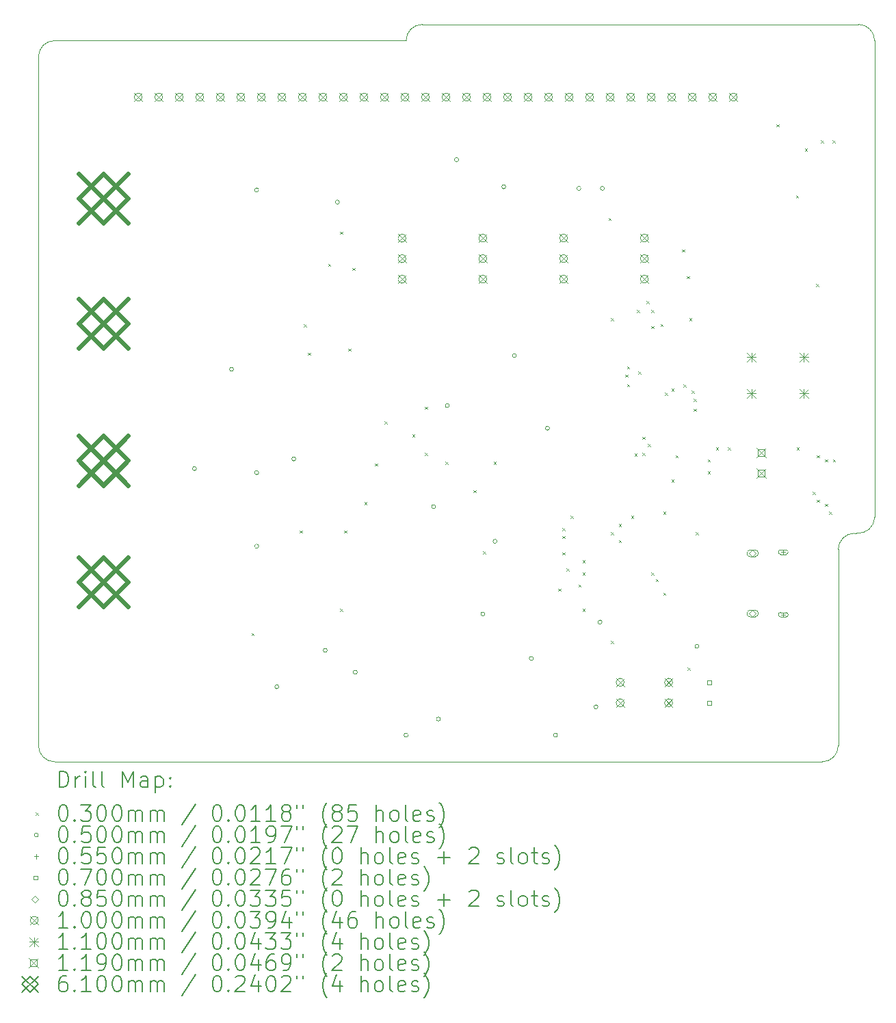
<source format=gbr>
%TF.GenerationSoftware,KiCad,Pcbnew,8.0.1-rc1*%
%TF.CreationDate,2024-05-12T14:15:15-04:00*%
%TF.ProjectId,STM32_Play_Board,53544d33-325f-4506-9c61-795f426f6172,rev?*%
%TF.SameCoordinates,Original*%
%TF.FileFunction,Drillmap*%
%TF.FilePolarity,Positive*%
%FSLAX45Y45*%
G04 Gerber Fmt 4.5, Leading zero omitted, Abs format (unit mm)*
G04 Created by KiCad (PCBNEW 8.0.1-rc1) date 2024-05-12 14:15:15*
%MOMM*%
%LPD*%
G01*
G04 APERTURE LIST*
%ADD10C,0.050000*%
%ADD11C,0.200000*%
%ADD12C,0.100000*%
%ADD13C,0.110000*%
%ADD14C,0.119000*%
%ADD15C,0.610000*%
G04 APERTURE END LIST*
D10*
X8500000Y-4500000D02*
X8500000Y-13030000D01*
X18850000Y-10200000D02*
X18850000Y-4300000D01*
X18850000Y-10200000D02*
G75*
G02*
X18625193Y-10398456I-200000J0D01*
G01*
X18400000Y-13030000D02*
X18400000Y-10600000D01*
X18600000Y-10400000D02*
X18625193Y-10398456D01*
X13050000Y-4300000D02*
G75*
G02*
X13250000Y-4100000I200000J0D01*
G01*
X8700000Y-13230000D02*
G75*
G02*
X8500000Y-13030000I0J200000D01*
G01*
X18650000Y-4100000D02*
G75*
G02*
X18850000Y-4300000I0J-200000D01*
G01*
X18400000Y-13030000D02*
G75*
G02*
X18200000Y-13230000I-200000J0D01*
G01*
X13050000Y-4300000D02*
X8700000Y-4300000D01*
X8500000Y-4500000D02*
G75*
G02*
X8700000Y-4300000I200000J0D01*
G01*
X8700000Y-13230000D02*
X18200000Y-13230000D01*
X18650000Y-4100000D02*
X13250000Y-4100000D01*
X18400000Y-10600000D02*
G75*
G02*
X18600000Y-10400000I200000J0D01*
G01*
D11*
D12*
X11135000Y-11635000D02*
X11165000Y-11665000D01*
X11165000Y-11635000D02*
X11135000Y-11665000D01*
X11735000Y-10365000D02*
X11765000Y-10395000D01*
X11765000Y-10365000D02*
X11735000Y-10395000D01*
X11785000Y-7815000D02*
X11815000Y-7845000D01*
X11815000Y-7815000D02*
X11785000Y-7845000D01*
X11835000Y-8165000D02*
X11865000Y-8195000D01*
X11865000Y-8165000D02*
X11835000Y-8195000D01*
X12085000Y-7065000D02*
X12115000Y-7095000D01*
X12115000Y-7065000D02*
X12085000Y-7095000D01*
X12235000Y-6665000D02*
X12265000Y-6695000D01*
X12265000Y-6665000D02*
X12235000Y-6695000D01*
X12235000Y-11335000D02*
X12265000Y-11365000D01*
X12265000Y-11335000D02*
X12235000Y-11365000D01*
X12285000Y-10365000D02*
X12315000Y-10395000D01*
X12315000Y-10365000D02*
X12285000Y-10395000D01*
X12335000Y-8115000D02*
X12365000Y-8145000D01*
X12365000Y-8115000D02*
X12335000Y-8145000D01*
X12385000Y-7115000D02*
X12415000Y-7145000D01*
X12415000Y-7115000D02*
X12385000Y-7145000D01*
X12535000Y-10015000D02*
X12565000Y-10045000D01*
X12565000Y-10015000D02*
X12535000Y-10045000D01*
X12665000Y-9535000D02*
X12695000Y-9565000D01*
X12695000Y-9535000D02*
X12665000Y-9565000D01*
X12785000Y-9015000D02*
X12815000Y-9045000D01*
X12815000Y-9015000D02*
X12785000Y-9045000D01*
X13125000Y-9175000D02*
X13155000Y-9205000D01*
X13155000Y-9175000D02*
X13125000Y-9205000D01*
X13285000Y-8835000D02*
X13315000Y-8865000D01*
X13315000Y-8835000D02*
X13285000Y-8865000D01*
X13285000Y-9404000D02*
X13315000Y-9434000D01*
X13315000Y-9404000D02*
X13285000Y-9434000D01*
X13535000Y-9515000D02*
X13565000Y-9545000D01*
X13565000Y-9515000D02*
X13535000Y-9545000D01*
X13885000Y-9865000D02*
X13915000Y-9895000D01*
X13915000Y-9865000D02*
X13885000Y-9895000D01*
X14005000Y-10625000D02*
X14035000Y-10655000D01*
X14035000Y-10625000D02*
X14005000Y-10655000D01*
X14135000Y-9515000D02*
X14165000Y-9545000D01*
X14165000Y-9515000D02*
X14135000Y-9545000D01*
X14935000Y-11085000D02*
X14965000Y-11115000D01*
X14965000Y-11085000D02*
X14935000Y-11115000D01*
X14985000Y-10335000D02*
X15015000Y-10365000D01*
X15015000Y-10335000D02*
X14985000Y-10365000D01*
X14985000Y-10435000D02*
X15015000Y-10465000D01*
X15015000Y-10435000D02*
X14985000Y-10465000D01*
X14985000Y-10635000D02*
X15015000Y-10665000D01*
X15015000Y-10635000D02*
X14985000Y-10665000D01*
X15035000Y-10835000D02*
X15065000Y-10865000D01*
X15065000Y-10835000D02*
X15035000Y-10865000D01*
X15085000Y-10185000D02*
X15115000Y-10215000D01*
X15115000Y-10185000D02*
X15085000Y-10215000D01*
X15185000Y-11035000D02*
X15215000Y-11065000D01*
X15215000Y-11035000D02*
X15185000Y-11065000D01*
X15235000Y-10735000D02*
X15265000Y-10765000D01*
X15265000Y-10735000D02*
X15235000Y-10765000D01*
X15235000Y-10885000D02*
X15265000Y-10915000D01*
X15265000Y-10885000D02*
X15235000Y-10915000D01*
X15235000Y-11335000D02*
X15265000Y-11365000D01*
X15265000Y-11335000D02*
X15235000Y-11365000D01*
X15555000Y-6495000D02*
X15585000Y-6525000D01*
X15585000Y-6495000D02*
X15555000Y-6525000D01*
X15585000Y-7735000D02*
X15615000Y-7765000D01*
X15615000Y-7735000D02*
X15585000Y-7765000D01*
X15585000Y-10385000D02*
X15615000Y-10415000D01*
X15615000Y-10385000D02*
X15585000Y-10415000D01*
X15585000Y-11735000D02*
X15615000Y-11765000D01*
X15615000Y-11735000D02*
X15585000Y-11765000D01*
X15685000Y-10285000D02*
X15715000Y-10315000D01*
X15715000Y-10285000D02*
X15685000Y-10315000D01*
X15685000Y-10485000D02*
X15715000Y-10515000D01*
X15715000Y-10485000D02*
X15685000Y-10515000D01*
X15765000Y-8435000D02*
X15795000Y-8465000D01*
X15795000Y-8435000D02*
X15765000Y-8465000D01*
X15785000Y-8335000D02*
X15815000Y-8365000D01*
X15815000Y-8335000D02*
X15785000Y-8365000D01*
X15785000Y-8555000D02*
X15815000Y-8585000D01*
X15815000Y-8555000D02*
X15785000Y-8585000D01*
X15835000Y-10185000D02*
X15865000Y-10215000D01*
X15865000Y-10185000D02*
X15835000Y-10215000D01*
X15878726Y-9415000D02*
X15908726Y-9445000D01*
X15908726Y-9415000D02*
X15878726Y-9445000D01*
X15910000Y-7635000D02*
X15940000Y-7665000D01*
X15940000Y-7635000D02*
X15910000Y-7665000D01*
X15925000Y-8395000D02*
X15955000Y-8425000D01*
X15955000Y-8395000D02*
X15925000Y-8425000D01*
X15975000Y-9205000D02*
X16005000Y-9235000D01*
X16005000Y-9205000D02*
X15975000Y-9235000D01*
X15975000Y-9405000D02*
X16005000Y-9435000D01*
X16005000Y-9405000D02*
X15975000Y-9435000D01*
X16025000Y-7525000D02*
X16055000Y-7555000D01*
X16055000Y-7525000D02*
X16025000Y-7555000D01*
X16045000Y-9295000D02*
X16075000Y-9325000D01*
X16075000Y-9295000D02*
X16045000Y-9325000D01*
X16085000Y-7635000D02*
X16115000Y-7665000D01*
X16115000Y-7635000D02*
X16085000Y-7665000D01*
X16085000Y-7835000D02*
X16115000Y-7865000D01*
X16115000Y-7835000D02*
X16085000Y-7865000D01*
X16085000Y-10885000D02*
X16115000Y-10915000D01*
X16115000Y-10885000D02*
X16085000Y-10915000D01*
X16140869Y-10965895D02*
X16170869Y-10995895D01*
X16170869Y-10965895D02*
X16140869Y-10995895D01*
X16200000Y-7810000D02*
X16230000Y-7840000D01*
X16230000Y-7810000D02*
X16200000Y-7840000D01*
X16235000Y-10135000D02*
X16265000Y-10165000D01*
X16265000Y-10135000D02*
X16235000Y-10165000D01*
X16235000Y-11135000D02*
X16265000Y-11165000D01*
X16265000Y-11135000D02*
X16235000Y-11165000D01*
X16255000Y-8660000D02*
X16285000Y-8690000D01*
X16285000Y-8660000D02*
X16255000Y-8690000D01*
X16335000Y-8610000D02*
X16365000Y-8640000D01*
X16365000Y-8610000D02*
X16335000Y-8640000D01*
X16335000Y-9735000D02*
X16365000Y-9765000D01*
X16365000Y-9735000D02*
X16335000Y-9765000D01*
X16385000Y-9435000D02*
X16415000Y-9465000D01*
X16415000Y-9435000D02*
X16385000Y-9465000D01*
X16465000Y-6885000D02*
X16495000Y-6915000D01*
X16495000Y-6885000D02*
X16465000Y-6915000D01*
X16485000Y-8560000D02*
X16515000Y-8590000D01*
X16515000Y-8560000D02*
X16485000Y-8590000D01*
X16525000Y-7215000D02*
X16555000Y-7245000D01*
X16555000Y-7215000D02*
X16525000Y-7245000D01*
X16535000Y-12065000D02*
X16565000Y-12095000D01*
X16565000Y-12065000D02*
X16535000Y-12095000D01*
X16555000Y-7735000D02*
X16585000Y-7765000D01*
X16585000Y-7735000D02*
X16555000Y-7765000D01*
X16585000Y-8635000D02*
X16615000Y-8665000D01*
X16615000Y-8635000D02*
X16585000Y-8665000D01*
X16610000Y-8735000D02*
X16640000Y-8765000D01*
X16640000Y-8735000D02*
X16610000Y-8765000D01*
X16610000Y-8860000D02*
X16640000Y-8890000D01*
X16640000Y-8860000D02*
X16610000Y-8890000D01*
X16635000Y-10385000D02*
X16665000Y-10415000D01*
X16665000Y-10385000D02*
X16635000Y-10415000D01*
X16785000Y-9485000D02*
X16815000Y-9515000D01*
X16815000Y-9485000D02*
X16785000Y-9515000D01*
X16785000Y-9635000D02*
X16815000Y-9665000D01*
X16815000Y-9635000D02*
X16785000Y-9665000D01*
X16885000Y-9335000D02*
X16915000Y-9365000D01*
X16915000Y-9335000D02*
X16885000Y-9365000D01*
X17035000Y-9335000D02*
X17065000Y-9365000D01*
X17065000Y-9335000D02*
X17035000Y-9365000D01*
X17635000Y-5335000D02*
X17665000Y-5365000D01*
X17665000Y-5335000D02*
X17635000Y-5365000D01*
X17875000Y-6215000D02*
X17905000Y-6245000D01*
X17905000Y-6215000D02*
X17875000Y-6245000D01*
X17885000Y-9335000D02*
X17915000Y-9365000D01*
X17915000Y-9335000D02*
X17885000Y-9365000D01*
X17985000Y-5635000D02*
X18015000Y-5665000D01*
X18015000Y-5635000D02*
X17985000Y-5665000D01*
X18085000Y-9885000D02*
X18115000Y-9915000D01*
X18115000Y-9885000D02*
X18085000Y-9915000D01*
X18125000Y-7315000D02*
X18155000Y-7345000D01*
X18155000Y-7315000D02*
X18125000Y-7345000D01*
X18135000Y-9435000D02*
X18165000Y-9465000D01*
X18165000Y-9435000D02*
X18135000Y-9465000D01*
X18135000Y-9985000D02*
X18165000Y-10015000D01*
X18165000Y-9985000D02*
X18135000Y-10015000D01*
X18185000Y-5535000D02*
X18215000Y-5565000D01*
X18215000Y-5535000D02*
X18185000Y-5565000D01*
X18235000Y-9485000D02*
X18265000Y-9515000D01*
X18265000Y-9485000D02*
X18235000Y-9515000D01*
X18235000Y-10035000D02*
X18265000Y-10065000D01*
X18265000Y-10035000D02*
X18235000Y-10065000D01*
X18285000Y-10135000D02*
X18315000Y-10165000D01*
X18315000Y-10135000D02*
X18285000Y-10165000D01*
X18330000Y-5535000D02*
X18360000Y-5565000D01*
X18360000Y-5535000D02*
X18330000Y-5565000D01*
X18335000Y-9485000D02*
X18365000Y-9515000D01*
X18365000Y-9485000D02*
X18335000Y-9515000D01*
X10455000Y-9600000D02*
G75*
G02*
X10405000Y-9600000I-25000J0D01*
G01*
X10405000Y-9600000D02*
G75*
G02*
X10455000Y-9600000I25000J0D01*
G01*
X10915000Y-8370000D02*
G75*
G02*
X10865000Y-8370000I-25000J0D01*
G01*
X10865000Y-8370000D02*
G75*
G02*
X10915000Y-8370000I25000J0D01*
G01*
X11225000Y-6150000D02*
G75*
G02*
X11175000Y-6150000I-25000J0D01*
G01*
X11175000Y-6150000D02*
G75*
G02*
X11225000Y-6150000I25000J0D01*
G01*
X11225000Y-9650000D02*
G75*
G02*
X11175000Y-9650000I-25000J0D01*
G01*
X11175000Y-9650000D02*
G75*
G02*
X11225000Y-9650000I25000J0D01*
G01*
X11225000Y-10560000D02*
G75*
G02*
X11175000Y-10560000I-25000J0D01*
G01*
X11175000Y-10560000D02*
G75*
G02*
X11225000Y-10560000I25000J0D01*
G01*
X11475000Y-12300000D02*
G75*
G02*
X11425000Y-12300000I-25000J0D01*
G01*
X11425000Y-12300000D02*
G75*
G02*
X11475000Y-12300000I25000J0D01*
G01*
X11685000Y-9480000D02*
G75*
G02*
X11635000Y-9480000I-25000J0D01*
G01*
X11635000Y-9480000D02*
G75*
G02*
X11685000Y-9480000I25000J0D01*
G01*
X12075000Y-11850000D02*
G75*
G02*
X12025000Y-11850000I-25000J0D01*
G01*
X12025000Y-11850000D02*
G75*
G02*
X12075000Y-11850000I25000J0D01*
G01*
X12225000Y-6300000D02*
G75*
G02*
X12175000Y-6300000I-25000J0D01*
G01*
X12175000Y-6300000D02*
G75*
G02*
X12225000Y-6300000I25000J0D01*
G01*
X12445000Y-12120000D02*
G75*
G02*
X12395000Y-12120000I-25000J0D01*
G01*
X12395000Y-12120000D02*
G75*
G02*
X12445000Y-12120000I25000J0D01*
G01*
X13075000Y-12900000D02*
G75*
G02*
X13025000Y-12900000I-25000J0D01*
G01*
X13025000Y-12900000D02*
G75*
G02*
X13075000Y-12900000I25000J0D01*
G01*
X13415000Y-10070000D02*
G75*
G02*
X13365000Y-10070000I-25000J0D01*
G01*
X13365000Y-10070000D02*
G75*
G02*
X13415000Y-10070000I25000J0D01*
G01*
X13475000Y-12700000D02*
G75*
G02*
X13425000Y-12700000I-25000J0D01*
G01*
X13425000Y-12700000D02*
G75*
G02*
X13475000Y-12700000I25000J0D01*
G01*
X13585000Y-8820000D02*
G75*
G02*
X13535000Y-8820000I-25000J0D01*
G01*
X13535000Y-8820000D02*
G75*
G02*
X13585000Y-8820000I25000J0D01*
G01*
X13700000Y-5775000D02*
G75*
G02*
X13650000Y-5775000I-25000J0D01*
G01*
X13650000Y-5775000D02*
G75*
G02*
X13700000Y-5775000I25000J0D01*
G01*
X14025000Y-11400000D02*
G75*
G02*
X13975000Y-11400000I-25000J0D01*
G01*
X13975000Y-11400000D02*
G75*
G02*
X14025000Y-11400000I25000J0D01*
G01*
X14175000Y-10500000D02*
G75*
G02*
X14125000Y-10500000I-25000J0D01*
G01*
X14125000Y-10500000D02*
G75*
G02*
X14175000Y-10500000I25000J0D01*
G01*
X14285000Y-6110000D02*
G75*
G02*
X14235000Y-6110000I-25000J0D01*
G01*
X14235000Y-6110000D02*
G75*
G02*
X14285000Y-6110000I25000J0D01*
G01*
X14415000Y-8200000D02*
G75*
G02*
X14365000Y-8200000I-25000J0D01*
G01*
X14365000Y-8200000D02*
G75*
G02*
X14415000Y-8200000I25000J0D01*
G01*
X14625000Y-11950000D02*
G75*
G02*
X14575000Y-11950000I-25000J0D01*
G01*
X14575000Y-11950000D02*
G75*
G02*
X14625000Y-11950000I25000J0D01*
G01*
X14825000Y-9100000D02*
G75*
G02*
X14775000Y-9100000I-25000J0D01*
G01*
X14775000Y-9100000D02*
G75*
G02*
X14825000Y-9100000I25000J0D01*
G01*
X14925000Y-12900000D02*
G75*
G02*
X14875000Y-12900000I-25000J0D01*
G01*
X14875000Y-12900000D02*
G75*
G02*
X14925000Y-12900000I25000J0D01*
G01*
X15215000Y-6130000D02*
G75*
G02*
X15165000Y-6130000I-25000J0D01*
G01*
X15165000Y-6130000D02*
G75*
G02*
X15215000Y-6130000I25000J0D01*
G01*
X15425000Y-12550000D02*
G75*
G02*
X15375000Y-12550000I-25000J0D01*
G01*
X15375000Y-12550000D02*
G75*
G02*
X15425000Y-12550000I25000J0D01*
G01*
X15475000Y-11500000D02*
G75*
G02*
X15425000Y-11500000I-25000J0D01*
G01*
X15425000Y-11500000D02*
G75*
G02*
X15475000Y-11500000I25000J0D01*
G01*
X15505000Y-6130000D02*
G75*
G02*
X15455000Y-6130000I-25000J0D01*
G01*
X15455000Y-6130000D02*
G75*
G02*
X15505000Y-6130000I25000J0D01*
G01*
X16675000Y-11800000D02*
G75*
G02*
X16625000Y-11800000I-25000J0D01*
G01*
X16625000Y-11800000D02*
G75*
G02*
X16675000Y-11800000I25000J0D01*
G01*
X17719500Y-10605500D02*
X17719500Y-10660500D01*
X17692000Y-10633000D02*
X17747000Y-10633000D01*
X17687000Y-10660500D02*
X17752000Y-10660500D01*
X17752000Y-10605500D02*
G75*
G02*
X17752000Y-10660500I0J-27500D01*
G01*
X17752000Y-10605500D02*
X17687000Y-10605500D01*
X17687000Y-10605500D02*
G75*
G03*
X17687000Y-10660500I0J-27500D01*
G01*
X17719500Y-11380500D02*
X17719500Y-11435500D01*
X17692000Y-11408000D02*
X17747000Y-11408000D01*
X17687000Y-11435500D02*
X17752000Y-11435500D01*
X17752000Y-11380500D02*
G75*
G02*
X17752000Y-11435500I0J-27500D01*
G01*
X17752000Y-11380500D02*
X17687000Y-11380500D01*
X17687000Y-11380500D02*
G75*
G03*
X17687000Y-11435500I0J-27500D01*
G01*
X16824749Y-12270749D02*
X16824749Y-12221251D01*
X16775251Y-12221251D01*
X16775251Y-12270749D01*
X16824749Y-12270749D01*
X16824749Y-12524749D02*
X16824749Y-12475251D01*
X16775251Y-12475251D01*
X16775251Y-12524749D01*
X16824749Y-12524749D01*
X17339500Y-10690500D02*
X17382000Y-10648000D01*
X17339500Y-10605500D01*
X17297000Y-10648000D01*
X17339500Y-10690500D01*
X17312000Y-10690500D02*
X17367000Y-10690500D01*
X17367000Y-10605500D02*
G75*
G02*
X17367000Y-10690500I0J-42500D01*
G01*
X17367000Y-10605500D02*
X17312000Y-10605500D01*
X17312000Y-10605500D02*
G75*
G03*
X17312000Y-10690500I0J-42500D01*
G01*
X17339500Y-11435500D02*
X17382000Y-11393000D01*
X17339500Y-11350500D01*
X17297000Y-11393000D01*
X17339500Y-11435500D01*
X17312000Y-11435500D02*
X17367000Y-11435500D01*
X17367000Y-11350500D02*
G75*
G02*
X17367000Y-11435500I0J-42500D01*
G01*
X17367000Y-11350500D02*
X17312000Y-11350500D01*
X17312000Y-11350500D02*
G75*
G03*
X17312000Y-11435500I0J-42500D01*
G01*
X9684000Y-4950000D02*
X9784000Y-5050000D01*
X9784000Y-4950000D02*
X9684000Y-5050000D01*
X9784000Y-5000000D02*
G75*
G02*
X9684000Y-5000000I-50000J0D01*
G01*
X9684000Y-5000000D02*
G75*
G02*
X9784000Y-5000000I50000J0D01*
G01*
X9938000Y-4950000D02*
X10038000Y-5050000D01*
X10038000Y-4950000D02*
X9938000Y-5050000D01*
X10038000Y-5000000D02*
G75*
G02*
X9938000Y-5000000I-50000J0D01*
G01*
X9938000Y-5000000D02*
G75*
G02*
X10038000Y-5000000I50000J0D01*
G01*
X10192000Y-4950000D02*
X10292000Y-5050000D01*
X10292000Y-4950000D02*
X10192000Y-5050000D01*
X10292000Y-5000000D02*
G75*
G02*
X10192000Y-5000000I-50000J0D01*
G01*
X10192000Y-5000000D02*
G75*
G02*
X10292000Y-5000000I50000J0D01*
G01*
X10446000Y-4950000D02*
X10546000Y-5050000D01*
X10546000Y-4950000D02*
X10446000Y-5050000D01*
X10546000Y-5000000D02*
G75*
G02*
X10446000Y-5000000I-50000J0D01*
G01*
X10446000Y-5000000D02*
G75*
G02*
X10546000Y-5000000I50000J0D01*
G01*
X10700000Y-4950000D02*
X10800000Y-5050000D01*
X10800000Y-4950000D02*
X10700000Y-5050000D01*
X10800000Y-5000000D02*
G75*
G02*
X10700000Y-5000000I-50000J0D01*
G01*
X10700000Y-5000000D02*
G75*
G02*
X10800000Y-5000000I50000J0D01*
G01*
X10954000Y-4950000D02*
X11054000Y-5050000D01*
X11054000Y-4950000D02*
X10954000Y-5050000D01*
X11054000Y-5000000D02*
G75*
G02*
X10954000Y-5000000I-50000J0D01*
G01*
X10954000Y-5000000D02*
G75*
G02*
X11054000Y-5000000I50000J0D01*
G01*
X11208000Y-4950000D02*
X11308000Y-5050000D01*
X11308000Y-4950000D02*
X11208000Y-5050000D01*
X11308000Y-5000000D02*
G75*
G02*
X11208000Y-5000000I-50000J0D01*
G01*
X11208000Y-5000000D02*
G75*
G02*
X11308000Y-5000000I50000J0D01*
G01*
X11462000Y-4950000D02*
X11562000Y-5050000D01*
X11562000Y-4950000D02*
X11462000Y-5050000D01*
X11562000Y-5000000D02*
G75*
G02*
X11462000Y-5000000I-50000J0D01*
G01*
X11462000Y-5000000D02*
G75*
G02*
X11562000Y-5000000I50000J0D01*
G01*
X11716000Y-4950000D02*
X11816000Y-5050000D01*
X11816000Y-4950000D02*
X11716000Y-5050000D01*
X11816000Y-5000000D02*
G75*
G02*
X11716000Y-5000000I-50000J0D01*
G01*
X11716000Y-5000000D02*
G75*
G02*
X11816000Y-5000000I50000J0D01*
G01*
X11970000Y-4950000D02*
X12070000Y-5050000D01*
X12070000Y-4950000D02*
X11970000Y-5050000D01*
X12070000Y-5000000D02*
G75*
G02*
X11970000Y-5000000I-50000J0D01*
G01*
X11970000Y-5000000D02*
G75*
G02*
X12070000Y-5000000I50000J0D01*
G01*
X12224000Y-4950000D02*
X12324000Y-5050000D01*
X12324000Y-4950000D02*
X12224000Y-5050000D01*
X12324000Y-5000000D02*
G75*
G02*
X12224000Y-5000000I-50000J0D01*
G01*
X12224000Y-5000000D02*
G75*
G02*
X12324000Y-5000000I50000J0D01*
G01*
X12478000Y-4950000D02*
X12578000Y-5050000D01*
X12578000Y-4950000D02*
X12478000Y-5050000D01*
X12578000Y-5000000D02*
G75*
G02*
X12478000Y-5000000I-50000J0D01*
G01*
X12478000Y-5000000D02*
G75*
G02*
X12578000Y-5000000I50000J0D01*
G01*
X12732000Y-4950000D02*
X12832000Y-5050000D01*
X12832000Y-4950000D02*
X12732000Y-5050000D01*
X12832000Y-5000000D02*
G75*
G02*
X12732000Y-5000000I-50000J0D01*
G01*
X12732000Y-5000000D02*
G75*
G02*
X12832000Y-5000000I50000J0D01*
G01*
X12950000Y-6696000D02*
X13050000Y-6796000D01*
X13050000Y-6696000D02*
X12950000Y-6796000D01*
X13050000Y-6746000D02*
G75*
G02*
X12950000Y-6746000I-50000J0D01*
G01*
X12950000Y-6746000D02*
G75*
G02*
X13050000Y-6746000I50000J0D01*
G01*
X12950000Y-6950000D02*
X13050000Y-7050000D01*
X13050000Y-6950000D02*
X12950000Y-7050000D01*
X13050000Y-7000000D02*
G75*
G02*
X12950000Y-7000000I-50000J0D01*
G01*
X12950000Y-7000000D02*
G75*
G02*
X13050000Y-7000000I50000J0D01*
G01*
X12950000Y-7204000D02*
X13050000Y-7304000D01*
X13050000Y-7204000D02*
X12950000Y-7304000D01*
X13050000Y-7254000D02*
G75*
G02*
X12950000Y-7254000I-50000J0D01*
G01*
X12950000Y-7254000D02*
G75*
G02*
X13050000Y-7254000I50000J0D01*
G01*
X12986000Y-4950000D02*
X13086000Y-5050000D01*
X13086000Y-4950000D02*
X12986000Y-5050000D01*
X13086000Y-5000000D02*
G75*
G02*
X12986000Y-5000000I-50000J0D01*
G01*
X12986000Y-5000000D02*
G75*
G02*
X13086000Y-5000000I50000J0D01*
G01*
X13240000Y-4950000D02*
X13340000Y-5050000D01*
X13340000Y-4950000D02*
X13240000Y-5050000D01*
X13340000Y-5000000D02*
G75*
G02*
X13240000Y-5000000I-50000J0D01*
G01*
X13240000Y-5000000D02*
G75*
G02*
X13340000Y-5000000I50000J0D01*
G01*
X13494000Y-4950000D02*
X13594000Y-5050000D01*
X13594000Y-4950000D02*
X13494000Y-5050000D01*
X13594000Y-5000000D02*
G75*
G02*
X13494000Y-5000000I-50000J0D01*
G01*
X13494000Y-5000000D02*
G75*
G02*
X13594000Y-5000000I50000J0D01*
G01*
X13748000Y-4950000D02*
X13848000Y-5050000D01*
X13848000Y-4950000D02*
X13748000Y-5050000D01*
X13848000Y-5000000D02*
G75*
G02*
X13748000Y-5000000I-50000J0D01*
G01*
X13748000Y-5000000D02*
G75*
G02*
X13848000Y-5000000I50000J0D01*
G01*
X13950000Y-6696000D02*
X14050000Y-6796000D01*
X14050000Y-6696000D02*
X13950000Y-6796000D01*
X14050000Y-6746000D02*
G75*
G02*
X13950000Y-6746000I-50000J0D01*
G01*
X13950000Y-6746000D02*
G75*
G02*
X14050000Y-6746000I50000J0D01*
G01*
X13950000Y-6950000D02*
X14050000Y-7050000D01*
X14050000Y-6950000D02*
X13950000Y-7050000D01*
X14050000Y-7000000D02*
G75*
G02*
X13950000Y-7000000I-50000J0D01*
G01*
X13950000Y-7000000D02*
G75*
G02*
X14050000Y-7000000I50000J0D01*
G01*
X13950000Y-7204000D02*
X14050000Y-7304000D01*
X14050000Y-7204000D02*
X13950000Y-7304000D01*
X14050000Y-7254000D02*
G75*
G02*
X13950000Y-7254000I-50000J0D01*
G01*
X13950000Y-7254000D02*
G75*
G02*
X14050000Y-7254000I50000J0D01*
G01*
X14002000Y-4950000D02*
X14102000Y-5050000D01*
X14102000Y-4950000D02*
X14002000Y-5050000D01*
X14102000Y-5000000D02*
G75*
G02*
X14002000Y-5000000I-50000J0D01*
G01*
X14002000Y-5000000D02*
G75*
G02*
X14102000Y-5000000I50000J0D01*
G01*
X14256000Y-4950000D02*
X14356000Y-5050000D01*
X14356000Y-4950000D02*
X14256000Y-5050000D01*
X14356000Y-5000000D02*
G75*
G02*
X14256000Y-5000000I-50000J0D01*
G01*
X14256000Y-5000000D02*
G75*
G02*
X14356000Y-5000000I50000J0D01*
G01*
X14510000Y-4950000D02*
X14610000Y-5050000D01*
X14610000Y-4950000D02*
X14510000Y-5050000D01*
X14610000Y-5000000D02*
G75*
G02*
X14510000Y-5000000I-50000J0D01*
G01*
X14510000Y-5000000D02*
G75*
G02*
X14610000Y-5000000I50000J0D01*
G01*
X14764000Y-4950000D02*
X14864000Y-5050000D01*
X14864000Y-4950000D02*
X14764000Y-5050000D01*
X14864000Y-5000000D02*
G75*
G02*
X14764000Y-5000000I-50000J0D01*
G01*
X14764000Y-5000000D02*
G75*
G02*
X14864000Y-5000000I50000J0D01*
G01*
X14950000Y-6696000D02*
X15050000Y-6796000D01*
X15050000Y-6696000D02*
X14950000Y-6796000D01*
X15050000Y-6746000D02*
G75*
G02*
X14950000Y-6746000I-50000J0D01*
G01*
X14950000Y-6746000D02*
G75*
G02*
X15050000Y-6746000I50000J0D01*
G01*
X14950000Y-6950000D02*
X15050000Y-7050000D01*
X15050000Y-6950000D02*
X14950000Y-7050000D01*
X15050000Y-7000000D02*
G75*
G02*
X14950000Y-7000000I-50000J0D01*
G01*
X14950000Y-7000000D02*
G75*
G02*
X15050000Y-7000000I50000J0D01*
G01*
X14950000Y-7204000D02*
X15050000Y-7304000D01*
X15050000Y-7204000D02*
X14950000Y-7304000D01*
X15050000Y-7254000D02*
G75*
G02*
X14950000Y-7254000I-50000J0D01*
G01*
X14950000Y-7254000D02*
G75*
G02*
X15050000Y-7254000I50000J0D01*
G01*
X15018000Y-4950000D02*
X15118000Y-5050000D01*
X15118000Y-4950000D02*
X15018000Y-5050000D01*
X15118000Y-5000000D02*
G75*
G02*
X15018000Y-5000000I-50000J0D01*
G01*
X15018000Y-5000000D02*
G75*
G02*
X15118000Y-5000000I50000J0D01*
G01*
X15272000Y-4950000D02*
X15372000Y-5050000D01*
X15372000Y-4950000D02*
X15272000Y-5050000D01*
X15372000Y-5000000D02*
G75*
G02*
X15272000Y-5000000I-50000J0D01*
G01*
X15272000Y-5000000D02*
G75*
G02*
X15372000Y-5000000I50000J0D01*
G01*
X15526000Y-4950000D02*
X15626000Y-5050000D01*
X15626000Y-4950000D02*
X15526000Y-5050000D01*
X15626000Y-5000000D02*
G75*
G02*
X15526000Y-5000000I-50000J0D01*
G01*
X15526000Y-5000000D02*
G75*
G02*
X15626000Y-5000000I50000J0D01*
G01*
X15650000Y-12196000D02*
X15750000Y-12296000D01*
X15750000Y-12196000D02*
X15650000Y-12296000D01*
X15750000Y-12246000D02*
G75*
G02*
X15650000Y-12246000I-50000J0D01*
G01*
X15650000Y-12246000D02*
G75*
G02*
X15750000Y-12246000I50000J0D01*
G01*
X15650000Y-12450000D02*
X15750000Y-12550000D01*
X15750000Y-12450000D02*
X15650000Y-12550000D01*
X15750000Y-12500000D02*
G75*
G02*
X15650000Y-12500000I-50000J0D01*
G01*
X15650000Y-12500000D02*
G75*
G02*
X15750000Y-12500000I50000J0D01*
G01*
X15780000Y-4950000D02*
X15880000Y-5050000D01*
X15880000Y-4950000D02*
X15780000Y-5050000D01*
X15880000Y-5000000D02*
G75*
G02*
X15780000Y-5000000I-50000J0D01*
G01*
X15780000Y-5000000D02*
G75*
G02*
X15880000Y-5000000I50000J0D01*
G01*
X15950000Y-6696000D02*
X16050000Y-6796000D01*
X16050000Y-6696000D02*
X15950000Y-6796000D01*
X16050000Y-6746000D02*
G75*
G02*
X15950000Y-6746000I-50000J0D01*
G01*
X15950000Y-6746000D02*
G75*
G02*
X16050000Y-6746000I50000J0D01*
G01*
X15950000Y-6950000D02*
X16050000Y-7050000D01*
X16050000Y-6950000D02*
X15950000Y-7050000D01*
X16050000Y-7000000D02*
G75*
G02*
X15950000Y-7000000I-50000J0D01*
G01*
X15950000Y-7000000D02*
G75*
G02*
X16050000Y-7000000I50000J0D01*
G01*
X15950000Y-7204000D02*
X16050000Y-7304000D01*
X16050000Y-7204000D02*
X15950000Y-7304000D01*
X16050000Y-7254000D02*
G75*
G02*
X15950000Y-7254000I-50000J0D01*
G01*
X15950000Y-7254000D02*
G75*
G02*
X16050000Y-7254000I50000J0D01*
G01*
X16034000Y-4950000D02*
X16134000Y-5050000D01*
X16134000Y-4950000D02*
X16034000Y-5050000D01*
X16134000Y-5000000D02*
G75*
G02*
X16034000Y-5000000I-50000J0D01*
G01*
X16034000Y-5000000D02*
G75*
G02*
X16134000Y-5000000I50000J0D01*
G01*
X16250000Y-12196000D02*
X16350000Y-12296000D01*
X16350000Y-12196000D02*
X16250000Y-12296000D01*
X16350000Y-12246000D02*
G75*
G02*
X16250000Y-12246000I-50000J0D01*
G01*
X16250000Y-12246000D02*
G75*
G02*
X16350000Y-12246000I50000J0D01*
G01*
X16250000Y-12450000D02*
X16350000Y-12550000D01*
X16350000Y-12450000D02*
X16250000Y-12550000D01*
X16350000Y-12500000D02*
G75*
G02*
X16250000Y-12500000I-50000J0D01*
G01*
X16250000Y-12500000D02*
G75*
G02*
X16350000Y-12500000I50000J0D01*
G01*
X16288000Y-4950000D02*
X16388000Y-5050000D01*
X16388000Y-4950000D02*
X16288000Y-5050000D01*
X16388000Y-5000000D02*
G75*
G02*
X16288000Y-5000000I-50000J0D01*
G01*
X16288000Y-5000000D02*
G75*
G02*
X16388000Y-5000000I50000J0D01*
G01*
X16542000Y-4950000D02*
X16642000Y-5050000D01*
X16642000Y-4950000D02*
X16542000Y-5050000D01*
X16642000Y-5000000D02*
G75*
G02*
X16542000Y-5000000I-50000J0D01*
G01*
X16542000Y-5000000D02*
G75*
G02*
X16642000Y-5000000I50000J0D01*
G01*
X16796000Y-4950000D02*
X16896000Y-5050000D01*
X16896000Y-4950000D02*
X16796000Y-5050000D01*
X16896000Y-5000000D02*
G75*
G02*
X16796000Y-5000000I-50000J0D01*
G01*
X16796000Y-5000000D02*
G75*
G02*
X16896000Y-5000000I50000J0D01*
G01*
X17050000Y-4950000D02*
X17150000Y-5050000D01*
X17150000Y-4950000D02*
X17050000Y-5050000D01*
X17150000Y-5000000D02*
G75*
G02*
X17050000Y-5000000I-50000J0D01*
G01*
X17050000Y-5000000D02*
G75*
G02*
X17150000Y-5000000I50000J0D01*
G01*
D13*
X17270000Y-8165000D02*
X17380000Y-8275000D01*
X17380000Y-8165000D02*
X17270000Y-8275000D01*
X17325000Y-8165000D02*
X17325000Y-8275000D01*
X17270000Y-8220000D02*
X17380000Y-8220000D01*
X17270000Y-8615000D02*
X17380000Y-8725000D01*
X17380000Y-8615000D02*
X17270000Y-8725000D01*
X17325000Y-8615000D02*
X17325000Y-8725000D01*
X17270000Y-8670000D02*
X17380000Y-8670000D01*
X17920000Y-8165000D02*
X18030000Y-8275000D01*
X18030000Y-8165000D02*
X17920000Y-8275000D01*
X17975000Y-8165000D02*
X17975000Y-8275000D01*
X17920000Y-8220000D02*
X18030000Y-8220000D01*
X17920000Y-8615000D02*
X18030000Y-8725000D01*
X18030000Y-8615000D02*
X17920000Y-8725000D01*
X17975000Y-8615000D02*
X17975000Y-8725000D01*
X17920000Y-8670000D02*
X18030000Y-8670000D01*
D14*
X17390500Y-9346500D02*
X17509500Y-9465500D01*
X17509500Y-9346500D02*
X17390500Y-9465500D01*
X17492073Y-9448073D02*
X17492073Y-9363927D01*
X17407927Y-9363927D01*
X17407927Y-9448073D01*
X17492073Y-9448073D01*
X17390500Y-9600500D02*
X17509500Y-9719500D01*
X17509500Y-9600500D02*
X17390500Y-9719500D01*
X17492073Y-9702073D02*
X17492073Y-9617927D01*
X17407927Y-9617927D01*
X17407927Y-9702073D01*
X17492073Y-9702073D01*
D15*
X8995000Y-5945000D02*
X9605000Y-6555000D01*
X9605000Y-5945000D02*
X8995000Y-6555000D01*
X9300000Y-6555000D02*
X9605000Y-6250000D01*
X9300000Y-5945000D01*
X8995000Y-6250000D01*
X9300000Y-6555000D01*
X8995000Y-7495000D02*
X9605000Y-8105000D01*
X9605000Y-7495000D02*
X8995000Y-8105000D01*
X9300000Y-8105000D02*
X9605000Y-7800000D01*
X9300000Y-7495000D01*
X8995000Y-7800000D01*
X9300000Y-8105000D01*
X8995000Y-9195000D02*
X9605000Y-9805000D01*
X9605000Y-9195000D02*
X8995000Y-9805000D01*
X9300000Y-9805000D02*
X9605000Y-9500000D01*
X9300000Y-9195000D01*
X8995000Y-9500000D01*
X9300000Y-9805000D01*
X8995000Y-10695000D02*
X9605000Y-11305000D01*
X9605000Y-10695000D02*
X8995000Y-11305000D01*
X9300000Y-11305000D02*
X9605000Y-11000000D01*
X9300000Y-10695000D01*
X8995000Y-11000000D01*
X9300000Y-11305000D01*
D11*
X8758277Y-13543984D02*
X8758277Y-13343984D01*
X8758277Y-13343984D02*
X8805896Y-13343984D01*
X8805896Y-13343984D02*
X8834467Y-13353508D01*
X8834467Y-13353508D02*
X8853515Y-13372555D01*
X8853515Y-13372555D02*
X8863039Y-13391603D01*
X8863039Y-13391603D02*
X8872563Y-13429698D01*
X8872563Y-13429698D02*
X8872563Y-13458269D01*
X8872563Y-13458269D02*
X8863039Y-13496365D01*
X8863039Y-13496365D02*
X8853515Y-13515412D01*
X8853515Y-13515412D02*
X8834467Y-13534460D01*
X8834467Y-13534460D02*
X8805896Y-13543984D01*
X8805896Y-13543984D02*
X8758277Y-13543984D01*
X8958277Y-13543984D02*
X8958277Y-13410650D01*
X8958277Y-13448746D02*
X8967801Y-13429698D01*
X8967801Y-13429698D02*
X8977324Y-13420174D01*
X8977324Y-13420174D02*
X8996372Y-13410650D01*
X8996372Y-13410650D02*
X9015420Y-13410650D01*
X9082086Y-13543984D02*
X9082086Y-13410650D01*
X9082086Y-13343984D02*
X9072563Y-13353508D01*
X9072563Y-13353508D02*
X9082086Y-13363031D01*
X9082086Y-13363031D02*
X9091610Y-13353508D01*
X9091610Y-13353508D02*
X9082086Y-13343984D01*
X9082086Y-13343984D02*
X9082086Y-13363031D01*
X9205896Y-13543984D02*
X9186848Y-13534460D01*
X9186848Y-13534460D02*
X9177324Y-13515412D01*
X9177324Y-13515412D02*
X9177324Y-13343984D01*
X9310658Y-13543984D02*
X9291610Y-13534460D01*
X9291610Y-13534460D02*
X9282086Y-13515412D01*
X9282086Y-13515412D02*
X9282086Y-13343984D01*
X9539229Y-13543984D02*
X9539229Y-13343984D01*
X9539229Y-13343984D02*
X9605896Y-13486841D01*
X9605896Y-13486841D02*
X9672563Y-13343984D01*
X9672563Y-13343984D02*
X9672563Y-13543984D01*
X9853515Y-13543984D02*
X9853515Y-13439222D01*
X9853515Y-13439222D02*
X9843991Y-13420174D01*
X9843991Y-13420174D02*
X9824944Y-13410650D01*
X9824944Y-13410650D02*
X9786848Y-13410650D01*
X9786848Y-13410650D02*
X9767801Y-13420174D01*
X9853515Y-13534460D02*
X9834467Y-13543984D01*
X9834467Y-13543984D02*
X9786848Y-13543984D01*
X9786848Y-13543984D02*
X9767801Y-13534460D01*
X9767801Y-13534460D02*
X9758277Y-13515412D01*
X9758277Y-13515412D02*
X9758277Y-13496365D01*
X9758277Y-13496365D02*
X9767801Y-13477317D01*
X9767801Y-13477317D02*
X9786848Y-13467793D01*
X9786848Y-13467793D02*
X9834467Y-13467793D01*
X9834467Y-13467793D02*
X9853515Y-13458269D01*
X9948753Y-13410650D02*
X9948753Y-13610650D01*
X9948753Y-13420174D02*
X9967801Y-13410650D01*
X9967801Y-13410650D02*
X10005896Y-13410650D01*
X10005896Y-13410650D02*
X10024944Y-13420174D01*
X10024944Y-13420174D02*
X10034467Y-13429698D01*
X10034467Y-13429698D02*
X10043991Y-13448746D01*
X10043991Y-13448746D02*
X10043991Y-13505888D01*
X10043991Y-13505888D02*
X10034467Y-13524936D01*
X10034467Y-13524936D02*
X10024944Y-13534460D01*
X10024944Y-13534460D02*
X10005896Y-13543984D01*
X10005896Y-13543984D02*
X9967801Y-13543984D01*
X9967801Y-13543984D02*
X9948753Y-13534460D01*
X10129705Y-13524936D02*
X10139229Y-13534460D01*
X10139229Y-13534460D02*
X10129705Y-13543984D01*
X10129705Y-13543984D02*
X10120182Y-13534460D01*
X10120182Y-13534460D02*
X10129705Y-13524936D01*
X10129705Y-13524936D02*
X10129705Y-13543984D01*
X10129705Y-13420174D02*
X10139229Y-13429698D01*
X10139229Y-13429698D02*
X10129705Y-13439222D01*
X10129705Y-13439222D02*
X10120182Y-13429698D01*
X10120182Y-13429698D02*
X10129705Y-13420174D01*
X10129705Y-13420174D02*
X10129705Y-13439222D01*
D12*
X8467500Y-13857500D02*
X8497500Y-13887500D01*
X8497500Y-13857500D02*
X8467500Y-13887500D01*
D11*
X8796372Y-13763984D02*
X8815420Y-13763984D01*
X8815420Y-13763984D02*
X8834467Y-13773508D01*
X8834467Y-13773508D02*
X8843991Y-13783031D01*
X8843991Y-13783031D02*
X8853515Y-13802079D01*
X8853515Y-13802079D02*
X8863039Y-13840174D01*
X8863039Y-13840174D02*
X8863039Y-13887793D01*
X8863039Y-13887793D02*
X8853515Y-13925888D01*
X8853515Y-13925888D02*
X8843991Y-13944936D01*
X8843991Y-13944936D02*
X8834467Y-13954460D01*
X8834467Y-13954460D02*
X8815420Y-13963984D01*
X8815420Y-13963984D02*
X8796372Y-13963984D01*
X8796372Y-13963984D02*
X8777324Y-13954460D01*
X8777324Y-13954460D02*
X8767801Y-13944936D01*
X8767801Y-13944936D02*
X8758277Y-13925888D01*
X8758277Y-13925888D02*
X8748753Y-13887793D01*
X8748753Y-13887793D02*
X8748753Y-13840174D01*
X8748753Y-13840174D02*
X8758277Y-13802079D01*
X8758277Y-13802079D02*
X8767801Y-13783031D01*
X8767801Y-13783031D02*
X8777324Y-13773508D01*
X8777324Y-13773508D02*
X8796372Y-13763984D01*
X8948753Y-13944936D02*
X8958277Y-13954460D01*
X8958277Y-13954460D02*
X8948753Y-13963984D01*
X8948753Y-13963984D02*
X8939229Y-13954460D01*
X8939229Y-13954460D02*
X8948753Y-13944936D01*
X8948753Y-13944936D02*
X8948753Y-13963984D01*
X9024944Y-13763984D02*
X9148753Y-13763984D01*
X9148753Y-13763984D02*
X9082086Y-13840174D01*
X9082086Y-13840174D02*
X9110658Y-13840174D01*
X9110658Y-13840174D02*
X9129705Y-13849698D01*
X9129705Y-13849698D02*
X9139229Y-13859222D01*
X9139229Y-13859222D02*
X9148753Y-13878269D01*
X9148753Y-13878269D02*
X9148753Y-13925888D01*
X9148753Y-13925888D02*
X9139229Y-13944936D01*
X9139229Y-13944936D02*
X9129705Y-13954460D01*
X9129705Y-13954460D02*
X9110658Y-13963984D01*
X9110658Y-13963984D02*
X9053515Y-13963984D01*
X9053515Y-13963984D02*
X9034467Y-13954460D01*
X9034467Y-13954460D02*
X9024944Y-13944936D01*
X9272563Y-13763984D02*
X9291610Y-13763984D01*
X9291610Y-13763984D02*
X9310658Y-13773508D01*
X9310658Y-13773508D02*
X9320182Y-13783031D01*
X9320182Y-13783031D02*
X9329705Y-13802079D01*
X9329705Y-13802079D02*
X9339229Y-13840174D01*
X9339229Y-13840174D02*
X9339229Y-13887793D01*
X9339229Y-13887793D02*
X9329705Y-13925888D01*
X9329705Y-13925888D02*
X9320182Y-13944936D01*
X9320182Y-13944936D02*
X9310658Y-13954460D01*
X9310658Y-13954460D02*
X9291610Y-13963984D01*
X9291610Y-13963984D02*
X9272563Y-13963984D01*
X9272563Y-13963984D02*
X9253515Y-13954460D01*
X9253515Y-13954460D02*
X9243991Y-13944936D01*
X9243991Y-13944936D02*
X9234467Y-13925888D01*
X9234467Y-13925888D02*
X9224944Y-13887793D01*
X9224944Y-13887793D02*
X9224944Y-13840174D01*
X9224944Y-13840174D02*
X9234467Y-13802079D01*
X9234467Y-13802079D02*
X9243991Y-13783031D01*
X9243991Y-13783031D02*
X9253515Y-13773508D01*
X9253515Y-13773508D02*
X9272563Y-13763984D01*
X9463039Y-13763984D02*
X9482086Y-13763984D01*
X9482086Y-13763984D02*
X9501134Y-13773508D01*
X9501134Y-13773508D02*
X9510658Y-13783031D01*
X9510658Y-13783031D02*
X9520182Y-13802079D01*
X9520182Y-13802079D02*
X9529705Y-13840174D01*
X9529705Y-13840174D02*
X9529705Y-13887793D01*
X9529705Y-13887793D02*
X9520182Y-13925888D01*
X9520182Y-13925888D02*
X9510658Y-13944936D01*
X9510658Y-13944936D02*
X9501134Y-13954460D01*
X9501134Y-13954460D02*
X9482086Y-13963984D01*
X9482086Y-13963984D02*
X9463039Y-13963984D01*
X9463039Y-13963984D02*
X9443991Y-13954460D01*
X9443991Y-13954460D02*
X9434467Y-13944936D01*
X9434467Y-13944936D02*
X9424944Y-13925888D01*
X9424944Y-13925888D02*
X9415420Y-13887793D01*
X9415420Y-13887793D02*
X9415420Y-13840174D01*
X9415420Y-13840174D02*
X9424944Y-13802079D01*
X9424944Y-13802079D02*
X9434467Y-13783031D01*
X9434467Y-13783031D02*
X9443991Y-13773508D01*
X9443991Y-13773508D02*
X9463039Y-13763984D01*
X9615420Y-13963984D02*
X9615420Y-13830650D01*
X9615420Y-13849698D02*
X9624944Y-13840174D01*
X9624944Y-13840174D02*
X9643991Y-13830650D01*
X9643991Y-13830650D02*
X9672563Y-13830650D01*
X9672563Y-13830650D02*
X9691610Y-13840174D01*
X9691610Y-13840174D02*
X9701134Y-13859222D01*
X9701134Y-13859222D02*
X9701134Y-13963984D01*
X9701134Y-13859222D02*
X9710658Y-13840174D01*
X9710658Y-13840174D02*
X9729705Y-13830650D01*
X9729705Y-13830650D02*
X9758277Y-13830650D01*
X9758277Y-13830650D02*
X9777325Y-13840174D01*
X9777325Y-13840174D02*
X9786848Y-13859222D01*
X9786848Y-13859222D02*
X9786848Y-13963984D01*
X9882086Y-13963984D02*
X9882086Y-13830650D01*
X9882086Y-13849698D02*
X9891610Y-13840174D01*
X9891610Y-13840174D02*
X9910658Y-13830650D01*
X9910658Y-13830650D02*
X9939229Y-13830650D01*
X9939229Y-13830650D02*
X9958277Y-13840174D01*
X9958277Y-13840174D02*
X9967801Y-13859222D01*
X9967801Y-13859222D02*
X9967801Y-13963984D01*
X9967801Y-13859222D02*
X9977325Y-13840174D01*
X9977325Y-13840174D02*
X9996372Y-13830650D01*
X9996372Y-13830650D02*
X10024944Y-13830650D01*
X10024944Y-13830650D02*
X10043991Y-13840174D01*
X10043991Y-13840174D02*
X10053515Y-13859222D01*
X10053515Y-13859222D02*
X10053515Y-13963984D01*
X10443991Y-13754460D02*
X10272563Y-14011603D01*
X10701134Y-13763984D02*
X10720182Y-13763984D01*
X10720182Y-13763984D02*
X10739229Y-13773508D01*
X10739229Y-13773508D02*
X10748753Y-13783031D01*
X10748753Y-13783031D02*
X10758277Y-13802079D01*
X10758277Y-13802079D02*
X10767801Y-13840174D01*
X10767801Y-13840174D02*
X10767801Y-13887793D01*
X10767801Y-13887793D02*
X10758277Y-13925888D01*
X10758277Y-13925888D02*
X10748753Y-13944936D01*
X10748753Y-13944936D02*
X10739229Y-13954460D01*
X10739229Y-13954460D02*
X10720182Y-13963984D01*
X10720182Y-13963984D02*
X10701134Y-13963984D01*
X10701134Y-13963984D02*
X10682087Y-13954460D01*
X10682087Y-13954460D02*
X10672563Y-13944936D01*
X10672563Y-13944936D02*
X10663039Y-13925888D01*
X10663039Y-13925888D02*
X10653515Y-13887793D01*
X10653515Y-13887793D02*
X10653515Y-13840174D01*
X10653515Y-13840174D02*
X10663039Y-13802079D01*
X10663039Y-13802079D02*
X10672563Y-13783031D01*
X10672563Y-13783031D02*
X10682087Y-13773508D01*
X10682087Y-13773508D02*
X10701134Y-13763984D01*
X10853515Y-13944936D02*
X10863039Y-13954460D01*
X10863039Y-13954460D02*
X10853515Y-13963984D01*
X10853515Y-13963984D02*
X10843991Y-13954460D01*
X10843991Y-13954460D02*
X10853515Y-13944936D01*
X10853515Y-13944936D02*
X10853515Y-13963984D01*
X10986848Y-13763984D02*
X11005896Y-13763984D01*
X11005896Y-13763984D02*
X11024944Y-13773508D01*
X11024944Y-13773508D02*
X11034468Y-13783031D01*
X11034468Y-13783031D02*
X11043991Y-13802079D01*
X11043991Y-13802079D02*
X11053515Y-13840174D01*
X11053515Y-13840174D02*
X11053515Y-13887793D01*
X11053515Y-13887793D02*
X11043991Y-13925888D01*
X11043991Y-13925888D02*
X11034468Y-13944936D01*
X11034468Y-13944936D02*
X11024944Y-13954460D01*
X11024944Y-13954460D02*
X11005896Y-13963984D01*
X11005896Y-13963984D02*
X10986848Y-13963984D01*
X10986848Y-13963984D02*
X10967801Y-13954460D01*
X10967801Y-13954460D02*
X10958277Y-13944936D01*
X10958277Y-13944936D02*
X10948753Y-13925888D01*
X10948753Y-13925888D02*
X10939229Y-13887793D01*
X10939229Y-13887793D02*
X10939229Y-13840174D01*
X10939229Y-13840174D02*
X10948753Y-13802079D01*
X10948753Y-13802079D02*
X10958277Y-13783031D01*
X10958277Y-13783031D02*
X10967801Y-13773508D01*
X10967801Y-13773508D02*
X10986848Y-13763984D01*
X11243991Y-13963984D02*
X11129706Y-13963984D01*
X11186848Y-13963984D02*
X11186848Y-13763984D01*
X11186848Y-13763984D02*
X11167801Y-13792555D01*
X11167801Y-13792555D02*
X11148753Y-13811603D01*
X11148753Y-13811603D02*
X11129706Y-13821127D01*
X11434467Y-13963984D02*
X11320182Y-13963984D01*
X11377325Y-13963984D02*
X11377325Y-13763984D01*
X11377325Y-13763984D02*
X11358277Y-13792555D01*
X11358277Y-13792555D02*
X11339229Y-13811603D01*
X11339229Y-13811603D02*
X11320182Y-13821127D01*
X11548753Y-13849698D02*
X11529706Y-13840174D01*
X11529706Y-13840174D02*
X11520182Y-13830650D01*
X11520182Y-13830650D02*
X11510658Y-13811603D01*
X11510658Y-13811603D02*
X11510658Y-13802079D01*
X11510658Y-13802079D02*
X11520182Y-13783031D01*
X11520182Y-13783031D02*
X11529706Y-13773508D01*
X11529706Y-13773508D02*
X11548753Y-13763984D01*
X11548753Y-13763984D02*
X11586848Y-13763984D01*
X11586848Y-13763984D02*
X11605896Y-13773508D01*
X11605896Y-13773508D02*
X11615420Y-13783031D01*
X11615420Y-13783031D02*
X11624944Y-13802079D01*
X11624944Y-13802079D02*
X11624944Y-13811603D01*
X11624944Y-13811603D02*
X11615420Y-13830650D01*
X11615420Y-13830650D02*
X11605896Y-13840174D01*
X11605896Y-13840174D02*
X11586848Y-13849698D01*
X11586848Y-13849698D02*
X11548753Y-13849698D01*
X11548753Y-13849698D02*
X11529706Y-13859222D01*
X11529706Y-13859222D02*
X11520182Y-13868746D01*
X11520182Y-13868746D02*
X11510658Y-13887793D01*
X11510658Y-13887793D02*
X11510658Y-13925888D01*
X11510658Y-13925888D02*
X11520182Y-13944936D01*
X11520182Y-13944936D02*
X11529706Y-13954460D01*
X11529706Y-13954460D02*
X11548753Y-13963984D01*
X11548753Y-13963984D02*
X11586848Y-13963984D01*
X11586848Y-13963984D02*
X11605896Y-13954460D01*
X11605896Y-13954460D02*
X11615420Y-13944936D01*
X11615420Y-13944936D02*
X11624944Y-13925888D01*
X11624944Y-13925888D02*
X11624944Y-13887793D01*
X11624944Y-13887793D02*
X11615420Y-13868746D01*
X11615420Y-13868746D02*
X11605896Y-13859222D01*
X11605896Y-13859222D02*
X11586848Y-13849698D01*
X11701134Y-13763984D02*
X11701134Y-13802079D01*
X11777325Y-13763984D02*
X11777325Y-13802079D01*
X12072563Y-14040174D02*
X12063039Y-14030650D01*
X12063039Y-14030650D02*
X12043991Y-14002079D01*
X12043991Y-14002079D02*
X12034468Y-13983031D01*
X12034468Y-13983031D02*
X12024944Y-13954460D01*
X12024944Y-13954460D02*
X12015420Y-13906841D01*
X12015420Y-13906841D02*
X12015420Y-13868746D01*
X12015420Y-13868746D02*
X12024944Y-13821127D01*
X12024944Y-13821127D02*
X12034468Y-13792555D01*
X12034468Y-13792555D02*
X12043991Y-13773508D01*
X12043991Y-13773508D02*
X12063039Y-13744936D01*
X12063039Y-13744936D02*
X12072563Y-13735412D01*
X12177325Y-13849698D02*
X12158277Y-13840174D01*
X12158277Y-13840174D02*
X12148753Y-13830650D01*
X12148753Y-13830650D02*
X12139229Y-13811603D01*
X12139229Y-13811603D02*
X12139229Y-13802079D01*
X12139229Y-13802079D02*
X12148753Y-13783031D01*
X12148753Y-13783031D02*
X12158277Y-13773508D01*
X12158277Y-13773508D02*
X12177325Y-13763984D01*
X12177325Y-13763984D02*
X12215420Y-13763984D01*
X12215420Y-13763984D02*
X12234468Y-13773508D01*
X12234468Y-13773508D02*
X12243991Y-13783031D01*
X12243991Y-13783031D02*
X12253515Y-13802079D01*
X12253515Y-13802079D02*
X12253515Y-13811603D01*
X12253515Y-13811603D02*
X12243991Y-13830650D01*
X12243991Y-13830650D02*
X12234468Y-13840174D01*
X12234468Y-13840174D02*
X12215420Y-13849698D01*
X12215420Y-13849698D02*
X12177325Y-13849698D01*
X12177325Y-13849698D02*
X12158277Y-13859222D01*
X12158277Y-13859222D02*
X12148753Y-13868746D01*
X12148753Y-13868746D02*
X12139229Y-13887793D01*
X12139229Y-13887793D02*
X12139229Y-13925888D01*
X12139229Y-13925888D02*
X12148753Y-13944936D01*
X12148753Y-13944936D02*
X12158277Y-13954460D01*
X12158277Y-13954460D02*
X12177325Y-13963984D01*
X12177325Y-13963984D02*
X12215420Y-13963984D01*
X12215420Y-13963984D02*
X12234468Y-13954460D01*
X12234468Y-13954460D02*
X12243991Y-13944936D01*
X12243991Y-13944936D02*
X12253515Y-13925888D01*
X12253515Y-13925888D02*
X12253515Y-13887793D01*
X12253515Y-13887793D02*
X12243991Y-13868746D01*
X12243991Y-13868746D02*
X12234468Y-13859222D01*
X12234468Y-13859222D02*
X12215420Y-13849698D01*
X12434468Y-13763984D02*
X12339229Y-13763984D01*
X12339229Y-13763984D02*
X12329706Y-13859222D01*
X12329706Y-13859222D02*
X12339229Y-13849698D01*
X12339229Y-13849698D02*
X12358277Y-13840174D01*
X12358277Y-13840174D02*
X12405896Y-13840174D01*
X12405896Y-13840174D02*
X12424944Y-13849698D01*
X12424944Y-13849698D02*
X12434468Y-13859222D01*
X12434468Y-13859222D02*
X12443991Y-13878269D01*
X12443991Y-13878269D02*
X12443991Y-13925888D01*
X12443991Y-13925888D02*
X12434468Y-13944936D01*
X12434468Y-13944936D02*
X12424944Y-13954460D01*
X12424944Y-13954460D02*
X12405896Y-13963984D01*
X12405896Y-13963984D02*
X12358277Y-13963984D01*
X12358277Y-13963984D02*
X12339229Y-13954460D01*
X12339229Y-13954460D02*
X12329706Y-13944936D01*
X12682087Y-13963984D02*
X12682087Y-13763984D01*
X12767801Y-13963984D02*
X12767801Y-13859222D01*
X12767801Y-13859222D02*
X12758277Y-13840174D01*
X12758277Y-13840174D02*
X12739230Y-13830650D01*
X12739230Y-13830650D02*
X12710658Y-13830650D01*
X12710658Y-13830650D02*
X12691610Y-13840174D01*
X12691610Y-13840174D02*
X12682087Y-13849698D01*
X12891610Y-13963984D02*
X12872563Y-13954460D01*
X12872563Y-13954460D02*
X12863039Y-13944936D01*
X12863039Y-13944936D02*
X12853515Y-13925888D01*
X12853515Y-13925888D02*
X12853515Y-13868746D01*
X12853515Y-13868746D02*
X12863039Y-13849698D01*
X12863039Y-13849698D02*
X12872563Y-13840174D01*
X12872563Y-13840174D02*
X12891610Y-13830650D01*
X12891610Y-13830650D02*
X12920182Y-13830650D01*
X12920182Y-13830650D02*
X12939230Y-13840174D01*
X12939230Y-13840174D02*
X12948753Y-13849698D01*
X12948753Y-13849698D02*
X12958277Y-13868746D01*
X12958277Y-13868746D02*
X12958277Y-13925888D01*
X12958277Y-13925888D02*
X12948753Y-13944936D01*
X12948753Y-13944936D02*
X12939230Y-13954460D01*
X12939230Y-13954460D02*
X12920182Y-13963984D01*
X12920182Y-13963984D02*
X12891610Y-13963984D01*
X13072563Y-13963984D02*
X13053515Y-13954460D01*
X13053515Y-13954460D02*
X13043991Y-13935412D01*
X13043991Y-13935412D02*
X13043991Y-13763984D01*
X13224944Y-13954460D02*
X13205896Y-13963984D01*
X13205896Y-13963984D02*
X13167801Y-13963984D01*
X13167801Y-13963984D02*
X13148753Y-13954460D01*
X13148753Y-13954460D02*
X13139230Y-13935412D01*
X13139230Y-13935412D02*
X13139230Y-13859222D01*
X13139230Y-13859222D02*
X13148753Y-13840174D01*
X13148753Y-13840174D02*
X13167801Y-13830650D01*
X13167801Y-13830650D02*
X13205896Y-13830650D01*
X13205896Y-13830650D02*
X13224944Y-13840174D01*
X13224944Y-13840174D02*
X13234468Y-13859222D01*
X13234468Y-13859222D02*
X13234468Y-13878269D01*
X13234468Y-13878269D02*
X13139230Y-13897317D01*
X13310658Y-13954460D02*
X13329706Y-13963984D01*
X13329706Y-13963984D02*
X13367801Y-13963984D01*
X13367801Y-13963984D02*
X13386849Y-13954460D01*
X13386849Y-13954460D02*
X13396372Y-13935412D01*
X13396372Y-13935412D02*
X13396372Y-13925888D01*
X13396372Y-13925888D02*
X13386849Y-13906841D01*
X13386849Y-13906841D02*
X13367801Y-13897317D01*
X13367801Y-13897317D02*
X13339230Y-13897317D01*
X13339230Y-13897317D02*
X13320182Y-13887793D01*
X13320182Y-13887793D02*
X13310658Y-13868746D01*
X13310658Y-13868746D02*
X13310658Y-13859222D01*
X13310658Y-13859222D02*
X13320182Y-13840174D01*
X13320182Y-13840174D02*
X13339230Y-13830650D01*
X13339230Y-13830650D02*
X13367801Y-13830650D01*
X13367801Y-13830650D02*
X13386849Y-13840174D01*
X13463039Y-14040174D02*
X13472563Y-14030650D01*
X13472563Y-14030650D02*
X13491611Y-14002079D01*
X13491611Y-14002079D02*
X13501134Y-13983031D01*
X13501134Y-13983031D02*
X13510658Y-13954460D01*
X13510658Y-13954460D02*
X13520182Y-13906841D01*
X13520182Y-13906841D02*
X13520182Y-13868746D01*
X13520182Y-13868746D02*
X13510658Y-13821127D01*
X13510658Y-13821127D02*
X13501134Y-13792555D01*
X13501134Y-13792555D02*
X13491611Y-13773508D01*
X13491611Y-13773508D02*
X13472563Y-13744936D01*
X13472563Y-13744936D02*
X13463039Y-13735412D01*
D12*
X8497500Y-14136500D02*
G75*
G02*
X8447500Y-14136500I-25000J0D01*
G01*
X8447500Y-14136500D02*
G75*
G02*
X8497500Y-14136500I25000J0D01*
G01*
D11*
X8796372Y-14027984D02*
X8815420Y-14027984D01*
X8815420Y-14027984D02*
X8834467Y-14037508D01*
X8834467Y-14037508D02*
X8843991Y-14047031D01*
X8843991Y-14047031D02*
X8853515Y-14066079D01*
X8853515Y-14066079D02*
X8863039Y-14104174D01*
X8863039Y-14104174D02*
X8863039Y-14151793D01*
X8863039Y-14151793D02*
X8853515Y-14189888D01*
X8853515Y-14189888D02*
X8843991Y-14208936D01*
X8843991Y-14208936D02*
X8834467Y-14218460D01*
X8834467Y-14218460D02*
X8815420Y-14227984D01*
X8815420Y-14227984D02*
X8796372Y-14227984D01*
X8796372Y-14227984D02*
X8777324Y-14218460D01*
X8777324Y-14218460D02*
X8767801Y-14208936D01*
X8767801Y-14208936D02*
X8758277Y-14189888D01*
X8758277Y-14189888D02*
X8748753Y-14151793D01*
X8748753Y-14151793D02*
X8748753Y-14104174D01*
X8748753Y-14104174D02*
X8758277Y-14066079D01*
X8758277Y-14066079D02*
X8767801Y-14047031D01*
X8767801Y-14047031D02*
X8777324Y-14037508D01*
X8777324Y-14037508D02*
X8796372Y-14027984D01*
X8948753Y-14208936D02*
X8958277Y-14218460D01*
X8958277Y-14218460D02*
X8948753Y-14227984D01*
X8948753Y-14227984D02*
X8939229Y-14218460D01*
X8939229Y-14218460D02*
X8948753Y-14208936D01*
X8948753Y-14208936D02*
X8948753Y-14227984D01*
X9139229Y-14027984D02*
X9043991Y-14027984D01*
X9043991Y-14027984D02*
X9034467Y-14123222D01*
X9034467Y-14123222D02*
X9043991Y-14113698D01*
X9043991Y-14113698D02*
X9063039Y-14104174D01*
X9063039Y-14104174D02*
X9110658Y-14104174D01*
X9110658Y-14104174D02*
X9129705Y-14113698D01*
X9129705Y-14113698D02*
X9139229Y-14123222D01*
X9139229Y-14123222D02*
X9148753Y-14142269D01*
X9148753Y-14142269D02*
X9148753Y-14189888D01*
X9148753Y-14189888D02*
X9139229Y-14208936D01*
X9139229Y-14208936D02*
X9129705Y-14218460D01*
X9129705Y-14218460D02*
X9110658Y-14227984D01*
X9110658Y-14227984D02*
X9063039Y-14227984D01*
X9063039Y-14227984D02*
X9043991Y-14218460D01*
X9043991Y-14218460D02*
X9034467Y-14208936D01*
X9272563Y-14027984D02*
X9291610Y-14027984D01*
X9291610Y-14027984D02*
X9310658Y-14037508D01*
X9310658Y-14037508D02*
X9320182Y-14047031D01*
X9320182Y-14047031D02*
X9329705Y-14066079D01*
X9329705Y-14066079D02*
X9339229Y-14104174D01*
X9339229Y-14104174D02*
X9339229Y-14151793D01*
X9339229Y-14151793D02*
X9329705Y-14189888D01*
X9329705Y-14189888D02*
X9320182Y-14208936D01*
X9320182Y-14208936D02*
X9310658Y-14218460D01*
X9310658Y-14218460D02*
X9291610Y-14227984D01*
X9291610Y-14227984D02*
X9272563Y-14227984D01*
X9272563Y-14227984D02*
X9253515Y-14218460D01*
X9253515Y-14218460D02*
X9243991Y-14208936D01*
X9243991Y-14208936D02*
X9234467Y-14189888D01*
X9234467Y-14189888D02*
X9224944Y-14151793D01*
X9224944Y-14151793D02*
X9224944Y-14104174D01*
X9224944Y-14104174D02*
X9234467Y-14066079D01*
X9234467Y-14066079D02*
X9243991Y-14047031D01*
X9243991Y-14047031D02*
X9253515Y-14037508D01*
X9253515Y-14037508D02*
X9272563Y-14027984D01*
X9463039Y-14027984D02*
X9482086Y-14027984D01*
X9482086Y-14027984D02*
X9501134Y-14037508D01*
X9501134Y-14037508D02*
X9510658Y-14047031D01*
X9510658Y-14047031D02*
X9520182Y-14066079D01*
X9520182Y-14066079D02*
X9529705Y-14104174D01*
X9529705Y-14104174D02*
X9529705Y-14151793D01*
X9529705Y-14151793D02*
X9520182Y-14189888D01*
X9520182Y-14189888D02*
X9510658Y-14208936D01*
X9510658Y-14208936D02*
X9501134Y-14218460D01*
X9501134Y-14218460D02*
X9482086Y-14227984D01*
X9482086Y-14227984D02*
X9463039Y-14227984D01*
X9463039Y-14227984D02*
X9443991Y-14218460D01*
X9443991Y-14218460D02*
X9434467Y-14208936D01*
X9434467Y-14208936D02*
X9424944Y-14189888D01*
X9424944Y-14189888D02*
X9415420Y-14151793D01*
X9415420Y-14151793D02*
X9415420Y-14104174D01*
X9415420Y-14104174D02*
X9424944Y-14066079D01*
X9424944Y-14066079D02*
X9434467Y-14047031D01*
X9434467Y-14047031D02*
X9443991Y-14037508D01*
X9443991Y-14037508D02*
X9463039Y-14027984D01*
X9615420Y-14227984D02*
X9615420Y-14094650D01*
X9615420Y-14113698D02*
X9624944Y-14104174D01*
X9624944Y-14104174D02*
X9643991Y-14094650D01*
X9643991Y-14094650D02*
X9672563Y-14094650D01*
X9672563Y-14094650D02*
X9691610Y-14104174D01*
X9691610Y-14104174D02*
X9701134Y-14123222D01*
X9701134Y-14123222D02*
X9701134Y-14227984D01*
X9701134Y-14123222D02*
X9710658Y-14104174D01*
X9710658Y-14104174D02*
X9729705Y-14094650D01*
X9729705Y-14094650D02*
X9758277Y-14094650D01*
X9758277Y-14094650D02*
X9777325Y-14104174D01*
X9777325Y-14104174D02*
X9786848Y-14123222D01*
X9786848Y-14123222D02*
X9786848Y-14227984D01*
X9882086Y-14227984D02*
X9882086Y-14094650D01*
X9882086Y-14113698D02*
X9891610Y-14104174D01*
X9891610Y-14104174D02*
X9910658Y-14094650D01*
X9910658Y-14094650D02*
X9939229Y-14094650D01*
X9939229Y-14094650D02*
X9958277Y-14104174D01*
X9958277Y-14104174D02*
X9967801Y-14123222D01*
X9967801Y-14123222D02*
X9967801Y-14227984D01*
X9967801Y-14123222D02*
X9977325Y-14104174D01*
X9977325Y-14104174D02*
X9996372Y-14094650D01*
X9996372Y-14094650D02*
X10024944Y-14094650D01*
X10024944Y-14094650D02*
X10043991Y-14104174D01*
X10043991Y-14104174D02*
X10053515Y-14123222D01*
X10053515Y-14123222D02*
X10053515Y-14227984D01*
X10443991Y-14018460D02*
X10272563Y-14275603D01*
X10701134Y-14027984D02*
X10720182Y-14027984D01*
X10720182Y-14027984D02*
X10739229Y-14037508D01*
X10739229Y-14037508D02*
X10748753Y-14047031D01*
X10748753Y-14047031D02*
X10758277Y-14066079D01*
X10758277Y-14066079D02*
X10767801Y-14104174D01*
X10767801Y-14104174D02*
X10767801Y-14151793D01*
X10767801Y-14151793D02*
X10758277Y-14189888D01*
X10758277Y-14189888D02*
X10748753Y-14208936D01*
X10748753Y-14208936D02*
X10739229Y-14218460D01*
X10739229Y-14218460D02*
X10720182Y-14227984D01*
X10720182Y-14227984D02*
X10701134Y-14227984D01*
X10701134Y-14227984D02*
X10682087Y-14218460D01*
X10682087Y-14218460D02*
X10672563Y-14208936D01*
X10672563Y-14208936D02*
X10663039Y-14189888D01*
X10663039Y-14189888D02*
X10653515Y-14151793D01*
X10653515Y-14151793D02*
X10653515Y-14104174D01*
X10653515Y-14104174D02*
X10663039Y-14066079D01*
X10663039Y-14066079D02*
X10672563Y-14047031D01*
X10672563Y-14047031D02*
X10682087Y-14037508D01*
X10682087Y-14037508D02*
X10701134Y-14027984D01*
X10853515Y-14208936D02*
X10863039Y-14218460D01*
X10863039Y-14218460D02*
X10853515Y-14227984D01*
X10853515Y-14227984D02*
X10843991Y-14218460D01*
X10843991Y-14218460D02*
X10853515Y-14208936D01*
X10853515Y-14208936D02*
X10853515Y-14227984D01*
X10986848Y-14027984D02*
X11005896Y-14027984D01*
X11005896Y-14027984D02*
X11024944Y-14037508D01*
X11024944Y-14037508D02*
X11034468Y-14047031D01*
X11034468Y-14047031D02*
X11043991Y-14066079D01*
X11043991Y-14066079D02*
X11053515Y-14104174D01*
X11053515Y-14104174D02*
X11053515Y-14151793D01*
X11053515Y-14151793D02*
X11043991Y-14189888D01*
X11043991Y-14189888D02*
X11034468Y-14208936D01*
X11034468Y-14208936D02*
X11024944Y-14218460D01*
X11024944Y-14218460D02*
X11005896Y-14227984D01*
X11005896Y-14227984D02*
X10986848Y-14227984D01*
X10986848Y-14227984D02*
X10967801Y-14218460D01*
X10967801Y-14218460D02*
X10958277Y-14208936D01*
X10958277Y-14208936D02*
X10948753Y-14189888D01*
X10948753Y-14189888D02*
X10939229Y-14151793D01*
X10939229Y-14151793D02*
X10939229Y-14104174D01*
X10939229Y-14104174D02*
X10948753Y-14066079D01*
X10948753Y-14066079D02*
X10958277Y-14047031D01*
X10958277Y-14047031D02*
X10967801Y-14037508D01*
X10967801Y-14037508D02*
X10986848Y-14027984D01*
X11243991Y-14227984D02*
X11129706Y-14227984D01*
X11186848Y-14227984D02*
X11186848Y-14027984D01*
X11186848Y-14027984D02*
X11167801Y-14056555D01*
X11167801Y-14056555D02*
X11148753Y-14075603D01*
X11148753Y-14075603D02*
X11129706Y-14085127D01*
X11339229Y-14227984D02*
X11377325Y-14227984D01*
X11377325Y-14227984D02*
X11396372Y-14218460D01*
X11396372Y-14218460D02*
X11405896Y-14208936D01*
X11405896Y-14208936D02*
X11424944Y-14180365D01*
X11424944Y-14180365D02*
X11434467Y-14142269D01*
X11434467Y-14142269D02*
X11434467Y-14066079D01*
X11434467Y-14066079D02*
X11424944Y-14047031D01*
X11424944Y-14047031D02*
X11415420Y-14037508D01*
X11415420Y-14037508D02*
X11396372Y-14027984D01*
X11396372Y-14027984D02*
X11358277Y-14027984D01*
X11358277Y-14027984D02*
X11339229Y-14037508D01*
X11339229Y-14037508D02*
X11329706Y-14047031D01*
X11329706Y-14047031D02*
X11320182Y-14066079D01*
X11320182Y-14066079D02*
X11320182Y-14113698D01*
X11320182Y-14113698D02*
X11329706Y-14132746D01*
X11329706Y-14132746D02*
X11339229Y-14142269D01*
X11339229Y-14142269D02*
X11358277Y-14151793D01*
X11358277Y-14151793D02*
X11396372Y-14151793D01*
X11396372Y-14151793D02*
X11415420Y-14142269D01*
X11415420Y-14142269D02*
X11424944Y-14132746D01*
X11424944Y-14132746D02*
X11434467Y-14113698D01*
X11501134Y-14027984D02*
X11634467Y-14027984D01*
X11634467Y-14027984D02*
X11548753Y-14227984D01*
X11701134Y-14027984D02*
X11701134Y-14066079D01*
X11777325Y-14027984D02*
X11777325Y-14066079D01*
X12072563Y-14304174D02*
X12063039Y-14294650D01*
X12063039Y-14294650D02*
X12043991Y-14266079D01*
X12043991Y-14266079D02*
X12034468Y-14247031D01*
X12034468Y-14247031D02*
X12024944Y-14218460D01*
X12024944Y-14218460D02*
X12015420Y-14170841D01*
X12015420Y-14170841D02*
X12015420Y-14132746D01*
X12015420Y-14132746D02*
X12024944Y-14085127D01*
X12024944Y-14085127D02*
X12034468Y-14056555D01*
X12034468Y-14056555D02*
X12043991Y-14037508D01*
X12043991Y-14037508D02*
X12063039Y-14008936D01*
X12063039Y-14008936D02*
X12072563Y-13999412D01*
X12139229Y-14047031D02*
X12148753Y-14037508D01*
X12148753Y-14037508D02*
X12167801Y-14027984D01*
X12167801Y-14027984D02*
X12215420Y-14027984D01*
X12215420Y-14027984D02*
X12234468Y-14037508D01*
X12234468Y-14037508D02*
X12243991Y-14047031D01*
X12243991Y-14047031D02*
X12253515Y-14066079D01*
X12253515Y-14066079D02*
X12253515Y-14085127D01*
X12253515Y-14085127D02*
X12243991Y-14113698D01*
X12243991Y-14113698D02*
X12129706Y-14227984D01*
X12129706Y-14227984D02*
X12253515Y-14227984D01*
X12320182Y-14027984D02*
X12453515Y-14027984D01*
X12453515Y-14027984D02*
X12367801Y-14227984D01*
X12682087Y-14227984D02*
X12682087Y-14027984D01*
X12767801Y-14227984D02*
X12767801Y-14123222D01*
X12767801Y-14123222D02*
X12758277Y-14104174D01*
X12758277Y-14104174D02*
X12739230Y-14094650D01*
X12739230Y-14094650D02*
X12710658Y-14094650D01*
X12710658Y-14094650D02*
X12691610Y-14104174D01*
X12691610Y-14104174D02*
X12682087Y-14113698D01*
X12891610Y-14227984D02*
X12872563Y-14218460D01*
X12872563Y-14218460D02*
X12863039Y-14208936D01*
X12863039Y-14208936D02*
X12853515Y-14189888D01*
X12853515Y-14189888D02*
X12853515Y-14132746D01*
X12853515Y-14132746D02*
X12863039Y-14113698D01*
X12863039Y-14113698D02*
X12872563Y-14104174D01*
X12872563Y-14104174D02*
X12891610Y-14094650D01*
X12891610Y-14094650D02*
X12920182Y-14094650D01*
X12920182Y-14094650D02*
X12939230Y-14104174D01*
X12939230Y-14104174D02*
X12948753Y-14113698D01*
X12948753Y-14113698D02*
X12958277Y-14132746D01*
X12958277Y-14132746D02*
X12958277Y-14189888D01*
X12958277Y-14189888D02*
X12948753Y-14208936D01*
X12948753Y-14208936D02*
X12939230Y-14218460D01*
X12939230Y-14218460D02*
X12920182Y-14227984D01*
X12920182Y-14227984D02*
X12891610Y-14227984D01*
X13072563Y-14227984D02*
X13053515Y-14218460D01*
X13053515Y-14218460D02*
X13043991Y-14199412D01*
X13043991Y-14199412D02*
X13043991Y-14027984D01*
X13224944Y-14218460D02*
X13205896Y-14227984D01*
X13205896Y-14227984D02*
X13167801Y-14227984D01*
X13167801Y-14227984D02*
X13148753Y-14218460D01*
X13148753Y-14218460D02*
X13139230Y-14199412D01*
X13139230Y-14199412D02*
X13139230Y-14123222D01*
X13139230Y-14123222D02*
X13148753Y-14104174D01*
X13148753Y-14104174D02*
X13167801Y-14094650D01*
X13167801Y-14094650D02*
X13205896Y-14094650D01*
X13205896Y-14094650D02*
X13224944Y-14104174D01*
X13224944Y-14104174D02*
X13234468Y-14123222D01*
X13234468Y-14123222D02*
X13234468Y-14142269D01*
X13234468Y-14142269D02*
X13139230Y-14161317D01*
X13310658Y-14218460D02*
X13329706Y-14227984D01*
X13329706Y-14227984D02*
X13367801Y-14227984D01*
X13367801Y-14227984D02*
X13386849Y-14218460D01*
X13386849Y-14218460D02*
X13396372Y-14199412D01*
X13396372Y-14199412D02*
X13396372Y-14189888D01*
X13396372Y-14189888D02*
X13386849Y-14170841D01*
X13386849Y-14170841D02*
X13367801Y-14161317D01*
X13367801Y-14161317D02*
X13339230Y-14161317D01*
X13339230Y-14161317D02*
X13320182Y-14151793D01*
X13320182Y-14151793D02*
X13310658Y-14132746D01*
X13310658Y-14132746D02*
X13310658Y-14123222D01*
X13310658Y-14123222D02*
X13320182Y-14104174D01*
X13320182Y-14104174D02*
X13339230Y-14094650D01*
X13339230Y-14094650D02*
X13367801Y-14094650D01*
X13367801Y-14094650D02*
X13386849Y-14104174D01*
X13463039Y-14304174D02*
X13472563Y-14294650D01*
X13472563Y-14294650D02*
X13491611Y-14266079D01*
X13491611Y-14266079D02*
X13501134Y-14247031D01*
X13501134Y-14247031D02*
X13510658Y-14218460D01*
X13510658Y-14218460D02*
X13520182Y-14170841D01*
X13520182Y-14170841D02*
X13520182Y-14132746D01*
X13520182Y-14132746D02*
X13510658Y-14085127D01*
X13510658Y-14085127D02*
X13501134Y-14056555D01*
X13501134Y-14056555D02*
X13491611Y-14037508D01*
X13491611Y-14037508D02*
X13472563Y-14008936D01*
X13472563Y-14008936D02*
X13463039Y-13999412D01*
D12*
X8470000Y-14373000D02*
X8470000Y-14428000D01*
X8442500Y-14400500D02*
X8497500Y-14400500D01*
D11*
X8796372Y-14291984D02*
X8815420Y-14291984D01*
X8815420Y-14291984D02*
X8834467Y-14301508D01*
X8834467Y-14301508D02*
X8843991Y-14311031D01*
X8843991Y-14311031D02*
X8853515Y-14330079D01*
X8853515Y-14330079D02*
X8863039Y-14368174D01*
X8863039Y-14368174D02*
X8863039Y-14415793D01*
X8863039Y-14415793D02*
X8853515Y-14453888D01*
X8853515Y-14453888D02*
X8843991Y-14472936D01*
X8843991Y-14472936D02*
X8834467Y-14482460D01*
X8834467Y-14482460D02*
X8815420Y-14491984D01*
X8815420Y-14491984D02*
X8796372Y-14491984D01*
X8796372Y-14491984D02*
X8777324Y-14482460D01*
X8777324Y-14482460D02*
X8767801Y-14472936D01*
X8767801Y-14472936D02*
X8758277Y-14453888D01*
X8758277Y-14453888D02*
X8748753Y-14415793D01*
X8748753Y-14415793D02*
X8748753Y-14368174D01*
X8748753Y-14368174D02*
X8758277Y-14330079D01*
X8758277Y-14330079D02*
X8767801Y-14311031D01*
X8767801Y-14311031D02*
X8777324Y-14301508D01*
X8777324Y-14301508D02*
X8796372Y-14291984D01*
X8948753Y-14472936D02*
X8958277Y-14482460D01*
X8958277Y-14482460D02*
X8948753Y-14491984D01*
X8948753Y-14491984D02*
X8939229Y-14482460D01*
X8939229Y-14482460D02*
X8948753Y-14472936D01*
X8948753Y-14472936D02*
X8948753Y-14491984D01*
X9139229Y-14291984D02*
X9043991Y-14291984D01*
X9043991Y-14291984D02*
X9034467Y-14387222D01*
X9034467Y-14387222D02*
X9043991Y-14377698D01*
X9043991Y-14377698D02*
X9063039Y-14368174D01*
X9063039Y-14368174D02*
X9110658Y-14368174D01*
X9110658Y-14368174D02*
X9129705Y-14377698D01*
X9129705Y-14377698D02*
X9139229Y-14387222D01*
X9139229Y-14387222D02*
X9148753Y-14406269D01*
X9148753Y-14406269D02*
X9148753Y-14453888D01*
X9148753Y-14453888D02*
X9139229Y-14472936D01*
X9139229Y-14472936D02*
X9129705Y-14482460D01*
X9129705Y-14482460D02*
X9110658Y-14491984D01*
X9110658Y-14491984D02*
X9063039Y-14491984D01*
X9063039Y-14491984D02*
X9043991Y-14482460D01*
X9043991Y-14482460D02*
X9034467Y-14472936D01*
X9329705Y-14291984D02*
X9234467Y-14291984D01*
X9234467Y-14291984D02*
X9224944Y-14387222D01*
X9224944Y-14387222D02*
X9234467Y-14377698D01*
X9234467Y-14377698D02*
X9253515Y-14368174D01*
X9253515Y-14368174D02*
X9301134Y-14368174D01*
X9301134Y-14368174D02*
X9320182Y-14377698D01*
X9320182Y-14377698D02*
X9329705Y-14387222D01*
X9329705Y-14387222D02*
X9339229Y-14406269D01*
X9339229Y-14406269D02*
X9339229Y-14453888D01*
X9339229Y-14453888D02*
X9329705Y-14472936D01*
X9329705Y-14472936D02*
X9320182Y-14482460D01*
X9320182Y-14482460D02*
X9301134Y-14491984D01*
X9301134Y-14491984D02*
X9253515Y-14491984D01*
X9253515Y-14491984D02*
X9234467Y-14482460D01*
X9234467Y-14482460D02*
X9224944Y-14472936D01*
X9463039Y-14291984D02*
X9482086Y-14291984D01*
X9482086Y-14291984D02*
X9501134Y-14301508D01*
X9501134Y-14301508D02*
X9510658Y-14311031D01*
X9510658Y-14311031D02*
X9520182Y-14330079D01*
X9520182Y-14330079D02*
X9529705Y-14368174D01*
X9529705Y-14368174D02*
X9529705Y-14415793D01*
X9529705Y-14415793D02*
X9520182Y-14453888D01*
X9520182Y-14453888D02*
X9510658Y-14472936D01*
X9510658Y-14472936D02*
X9501134Y-14482460D01*
X9501134Y-14482460D02*
X9482086Y-14491984D01*
X9482086Y-14491984D02*
X9463039Y-14491984D01*
X9463039Y-14491984D02*
X9443991Y-14482460D01*
X9443991Y-14482460D02*
X9434467Y-14472936D01*
X9434467Y-14472936D02*
X9424944Y-14453888D01*
X9424944Y-14453888D02*
X9415420Y-14415793D01*
X9415420Y-14415793D02*
X9415420Y-14368174D01*
X9415420Y-14368174D02*
X9424944Y-14330079D01*
X9424944Y-14330079D02*
X9434467Y-14311031D01*
X9434467Y-14311031D02*
X9443991Y-14301508D01*
X9443991Y-14301508D02*
X9463039Y-14291984D01*
X9615420Y-14491984D02*
X9615420Y-14358650D01*
X9615420Y-14377698D02*
X9624944Y-14368174D01*
X9624944Y-14368174D02*
X9643991Y-14358650D01*
X9643991Y-14358650D02*
X9672563Y-14358650D01*
X9672563Y-14358650D02*
X9691610Y-14368174D01*
X9691610Y-14368174D02*
X9701134Y-14387222D01*
X9701134Y-14387222D02*
X9701134Y-14491984D01*
X9701134Y-14387222D02*
X9710658Y-14368174D01*
X9710658Y-14368174D02*
X9729705Y-14358650D01*
X9729705Y-14358650D02*
X9758277Y-14358650D01*
X9758277Y-14358650D02*
X9777325Y-14368174D01*
X9777325Y-14368174D02*
X9786848Y-14387222D01*
X9786848Y-14387222D02*
X9786848Y-14491984D01*
X9882086Y-14491984D02*
X9882086Y-14358650D01*
X9882086Y-14377698D02*
X9891610Y-14368174D01*
X9891610Y-14368174D02*
X9910658Y-14358650D01*
X9910658Y-14358650D02*
X9939229Y-14358650D01*
X9939229Y-14358650D02*
X9958277Y-14368174D01*
X9958277Y-14368174D02*
X9967801Y-14387222D01*
X9967801Y-14387222D02*
X9967801Y-14491984D01*
X9967801Y-14387222D02*
X9977325Y-14368174D01*
X9977325Y-14368174D02*
X9996372Y-14358650D01*
X9996372Y-14358650D02*
X10024944Y-14358650D01*
X10024944Y-14358650D02*
X10043991Y-14368174D01*
X10043991Y-14368174D02*
X10053515Y-14387222D01*
X10053515Y-14387222D02*
X10053515Y-14491984D01*
X10443991Y-14282460D02*
X10272563Y-14539603D01*
X10701134Y-14291984D02*
X10720182Y-14291984D01*
X10720182Y-14291984D02*
X10739229Y-14301508D01*
X10739229Y-14301508D02*
X10748753Y-14311031D01*
X10748753Y-14311031D02*
X10758277Y-14330079D01*
X10758277Y-14330079D02*
X10767801Y-14368174D01*
X10767801Y-14368174D02*
X10767801Y-14415793D01*
X10767801Y-14415793D02*
X10758277Y-14453888D01*
X10758277Y-14453888D02*
X10748753Y-14472936D01*
X10748753Y-14472936D02*
X10739229Y-14482460D01*
X10739229Y-14482460D02*
X10720182Y-14491984D01*
X10720182Y-14491984D02*
X10701134Y-14491984D01*
X10701134Y-14491984D02*
X10682087Y-14482460D01*
X10682087Y-14482460D02*
X10672563Y-14472936D01*
X10672563Y-14472936D02*
X10663039Y-14453888D01*
X10663039Y-14453888D02*
X10653515Y-14415793D01*
X10653515Y-14415793D02*
X10653515Y-14368174D01*
X10653515Y-14368174D02*
X10663039Y-14330079D01*
X10663039Y-14330079D02*
X10672563Y-14311031D01*
X10672563Y-14311031D02*
X10682087Y-14301508D01*
X10682087Y-14301508D02*
X10701134Y-14291984D01*
X10853515Y-14472936D02*
X10863039Y-14482460D01*
X10863039Y-14482460D02*
X10853515Y-14491984D01*
X10853515Y-14491984D02*
X10843991Y-14482460D01*
X10843991Y-14482460D02*
X10853515Y-14472936D01*
X10853515Y-14472936D02*
X10853515Y-14491984D01*
X10986848Y-14291984D02*
X11005896Y-14291984D01*
X11005896Y-14291984D02*
X11024944Y-14301508D01*
X11024944Y-14301508D02*
X11034468Y-14311031D01*
X11034468Y-14311031D02*
X11043991Y-14330079D01*
X11043991Y-14330079D02*
X11053515Y-14368174D01*
X11053515Y-14368174D02*
X11053515Y-14415793D01*
X11053515Y-14415793D02*
X11043991Y-14453888D01*
X11043991Y-14453888D02*
X11034468Y-14472936D01*
X11034468Y-14472936D02*
X11024944Y-14482460D01*
X11024944Y-14482460D02*
X11005896Y-14491984D01*
X11005896Y-14491984D02*
X10986848Y-14491984D01*
X10986848Y-14491984D02*
X10967801Y-14482460D01*
X10967801Y-14482460D02*
X10958277Y-14472936D01*
X10958277Y-14472936D02*
X10948753Y-14453888D01*
X10948753Y-14453888D02*
X10939229Y-14415793D01*
X10939229Y-14415793D02*
X10939229Y-14368174D01*
X10939229Y-14368174D02*
X10948753Y-14330079D01*
X10948753Y-14330079D02*
X10958277Y-14311031D01*
X10958277Y-14311031D02*
X10967801Y-14301508D01*
X10967801Y-14301508D02*
X10986848Y-14291984D01*
X11129706Y-14311031D02*
X11139229Y-14301508D01*
X11139229Y-14301508D02*
X11158277Y-14291984D01*
X11158277Y-14291984D02*
X11205896Y-14291984D01*
X11205896Y-14291984D02*
X11224944Y-14301508D01*
X11224944Y-14301508D02*
X11234467Y-14311031D01*
X11234467Y-14311031D02*
X11243991Y-14330079D01*
X11243991Y-14330079D02*
X11243991Y-14349127D01*
X11243991Y-14349127D02*
X11234467Y-14377698D01*
X11234467Y-14377698D02*
X11120182Y-14491984D01*
X11120182Y-14491984D02*
X11243991Y-14491984D01*
X11434467Y-14491984D02*
X11320182Y-14491984D01*
X11377325Y-14491984D02*
X11377325Y-14291984D01*
X11377325Y-14291984D02*
X11358277Y-14320555D01*
X11358277Y-14320555D02*
X11339229Y-14339603D01*
X11339229Y-14339603D02*
X11320182Y-14349127D01*
X11501134Y-14291984D02*
X11634467Y-14291984D01*
X11634467Y-14291984D02*
X11548753Y-14491984D01*
X11701134Y-14291984D02*
X11701134Y-14330079D01*
X11777325Y-14291984D02*
X11777325Y-14330079D01*
X12072563Y-14568174D02*
X12063039Y-14558650D01*
X12063039Y-14558650D02*
X12043991Y-14530079D01*
X12043991Y-14530079D02*
X12034468Y-14511031D01*
X12034468Y-14511031D02*
X12024944Y-14482460D01*
X12024944Y-14482460D02*
X12015420Y-14434841D01*
X12015420Y-14434841D02*
X12015420Y-14396746D01*
X12015420Y-14396746D02*
X12024944Y-14349127D01*
X12024944Y-14349127D02*
X12034468Y-14320555D01*
X12034468Y-14320555D02*
X12043991Y-14301508D01*
X12043991Y-14301508D02*
X12063039Y-14272936D01*
X12063039Y-14272936D02*
X12072563Y-14263412D01*
X12186848Y-14291984D02*
X12205896Y-14291984D01*
X12205896Y-14291984D02*
X12224944Y-14301508D01*
X12224944Y-14301508D02*
X12234468Y-14311031D01*
X12234468Y-14311031D02*
X12243991Y-14330079D01*
X12243991Y-14330079D02*
X12253515Y-14368174D01*
X12253515Y-14368174D02*
X12253515Y-14415793D01*
X12253515Y-14415793D02*
X12243991Y-14453888D01*
X12243991Y-14453888D02*
X12234468Y-14472936D01*
X12234468Y-14472936D02*
X12224944Y-14482460D01*
X12224944Y-14482460D02*
X12205896Y-14491984D01*
X12205896Y-14491984D02*
X12186848Y-14491984D01*
X12186848Y-14491984D02*
X12167801Y-14482460D01*
X12167801Y-14482460D02*
X12158277Y-14472936D01*
X12158277Y-14472936D02*
X12148753Y-14453888D01*
X12148753Y-14453888D02*
X12139229Y-14415793D01*
X12139229Y-14415793D02*
X12139229Y-14368174D01*
X12139229Y-14368174D02*
X12148753Y-14330079D01*
X12148753Y-14330079D02*
X12158277Y-14311031D01*
X12158277Y-14311031D02*
X12167801Y-14301508D01*
X12167801Y-14301508D02*
X12186848Y-14291984D01*
X12491610Y-14491984D02*
X12491610Y-14291984D01*
X12577325Y-14491984D02*
X12577325Y-14387222D01*
X12577325Y-14387222D02*
X12567801Y-14368174D01*
X12567801Y-14368174D02*
X12548753Y-14358650D01*
X12548753Y-14358650D02*
X12520182Y-14358650D01*
X12520182Y-14358650D02*
X12501134Y-14368174D01*
X12501134Y-14368174D02*
X12491610Y-14377698D01*
X12701134Y-14491984D02*
X12682087Y-14482460D01*
X12682087Y-14482460D02*
X12672563Y-14472936D01*
X12672563Y-14472936D02*
X12663039Y-14453888D01*
X12663039Y-14453888D02*
X12663039Y-14396746D01*
X12663039Y-14396746D02*
X12672563Y-14377698D01*
X12672563Y-14377698D02*
X12682087Y-14368174D01*
X12682087Y-14368174D02*
X12701134Y-14358650D01*
X12701134Y-14358650D02*
X12729706Y-14358650D01*
X12729706Y-14358650D02*
X12748753Y-14368174D01*
X12748753Y-14368174D02*
X12758277Y-14377698D01*
X12758277Y-14377698D02*
X12767801Y-14396746D01*
X12767801Y-14396746D02*
X12767801Y-14453888D01*
X12767801Y-14453888D02*
X12758277Y-14472936D01*
X12758277Y-14472936D02*
X12748753Y-14482460D01*
X12748753Y-14482460D02*
X12729706Y-14491984D01*
X12729706Y-14491984D02*
X12701134Y-14491984D01*
X12882087Y-14491984D02*
X12863039Y-14482460D01*
X12863039Y-14482460D02*
X12853515Y-14463412D01*
X12853515Y-14463412D02*
X12853515Y-14291984D01*
X13034468Y-14482460D02*
X13015420Y-14491984D01*
X13015420Y-14491984D02*
X12977325Y-14491984D01*
X12977325Y-14491984D02*
X12958277Y-14482460D01*
X12958277Y-14482460D02*
X12948753Y-14463412D01*
X12948753Y-14463412D02*
X12948753Y-14387222D01*
X12948753Y-14387222D02*
X12958277Y-14368174D01*
X12958277Y-14368174D02*
X12977325Y-14358650D01*
X12977325Y-14358650D02*
X13015420Y-14358650D01*
X13015420Y-14358650D02*
X13034468Y-14368174D01*
X13034468Y-14368174D02*
X13043991Y-14387222D01*
X13043991Y-14387222D02*
X13043991Y-14406269D01*
X13043991Y-14406269D02*
X12948753Y-14425317D01*
X13120182Y-14482460D02*
X13139230Y-14491984D01*
X13139230Y-14491984D02*
X13177325Y-14491984D01*
X13177325Y-14491984D02*
X13196372Y-14482460D01*
X13196372Y-14482460D02*
X13205896Y-14463412D01*
X13205896Y-14463412D02*
X13205896Y-14453888D01*
X13205896Y-14453888D02*
X13196372Y-14434841D01*
X13196372Y-14434841D02*
X13177325Y-14425317D01*
X13177325Y-14425317D02*
X13148753Y-14425317D01*
X13148753Y-14425317D02*
X13129706Y-14415793D01*
X13129706Y-14415793D02*
X13120182Y-14396746D01*
X13120182Y-14396746D02*
X13120182Y-14387222D01*
X13120182Y-14387222D02*
X13129706Y-14368174D01*
X13129706Y-14368174D02*
X13148753Y-14358650D01*
X13148753Y-14358650D02*
X13177325Y-14358650D01*
X13177325Y-14358650D02*
X13196372Y-14368174D01*
X13443992Y-14415793D02*
X13596373Y-14415793D01*
X13520182Y-14491984D02*
X13520182Y-14339603D01*
X13834468Y-14311031D02*
X13843992Y-14301508D01*
X13843992Y-14301508D02*
X13863039Y-14291984D01*
X13863039Y-14291984D02*
X13910658Y-14291984D01*
X13910658Y-14291984D02*
X13929706Y-14301508D01*
X13929706Y-14301508D02*
X13939230Y-14311031D01*
X13939230Y-14311031D02*
X13948753Y-14330079D01*
X13948753Y-14330079D02*
X13948753Y-14349127D01*
X13948753Y-14349127D02*
X13939230Y-14377698D01*
X13939230Y-14377698D02*
X13824944Y-14491984D01*
X13824944Y-14491984D02*
X13948753Y-14491984D01*
X14177325Y-14482460D02*
X14196373Y-14491984D01*
X14196373Y-14491984D02*
X14234468Y-14491984D01*
X14234468Y-14491984D02*
X14253515Y-14482460D01*
X14253515Y-14482460D02*
X14263039Y-14463412D01*
X14263039Y-14463412D02*
X14263039Y-14453888D01*
X14263039Y-14453888D02*
X14253515Y-14434841D01*
X14253515Y-14434841D02*
X14234468Y-14425317D01*
X14234468Y-14425317D02*
X14205896Y-14425317D01*
X14205896Y-14425317D02*
X14186849Y-14415793D01*
X14186849Y-14415793D02*
X14177325Y-14396746D01*
X14177325Y-14396746D02*
X14177325Y-14387222D01*
X14177325Y-14387222D02*
X14186849Y-14368174D01*
X14186849Y-14368174D02*
X14205896Y-14358650D01*
X14205896Y-14358650D02*
X14234468Y-14358650D01*
X14234468Y-14358650D02*
X14253515Y-14368174D01*
X14377325Y-14491984D02*
X14358277Y-14482460D01*
X14358277Y-14482460D02*
X14348754Y-14463412D01*
X14348754Y-14463412D02*
X14348754Y-14291984D01*
X14482087Y-14491984D02*
X14463039Y-14482460D01*
X14463039Y-14482460D02*
X14453515Y-14472936D01*
X14453515Y-14472936D02*
X14443992Y-14453888D01*
X14443992Y-14453888D02*
X14443992Y-14396746D01*
X14443992Y-14396746D02*
X14453515Y-14377698D01*
X14453515Y-14377698D02*
X14463039Y-14368174D01*
X14463039Y-14368174D02*
X14482087Y-14358650D01*
X14482087Y-14358650D02*
X14510658Y-14358650D01*
X14510658Y-14358650D02*
X14529706Y-14368174D01*
X14529706Y-14368174D02*
X14539230Y-14377698D01*
X14539230Y-14377698D02*
X14548754Y-14396746D01*
X14548754Y-14396746D02*
X14548754Y-14453888D01*
X14548754Y-14453888D02*
X14539230Y-14472936D01*
X14539230Y-14472936D02*
X14529706Y-14482460D01*
X14529706Y-14482460D02*
X14510658Y-14491984D01*
X14510658Y-14491984D02*
X14482087Y-14491984D01*
X14605896Y-14358650D02*
X14682087Y-14358650D01*
X14634468Y-14291984D02*
X14634468Y-14463412D01*
X14634468Y-14463412D02*
X14643992Y-14482460D01*
X14643992Y-14482460D02*
X14663039Y-14491984D01*
X14663039Y-14491984D02*
X14682087Y-14491984D01*
X14739230Y-14482460D02*
X14758277Y-14491984D01*
X14758277Y-14491984D02*
X14796373Y-14491984D01*
X14796373Y-14491984D02*
X14815420Y-14482460D01*
X14815420Y-14482460D02*
X14824944Y-14463412D01*
X14824944Y-14463412D02*
X14824944Y-14453888D01*
X14824944Y-14453888D02*
X14815420Y-14434841D01*
X14815420Y-14434841D02*
X14796373Y-14425317D01*
X14796373Y-14425317D02*
X14767801Y-14425317D01*
X14767801Y-14425317D02*
X14748754Y-14415793D01*
X14748754Y-14415793D02*
X14739230Y-14396746D01*
X14739230Y-14396746D02*
X14739230Y-14387222D01*
X14739230Y-14387222D02*
X14748754Y-14368174D01*
X14748754Y-14368174D02*
X14767801Y-14358650D01*
X14767801Y-14358650D02*
X14796373Y-14358650D01*
X14796373Y-14358650D02*
X14815420Y-14368174D01*
X14891611Y-14568174D02*
X14901135Y-14558650D01*
X14901135Y-14558650D02*
X14920182Y-14530079D01*
X14920182Y-14530079D02*
X14929706Y-14511031D01*
X14929706Y-14511031D02*
X14939230Y-14482460D01*
X14939230Y-14482460D02*
X14948754Y-14434841D01*
X14948754Y-14434841D02*
X14948754Y-14396746D01*
X14948754Y-14396746D02*
X14939230Y-14349127D01*
X14939230Y-14349127D02*
X14929706Y-14320555D01*
X14929706Y-14320555D02*
X14920182Y-14301508D01*
X14920182Y-14301508D02*
X14901135Y-14272936D01*
X14901135Y-14272936D02*
X14891611Y-14263412D01*
D12*
X8487249Y-14689249D02*
X8487249Y-14639751D01*
X8437751Y-14639751D01*
X8437751Y-14689249D01*
X8487249Y-14689249D01*
D11*
X8796372Y-14555984D02*
X8815420Y-14555984D01*
X8815420Y-14555984D02*
X8834467Y-14565508D01*
X8834467Y-14565508D02*
X8843991Y-14575031D01*
X8843991Y-14575031D02*
X8853515Y-14594079D01*
X8853515Y-14594079D02*
X8863039Y-14632174D01*
X8863039Y-14632174D02*
X8863039Y-14679793D01*
X8863039Y-14679793D02*
X8853515Y-14717888D01*
X8853515Y-14717888D02*
X8843991Y-14736936D01*
X8843991Y-14736936D02*
X8834467Y-14746460D01*
X8834467Y-14746460D02*
X8815420Y-14755984D01*
X8815420Y-14755984D02*
X8796372Y-14755984D01*
X8796372Y-14755984D02*
X8777324Y-14746460D01*
X8777324Y-14746460D02*
X8767801Y-14736936D01*
X8767801Y-14736936D02*
X8758277Y-14717888D01*
X8758277Y-14717888D02*
X8748753Y-14679793D01*
X8748753Y-14679793D02*
X8748753Y-14632174D01*
X8748753Y-14632174D02*
X8758277Y-14594079D01*
X8758277Y-14594079D02*
X8767801Y-14575031D01*
X8767801Y-14575031D02*
X8777324Y-14565508D01*
X8777324Y-14565508D02*
X8796372Y-14555984D01*
X8948753Y-14736936D02*
X8958277Y-14746460D01*
X8958277Y-14746460D02*
X8948753Y-14755984D01*
X8948753Y-14755984D02*
X8939229Y-14746460D01*
X8939229Y-14746460D02*
X8948753Y-14736936D01*
X8948753Y-14736936D02*
X8948753Y-14755984D01*
X9024944Y-14555984D02*
X9158277Y-14555984D01*
X9158277Y-14555984D02*
X9072563Y-14755984D01*
X9272563Y-14555984D02*
X9291610Y-14555984D01*
X9291610Y-14555984D02*
X9310658Y-14565508D01*
X9310658Y-14565508D02*
X9320182Y-14575031D01*
X9320182Y-14575031D02*
X9329705Y-14594079D01*
X9329705Y-14594079D02*
X9339229Y-14632174D01*
X9339229Y-14632174D02*
X9339229Y-14679793D01*
X9339229Y-14679793D02*
X9329705Y-14717888D01*
X9329705Y-14717888D02*
X9320182Y-14736936D01*
X9320182Y-14736936D02*
X9310658Y-14746460D01*
X9310658Y-14746460D02*
X9291610Y-14755984D01*
X9291610Y-14755984D02*
X9272563Y-14755984D01*
X9272563Y-14755984D02*
X9253515Y-14746460D01*
X9253515Y-14746460D02*
X9243991Y-14736936D01*
X9243991Y-14736936D02*
X9234467Y-14717888D01*
X9234467Y-14717888D02*
X9224944Y-14679793D01*
X9224944Y-14679793D02*
X9224944Y-14632174D01*
X9224944Y-14632174D02*
X9234467Y-14594079D01*
X9234467Y-14594079D02*
X9243991Y-14575031D01*
X9243991Y-14575031D02*
X9253515Y-14565508D01*
X9253515Y-14565508D02*
X9272563Y-14555984D01*
X9463039Y-14555984D02*
X9482086Y-14555984D01*
X9482086Y-14555984D02*
X9501134Y-14565508D01*
X9501134Y-14565508D02*
X9510658Y-14575031D01*
X9510658Y-14575031D02*
X9520182Y-14594079D01*
X9520182Y-14594079D02*
X9529705Y-14632174D01*
X9529705Y-14632174D02*
X9529705Y-14679793D01*
X9529705Y-14679793D02*
X9520182Y-14717888D01*
X9520182Y-14717888D02*
X9510658Y-14736936D01*
X9510658Y-14736936D02*
X9501134Y-14746460D01*
X9501134Y-14746460D02*
X9482086Y-14755984D01*
X9482086Y-14755984D02*
X9463039Y-14755984D01*
X9463039Y-14755984D02*
X9443991Y-14746460D01*
X9443991Y-14746460D02*
X9434467Y-14736936D01*
X9434467Y-14736936D02*
X9424944Y-14717888D01*
X9424944Y-14717888D02*
X9415420Y-14679793D01*
X9415420Y-14679793D02*
X9415420Y-14632174D01*
X9415420Y-14632174D02*
X9424944Y-14594079D01*
X9424944Y-14594079D02*
X9434467Y-14575031D01*
X9434467Y-14575031D02*
X9443991Y-14565508D01*
X9443991Y-14565508D02*
X9463039Y-14555984D01*
X9615420Y-14755984D02*
X9615420Y-14622650D01*
X9615420Y-14641698D02*
X9624944Y-14632174D01*
X9624944Y-14632174D02*
X9643991Y-14622650D01*
X9643991Y-14622650D02*
X9672563Y-14622650D01*
X9672563Y-14622650D02*
X9691610Y-14632174D01*
X9691610Y-14632174D02*
X9701134Y-14651222D01*
X9701134Y-14651222D02*
X9701134Y-14755984D01*
X9701134Y-14651222D02*
X9710658Y-14632174D01*
X9710658Y-14632174D02*
X9729705Y-14622650D01*
X9729705Y-14622650D02*
X9758277Y-14622650D01*
X9758277Y-14622650D02*
X9777325Y-14632174D01*
X9777325Y-14632174D02*
X9786848Y-14651222D01*
X9786848Y-14651222D02*
X9786848Y-14755984D01*
X9882086Y-14755984D02*
X9882086Y-14622650D01*
X9882086Y-14641698D02*
X9891610Y-14632174D01*
X9891610Y-14632174D02*
X9910658Y-14622650D01*
X9910658Y-14622650D02*
X9939229Y-14622650D01*
X9939229Y-14622650D02*
X9958277Y-14632174D01*
X9958277Y-14632174D02*
X9967801Y-14651222D01*
X9967801Y-14651222D02*
X9967801Y-14755984D01*
X9967801Y-14651222D02*
X9977325Y-14632174D01*
X9977325Y-14632174D02*
X9996372Y-14622650D01*
X9996372Y-14622650D02*
X10024944Y-14622650D01*
X10024944Y-14622650D02*
X10043991Y-14632174D01*
X10043991Y-14632174D02*
X10053515Y-14651222D01*
X10053515Y-14651222D02*
X10053515Y-14755984D01*
X10443991Y-14546460D02*
X10272563Y-14803603D01*
X10701134Y-14555984D02*
X10720182Y-14555984D01*
X10720182Y-14555984D02*
X10739229Y-14565508D01*
X10739229Y-14565508D02*
X10748753Y-14575031D01*
X10748753Y-14575031D02*
X10758277Y-14594079D01*
X10758277Y-14594079D02*
X10767801Y-14632174D01*
X10767801Y-14632174D02*
X10767801Y-14679793D01*
X10767801Y-14679793D02*
X10758277Y-14717888D01*
X10758277Y-14717888D02*
X10748753Y-14736936D01*
X10748753Y-14736936D02*
X10739229Y-14746460D01*
X10739229Y-14746460D02*
X10720182Y-14755984D01*
X10720182Y-14755984D02*
X10701134Y-14755984D01*
X10701134Y-14755984D02*
X10682087Y-14746460D01*
X10682087Y-14746460D02*
X10672563Y-14736936D01*
X10672563Y-14736936D02*
X10663039Y-14717888D01*
X10663039Y-14717888D02*
X10653515Y-14679793D01*
X10653515Y-14679793D02*
X10653515Y-14632174D01*
X10653515Y-14632174D02*
X10663039Y-14594079D01*
X10663039Y-14594079D02*
X10672563Y-14575031D01*
X10672563Y-14575031D02*
X10682087Y-14565508D01*
X10682087Y-14565508D02*
X10701134Y-14555984D01*
X10853515Y-14736936D02*
X10863039Y-14746460D01*
X10863039Y-14746460D02*
X10853515Y-14755984D01*
X10853515Y-14755984D02*
X10843991Y-14746460D01*
X10843991Y-14746460D02*
X10853515Y-14736936D01*
X10853515Y-14736936D02*
X10853515Y-14755984D01*
X10986848Y-14555984D02*
X11005896Y-14555984D01*
X11005896Y-14555984D02*
X11024944Y-14565508D01*
X11024944Y-14565508D02*
X11034468Y-14575031D01*
X11034468Y-14575031D02*
X11043991Y-14594079D01*
X11043991Y-14594079D02*
X11053515Y-14632174D01*
X11053515Y-14632174D02*
X11053515Y-14679793D01*
X11053515Y-14679793D02*
X11043991Y-14717888D01*
X11043991Y-14717888D02*
X11034468Y-14736936D01*
X11034468Y-14736936D02*
X11024944Y-14746460D01*
X11024944Y-14746460D02*
X11005896Y-14755984D01*
X11005896Y-14755984D02*
X10986848Y-14755984D01*
X10986848Y-14755984D02*
X10967801Y-14746460D01*
X10967801Y-14746460D02*
X10958277Y-14736936D01*
X10958277Y-14736936D02*
X10948753Y-14717888D01*
X10948753Y-14717888D02*
X10939229Y-14679793D01*
X10939229Y-14679793D02*
X10939229Y-14632174D01*
X10939229Y-14632174D02*
X10948753Y-14594079D01*
X10948753Y-14594079D02*
X10958277Y-14575031D01*
X10958277Y-14575031D02*
X10967801Y-14565508D01*
X10967801Y-14565508D02*
X10986848Y-14555984D01*
X11129706Y-14575031D02*
X11139229Y-14565508D01*
X11139229Y-14565508D02*
X11158277Y-14555984D01*
X11158277Y-14555984D02*
X11205896Y-14555984D01*
X11205896Y-14555984D02*
X11224944Y-14565508D01*
X11224944Y-14565508D02*
X11234467Y-14575031D01*
X11234467Y-14575031D02*
X11243991Y-14594079D01*
X11243991Y-14594079D02*
X11243991Y-14613127D01*
X11243991Y-14613127D02*
X11234467Y-14641698D01*
X11234467Y-14641698D02*
X11120182Y-14755984D01*
X11120182Y-14755984D02*
X11243991Y-14755984D01*
X11310658Y-14555984D02*
X11443991Y-14555984D01*
X11443991Y-14555984D02*
X11358277Y-14755984D01*
X11605896Y-14555984D02*
X11567801Y-14555984D01*
X11567801Y-14555984D02*
X11548753Y-14565508D01*
X11548753Y-14565508D02*
X11539229Y-14575031D01*
X11539229Y-14575031D02*
X11520182Y-14603603D01*
X11520182Y-14603603D02*
X11510658Y-14641698D01*
X11510658Y-14641698D02*
X11510658Y-14717888D01*
X11510658Y-14717888D02*
X11520182Y-14736936D01*
X11520182Y-14736936D02*
X11529706Y-14746460D01*
X11529706Y-14746460D02*
X11548753Y-14755984D01*
X11548753Y-14755984D02*
X11586848Y-14755984D01*
X11586848Y-14755984D02*
X11605896Y-14746460D01*
X11605896Y-14746460D02*
X11615420Y-14736936D01*
X11615420Y-14736936D02*
X11624944Y-14717888D01*
X11624944Y-14717888D02*
X11624944Y-14670269D01*
X11624944Y-14670269D02*
X11615420Y-14651222D01*
X11615420Y-14651222D02*
X11605896Y-14641698D01*
X11605896Y-14641698D02*
X11586848Y-14632174D01*
X11586848Y-14632174D02*
X11548753Y-14632174D01*
X11548753Y-14632174D02*
X11529706Y-14641698D01*
X11529706Y-14641698D02*
X11520182Y-14651222D01*
X11520182Y-14651222D02*
X11510658Y-14670269D01*
X11701134Y-14555984D02*
X11701134Y-14594079D01*
X11777325Y-14555984D02*
X11777325Y-14594079D01*
X12072563Y-14832174D02*
X12063039Y-14822650D01*
X12063039Y-14822650D02*
X12043991Y-14794079D01*
X12043991Y-14794079D02*
X12034468Y-14775031D01*
X12034468Y-14775031D02*
X12024944Y-14746460D01*
X12024944Y-14746460D02*
X12015420Y-14698841D01*
X12015420Y-14698841D02*
X12015420Y-14660746D01*
X12015420Y-14660746D02*
X12024944Y-14613127D01*
X12024944Y-14613127D02*
X12034468Y-14584555D01*
X12034468Y-14584555D02*
X12043991Y-14565508D01*
X12043991Y-14565508D02*
X12063039Y-14536936D01*
X12063039Y-14536936D02*
X12072563Y-14527412D01*
X12139229Y-14575031D02*
X12148753Y-14565508D01*
X12148753Y-14565508D02*
X12167801Y-14555984D01*
X12167801Y-14555984D02*
X12215420Y-14555984D01*
X12215420Y-14555984D02*
X12234468Y-14565508D01*
X12234468Y-14565508D02*
X12243991Y-14575031D01*
X12243991Y-14575031D02*
X12253515Y-14594079D01*
X12253515Y-14594079D02*
X12253515Y-14613127D01*
X12253515Y-14613127D02*
X12243991Y-14641698D01*
X12243991Y-14641698D02*
X12129706Y-14755984D01*
X12129706Y-14755984D02*
X12253515Y-14755984D01*
X12491610Y-14755984D02*
X12491610Y-14555984D01*
X12577325Y-14755984D02*
X12577325Y-14651222D01*
X12577325Y-14651222D02*
X12567801Y-14632174D01*
X12567801Y-14632174D02*
X12548753Y-14622650D01*
X12548753Y-14622650D02*
X12520182Y-14622650D01*
X12520182Y-14622650D02*
X12501134Y-14632174D01*
X12501134Y-14632174D02*
X12491610Y-14641698D01*
X12701134Y-14755984D02*
X12682087Y-14746460D01*
X12682087Y-14746460D02*
X12672563Y-14736936D01*
X12672563Y-14736936D02*
X12663039Y-14717888D01*
X12663039Y-14717888D02*
X12663039Y-14660746D01*
X12663039Y-14660746D02*
X12672563Y-14641698D01*
X12672563Y-14641698D02*
X12682087Y-14632174D01*
X12682087Y-14632174D02*
X12701134Y-14622650D01*
X12701134Y-14622650D02*
X12729706Y-14622650D01*
X12729706Y-14622650D02*
X12748753Y-14632174D01*
X12748753Y-14632174D02*
X12758277Y-14641698D01*
X12758277Y-14641698D02*
X12767801Y-14660746D01*
X12767801Y-14660746D02*
X12767801Y-14717888D01*
X12767801Y-14717888D02*
X12758277Y-14736936D01*
X12758277Y-14736936D02*
X12748753Y-14746460D01*
X12748753Y-14746460D02*
X12729706Y-14755984D01*
X12729706Y-14755984D02*
X12701134Y-14755984D01*
X12882087Y-14755984D02*
X12863039Y-14746460D01*
X12863039Y-14746460D02*
X12853515Y-14727412D01*
X12853515Y-14727412D02*
X12853515Y-14555984D01*
X13034468Y-14746460D02*
X13015420Y-14755984D01*
X13015420Y-14755984D02*
X12977325Y-14755984D01*
X12977325Y-14755984D02*
X12958277Y-14746460D01*
X12958277Y-14746460D02*
X12948753Y-14727412D01*
X12948753Y-14727412D02*
X12948753Y-14651222D01*
X12948753Y-14651222D02*
X12958277Y-14632174D01*
X12958277Y-14632174D02*
X12977325Y-14622650D01*
X12977325Y-14622650D02*
X13015420Y-14622650D01*
X13015420Y-14622650D02*
X13034468Y-14632174D01*
X13034468Y-14632174D02*
X13043991Y-14651222D01*
X13043991Y-14651222D02*
X13043991Y-14670269D01*
X13043991Y-14670269D02*
X12948753Y-14689317D01*
X13120182Y-14746460D02*
X13139230Y-14755984D01*
X13139230Y-14755984D02*
X13177325Y-14755984D01*
X13177325Y-14755984D02*
X13196372Y-14746460D01*
X13196372Y-14746460D02*
X13205896Y-14727412D01*
X13205896Y-14727412D02*
X13205896Y-14717888D01*
X13205896Y-14717888D02*
X13196372Y-14698841D01*
X13196372Y-14698841D02*
X13177325Y-14689317D01*
X13177325Y-14689317D02*
X13148753Y-14689317D01*
X13148753Y-14689317D02*
X13129706Y-14679793D01*
X13129706Y-14679793D02*
X13120182Y-14660746D01*
X13120182Y-14660746D02*
X13120182Y-14651222D01*
X13120182Y-14651222D02*
X13129706Y-14632174D01*
X13129706Y-14632174D02*
X13148753Y-14622650D01*
X13148753Y-14622650D02*
X13177325Y-14622650D01*
X13177325Y-14622650D02*
X13196372Y-14632174D01*
X13272563Y-14832174D02*
X13282087Y-14822650D01*
X13282087Y-14822650D02*
X13301134Y-14794079D01*
X13301134Y-14794079D02*
X13310658Y-14775031D01*
X13310658Y-14775031D02*
X13320182Y-14746460D01*
X13320182Y-14746460D02*
X13329706Y-14698841D01*
X13329706Y-14698841D02*
X13329706Y-14660746D01*
X13329706Y-14660746D02*
X13320182Y-14613127D01*
X13320182Y-14613127D02*
X13310658Y-14584555D01*
X13310658Y-14584555D02*
X13301134Y-14565508D01*
X13301134Y-14565508D02*
X13282087Y-14536936D01*
X13282087Y-14536936D02*
X13272563Y-14527412D01*
D12*
X8455000Y-14971000D02*
X8497500Y-14928500D01*
X8455000Y-14886000D01*
X8412500Y-14928500D01*
X8455000Y-14971000D01*
D11*
X8796372Y-14819984D02*
X8815420Y-14819984D01*
X8815420Y-14819984D02*
X8834467Y-14829508D01*
X8834467Y-14829508D02*
X8843991Y-14839031D01*
X8843991Y-14839031D02*
X8853515Y-14858079D01*
X8853515Y-14858079D02*
X8863039Y-14896174D01*
X8863039Y-14896174D02*
X8863039Y-14943793D01*
X8863039Y-14943793D02*
X8853515Y-14981888D01*
X8853515Y-14981888D02*
X8843991Y-15000936D01*
X8843991Y-15000936D02*
X8834467Y-15010460D01*
X8834467Y-15010460D02*
X8815420Y-15019984D01*
X8815420Y-15019984D02*
X8796372Y-15019984D01*
X8796372Y-15019984D02*
X8777324Y-15010460D01*
X8777324Y-15010460D02*
X8767801Y-15000936D01*
X8767801Y-15000936D02*
X8758277Y-14981888D01*
X8758277Y-14981888D02*
X8748753Y-14943793D01*
X8748753Y-14943793D02*
X8748753Y-14896174D01*
X8748753Y-14896174D02*
X8758277Y-14858079D01*
X8758277Y-14858079D02*
X8767801Y-14839031D01*
X8767801Y-14839031D02*
X8777324Y-14829508D01*
X8777324Y-14829508D02*
X8796372Y-14819984D01*
X8948753Y-15000936D02*
X8958277Y-15010460D01*
X8958277Y-15010460D02*
X8948753Y-15019984D01*
X8948753Y-15019984D02*
X8939229Y-15010460D01*
X8939229Y-15010460D02*
X8948753Y-15000936D01*
X8948753Y-15000936D02*
X8948753Y-15019984D01*
X9072563Y-14905698D02*
X9053515Y-14896174D01*
X9053515Y-14896174D02*
X9043991Y-14886650D01*
X9043991Y-14886650D02*
X9034467Y-14867603D01*
X9034467Y-14867603D02*
X9034467Y-14858079D01*
X9034467Y-14858079D02*
X9043991Y-14839031D01*
X9043991Y-14839031D02*
X9053515Y-14829508D01*
X9053515Y-14829508D02*
X9072563Y-14819984D01*
X9072563Y-14819984D02*
X9110658Y-14819984D01*
X9110658Y-14819984D02*
X9129705Y-14829508D01*
X9129705Y-14829508D02*
X9139229Y-14839031D01*
X9139229Y-14839031D02*
X9148753Y-14858079D01*
X9148753Y-14858079D02*
X9148753Y-14867603D01*
X9148753Y-14867603D02*
X9139229Y-14886650D01*
X9139229Y-14886650D02*
X9129705Y-14896174D01*
X9129705Y-14896174D02*
X9110658Y-14905698D01*
X9110658Y-14905698D02*
X9072563Y-14905698D01*
X9072563Y-14905698D02*
X9053515Y-14915222D01*
X9053515Y-14915222D02*
X9043991Y-14924746D01*
X9043991Y-14924746D02*
X9034467Y-14943793D01*
X9034467Y-14943793D02*
X9034467Y-14981888D01*
X9034467Y-14981888D02*
X9043991Y-15000936D01*
X9043991Y-15000936D02*
X9053515Y-15010460D01*
X9053515Y-15010460D02*
X9072563Y-15019984D01*
X9072563Y-15019984D02*
X9110658Y-15019984D01*
X9110658Y-15019984D02*
X9129705Y-15010460D01*
X9129705Y-15010460D02*
X9139229Y-15000936D01*
X9139229Y-15000936D02*
X9148753Y-14981888D01*
X9148753Y-14981888D02*
X9148753Y-14943793D01*
X9148753Y-14943793D02*
X9139229Y-14924746D01*
X9139229Y-14924746D02*
X9129705Y-14915222D01*
X9129705Y-14915222D02*
X9110658Y-14905698D01*
X9329705Y-14819984D02*
X9234467Y-14819984D01*
X9234467Y-14819984D02*
X9224944Y-14915222D01*
X9224944Y-14915222D02*
X9234467Y-14905698D01*
X9234467Y-14905698D02*
X9253515Y-14896174D01*
X9253515Y-14896174D02*
X9301134Y-14896174D01*
X9301134Y-14896174D02*
X9320182Y-14905698D01*
X9320182Y-14905698D02*
X9329705Y-14915222D01*
X9329705Y-14915222D02*
X9339229Y-14934269D01*
X9339229Y-14934269D02*
X9339229Y-14981888D01*
X9339229Y-14981888D02*
X9329705Y-15000936D01*
X9329705Y-15000936D02*
X9320182Y-15010460D01*
X9320182Y-15010460D02*
X9301134Y-15019984D01*
X9301134Y-15019984D02*
X9253515Y-15019984D01*
X9253515Y-15019984D02*
X9234467Y-15010460D01*
X9234467Y-15010460D02*
X9224944Y-15000936D01*
X9463039Y-14819984D02*
X9482086Y-14819984D01*
X9482086Y-14819984D02*
X9501134Y-14829508D01*
X9501134Y-14829508D02*
X9510658Y-14839031D01*
X9510658Y-14839031D02*
X9520182Y-14858079D01*
X9520182Y-14858079D02*
X9529705Y-14896174D01*
X9529705Y-14896174D02*
X9529705Y-14943793D01*
X9529705Y-14943793D02*
X9520182Y-14981888D01*
X9520182Y-14981888D02*
X9510658Y-15000936D01*
X9510658Y-15000936D02*
X9501134Y-15010460D01*
X9501134Y-15010460D02*
X9482086Y-15019984D01*
X9482086Y-15019984D02*
X9463039Y-15019984D01*
X9463039Y-15019984D02*
X9443991Y-15010460D01*
X9443991Y-15010460D02*
X9434467Y-15000936D01*
X9434467Y-15000936D02*
X9424944Y-14981888D01*
X9424944Y-14981888D02*
X9415420Y-14943793D01*
X9415420Y-14943793D02*
X9415420Y-14896174D01*
X9415420Y-14896174D02*
X9424944Y-14858079D01*
X9424944Y-14858079D02*
X9434467Y-14839031D01*
X9434467Y-14839031D02*
X9443991Y-14829508D01*
X9443991Y-14829508D02*
X9463039Y-14819984D01*
X9615420Y-15019984D02*
X9615420Y-14886650D01*
X9615420Y-14905698D02*
X9624944Y-14896174D01*
X9624944Y-14896174D02*
X9643991Y-14886650D01*
X9643991Y-14886650D02*
X9672563Y-14886650D01*
X9672563Y-14886650D02*
X9691610Y-14896174D01*
X9691610Y-14896174D02*
X9701134Y-14915222D01*
X9701134Y-14915222D02*
X9701134Y-15019984D01*
X9701134Y-14915222D02*
X9710658Y-14896174D01*
X9710658Y-14896174D02*
X9729705Y-14886650D01*
X9729705Y-14886650D02*
X9758277Y-14886650D01*
X9758277Y-14886650D02*
X9777325Y-14896174D01*
X9777325Y-14896174D02*
X9786848Y-14915222D01*
X9786848Y-14915222D02*
X9786848Y-15019984D01*
X9882086Y-15019984D02*
X9882086Y-14886650D01*
X9882086Y-14905698D02*
X9891610Y-14896174D01*
X9891610Y-14896174D02*
X9910658Y-14886650D01*
X9910658Y-14886650D02*
X9939229Y-14886650D01*
X9939229Y-14886650D02*
X9958277Y-14896174D01*
X9958277Y-14896174D02*
X9967801Y-14915222D01*
X9967801Y-14915222D02*
X9967801Y-15019984D01*
X9967801Y-14915222D02*
X9977325Y-14896174D01*
X9977325Y-14896174D02*
X9996372Y-14886650D01*
X9996372Y-14886650D02*
X10024944Y-14886650D01*
X10024944Y-14886650D02*
X10043991Y-14896174D01*
X10043991Y-14896174D02*
X10053515Y-14915222D01*
X10053515Y-14915222D02*
X10053515Y-15019984D01*
X10443991Y-14810460D02*
X10272563Y-15067603D01*
X10701134Y-14819984D02*
X10720182Y-14819984D01*
X10720182Y-14819984D02*
X10739229Y-14829508D01*
X10739229Y-14829508D02*
X10748753Y-14839031D01*
X10748753Y-14839031D02*
X10758277Y-14858079D01*
X10758277Y-14858079D02*
X10767801Y-14896174D01*
X10767801Y-14896174D02*
X10767801Y-14943793D01*
X10767801Y-14943793D02*
X10758277Y-14981888D01*
X10758277Y-14981888D02*
X10748753Y-15000936D01*
X10748753Y-15000936D02*
X10739229Y-15010460D01*
X10739229Y-15010460D02*
X10720182Y-15019984D01*
X10720182Y-15019984D02*
X10701134Y-15019984D01*
X10701134Y-15019984D02*
X10682087Y-15010460D01*
X10682087Y-15010460D02*
X10672563Y-15000936D01*
X10672563Y-15000936D02*
X10663039Y-14981888D01*
X10663039Y-14981888D02*
X10653515Y-14943793D01*
X10653515Y-14943793D02*
X10653515Y-14896174D01*
X10653515Y-14896174D02*
X10663039Y-14858079D01*
X10663039Y-14858079D02*
X10672563Y-14839031D01*
X10672563Y-14839031D02*
X10682087Y-14829508D01*
X10682087Y-14829508D02*
X10701134Y-14819984D01*
X10853515Y-15000936D02*
X10863039Y-15010460D01*
X10863039Y-15010460D02*
X10853515Y-15019984D01*
X10853515Y-15019984D02*
X10843991Y-15010460D01*
X10843991Y-15010460D02*
X10853515Y-15000936D01*
X10853515Y-15000936D02*
X10853515Y-15019984D01*
X10986848Y-14819984D02*
X11005896Y-14819984D01*
X11005896Y-14819984D02*
X11024944Y-14829508D01*
X11024944Y-14829508D02*
X11034468Y-14839031D01*
X11034468Y-14839031D02*
X11043991Y-14858079D01*
X11043991Y-14858079D02*
X11053515Y-14896174D01*
X11053515Y-14896174D02*
X11053515Y-14943793D01*
X11053515Y-14943793D02*
X11043991Y-14981888D01*
X11043991Y-14981888D02*
X11034468Y-15000936D01*
X11034468Y-15000936D02*
X11024944Y-15010460D01*
X11024944Y-15010460D02*
X11005896Y-15019984D01*
X11005896Y-15019984D02*
X10986848Y-15019984D01*
X10986848Y-15019984D02*
X10967801Y-15010460D01*
X10967801Y-15010460D02*
X10958277Y-15000936D01*
X10958277Y-15000936D02*
X10948753Y-14981888D01*
X10948753Y-14981888D02*
X10939229Y-14943793D01*
X10939229Y-14943793D02*
X10939229Y-14896174D01*
X10939229Y-14896174D02*
X10948753Y-14858079D01*
X10948753Y-14858079D02*
X10958277Y-14839031D01*
X10958277Y-14839031D02*
X10967801Y-14829508D01*
X10967801Y-14829508D02*
X10986848Y-14819984D01*
X11120182Y-14819984D02*
X11243991Y-14819984D01*
X11243991Y-14819984D02*
X11177325Y-14896174D01*
X11177325Y-14896174D02*
X11205896Y-14896174D01*
X11205896Y-14896174D02*
X11224944Y-14905698D01*
X11224944Y-14905698D02*
X11234467Y-14915222D01*
X11234467Y-14915222D02*
X11243991Y-14934269D01*
X11243991Y-14934269D02*
X11243991Y-14981888D01*
X11243991Y-14981888D02*
X11234467Y-15000936D01*
X11234467Y-15000936D02*
X11224944Y-15010460D01*
X11224944Y-15010460D02*
X11205896Y-15019984D01*
X11205896Y-15019984D02*
X11148753Y-15019984D01*
X11148753Y-15019984D02*
X11129706Y-15010460D01*
X11129706Y-15010460D02*
X11120182Y-15000936D01*
X11310658Y-14819984D02*
X11434467Y-14819984D01*
X11434467Y-14819984D02*
X11367801Y-14896174D01*
X11367801Y-14896174D02*
X11396372Y-14896174D01*
X11396372Y-14896174D02*
X11415420Y-14905698D01*
X11415420Y-14905698D02*
X11424944Y-14915222D01*
X11424944Y-14915222D02*
X11434467Y-14934269D01*
X11434467Y-14934269D02*
X11434467Y-14981888D01*
X11434467Y-14981888D02*
X11424944Y-15000936D01*
X11424944Y-15000936D02*
X11415420Y-15010460D01*
X11415420Y-15010460D02*
X11396372Y-15019984D01*
X11396372Y-15019984D02*
X11339229Y-15019984D01*
X11339229Y-15019984D02*
X11320182Y-15010460D01*
X11320182Y-15010460D02*
X11310658Y-15000936D01*
X11615420Y-14819984D02*
X11520182Y-14819984D01*
X11520182Y-14819984D02*
X11510658Y-14915222D01*
X11510658Y-14915222D02*
X11520182Y-14905698D01*
X11520182Y-14905698D02*
X11539229Y-14896174D01*
X11539229Y-14896174D02*
X11586848Y-14896174D01*
X11586848Y-14896174D02*
X11605896Y-14905698D01*
X11605896Y-14905698D02*
X11615420Y-14915222D01*
X11615420Y-14915222D02*
X11624944Y-14934269D01*
X11624944Y-14934269D02*
X11624944Y-14981888D01*
X11624944Y-14981888D02*
X11615420Y-15000936D01*
X11615420Y-15000936D02*
X11605896Y-15010460D01*
X11605896Y-15010460D02*
X11586848Y-15019984D01*
X11586848Y-15019984D02*
X11539229Y-15019984D01*
X11539229Y-15019984D02*
X11520182Y-15010460D01*
X11520182Y-15010460D02*
X11510658Y-15000936D01*
X11701134Y-14819984D02*
X11701134Y-14858079D01*
X11777325Y-14819984D02*
X11777325Y-14858079D01*
X12072563Y-15096174D02*
X12063039Y-15086650D01*
X12063039Y-15086650D02*
X12043991Y-15058079D01*
X12043991Y-15058079D02*
X12034468Y-15039031D01*
X12034468Y-15039031D02*
X12024944Y-15010460D01*
X12024944Y-15010460D02*
X12015420Y-14962841D01*
X12015420Y-14962841D02*
X12015420Y-14924746D01*
X12015420Y-14924746D02*
X12024944Y-14877127D01*
X12024944Y-14877127D02*
X12034468Y-14848555D01*
X12034468Y-14848555D02*
X12043991Y-14829508D01*
X12043991Y-14829508D02*
X12063039Y-14800936D01*
X12063039Y-14800936D02*
X12072563Y-14791412D01*
X12186848Y-14819984D02*
X12205896Y-14819984D01*
X12205896Y-14819984D02*
X12224944Y-14829508D01*
X12224944Y-14829508D02*
X12234468Y-14839031D01*
X12234468Y-14839031D02*
X12243991Y-14858079D01*
X12243991Y-14858079D02*
X12253515Y-14896174D01*
X12253515Y-14896174D02*
X12253515Y-14943793D01*
X12253515Y-14943793D02*
X12243991Y-14981888D01*
X12243991Y-14981888D02*
X12234468Y-15000936D01*
X12234468Y-15000936D02*
X12224944Y-15010460D01*
X12224944Y-15010460D02*
X12205896Y-15019984D01*
X12205896Y-15019984D02*
X12186848Y-15019984D01*
X12186848Y-15019984D02*
X12167801Y-15010460D01*
X12167801Y-15010460D02*
X12158277Y-15000936D01*
X12158277Y-15000936D02*
X12148753Y-14981888D01*
X12148753Y-14981888D02*
X12139229Y-14943793D01*
X12139229Y-14943793D02*
X12139229Y-14896174D01*
X12139229Y-14896174D02*
X12148753Y-14858079D01*
X12148753Y-14858079D02*
X12158277Y-14839031D01*
X12158277Y-14839031D02*
X12167801Y-14829508D01*
X12167801Y-14829508D02*
X12186848Y-14819984D01*
X12491610Y-15019984D02*
X12491610Y-14819984D01*
X12577325Y-15019984D02*
X12577325Y-14915222D01*
X12577325Y-14915222D02*
X12567801Y-14896174D01*
X12567801Y-14896174D02*
X12548753Y-14886650D01*
X12548753Y-14886650D02*
X12520182Y-14886650D01*
X12520182Y-14886650D02*
X12501134Y-14896174D01*
X12501134Y-14896174D02*
X12491610Y-14905698D01*
X12701134Y-15019984D02*
X12682087Y-15010460D01*
X12682087Y-15010460D02*
X12672563Y-15000936D01*
X12672563Y-15000936D02*
X12663039Y-14981888D01*
X12663039Y-14981888D02*
X12663039Y-14924746D01*
X12663039Y-14924746D02*
X12672563Y-14905698D01*
X12672563Y-14905698D02*
X12682087Y-14896174D01*
X12682087Y-14896174D02*
X12701134Y-14886650D01*
X12701134Y-14886650D02*
X12729706Y-14886650D01*
X12729706Y-14886650D02*
X12748753Y-14896174D01*
X12748753Y-14896174D02*
X12758277Y-14905698D01*
X12758277Y-14905698D02*
X12767801Y-14924746D01*
X12767801Y-14924746D02*
X12767801Y-14981888D01*
X12767801Y-14981888D02*
X12758277Y-15000936D01*
X12758277Y-15000936D02*
X12748753Y-15010460D01*
X12748753Y-15010460D02*
X12729706Y-15019984D01*
X12729706Y-15019984D02*
X12701134Y-15019984D01*
X12882087Y-15019984D02*
X12863039Y-15010460D01*
X12863039Y-15010460D02*
X12853515Y-14991412D01*
X12853515Y-14991412D02*
X12853515Y-14819984D01*
X13034468Y-15010460D02*
X13015420Y-15019984D01*
X13015420Y-15019984D02*
X12977325Y-15019984D01*
X12977325Y-15019984D02*
X12958277Y-15010460D01*
X12958277Y-15010460D02*
X12948753Y-14991412D01*
X12948753Y-14991412D02*
X12948753Y-14915222D01*
X12948753Y-14915222D02*
X12958277Y-14896174D01*
X12958277Y-14896174D02*
X12977325Y-14886650D01*
X12977325Y-14886650D02*
X13015420Y-14886650D01*
X13015420Y-14886650D02*
X13034468Y-14896174D01*
X13034468Y-14896174D02*
X13043991Y-14915222D01*
X13043991Y-14915222D02*
X13043991Y-14934269D01*
X13043991Y-14934269D02*
X12948753Y-14953317D01*
X13120182Y-15010460D02*
X13139230Y-15019984D01*
X13139230Y-15019984D02*
X13177325Y-15019984D01*
X13177325Y-15019984D02*
X13196372Y-15010460D01*
X13196372Y-15010460D02*
X13205896Y-14991412D01*
X13205896Y-14991412D02*
X13205896Y-14981888D01*
X13205896Y-14981888D02*
X13196372Y-14962841D01*
X13196372Y-14962841D02*
X13177325Y-14953317D01*
X13177325Y-14953317D02*
X13148753Y-14953317D01*
X13148753Y-14953317D02*
X13129706Y-14943793D01*
X13129706Y-14943793D02*
X13120182Y-14924746D01*
X13120182Y-14924746D02*
X13120182Y-14915222D01*
X13120182Y-14915222D02*
X13129706Y-14896174D01*
X13129706Y-14896174D02*
X13148753Y-14886650D01*
X13148753Y-14886650D02*
X13177325Y-14886650D01*
X13177325Y-14886650D02*
X13196372Y-14896174D01*
X13443992Y-14943793D02*
X13596373Y-14943793D01*
X13520182Y-15019984D02*
X13520182Y-14867603D01*
X13834468Y-14839031D02*
X13843992Y-14829508D01*
X13843992Y-14829508D02*
X13863039Y-14819984D01*
X13863039Y-14819984D02*
X13910658Y-14819984D01*
X13910658Y-14819984D02*
X13929706Y-14829508D01*
X13929706Y-14829508D02*
X13939230Y-14839031D01*
X13939230Y-14839031D02*
X13948753Y-14858079D01*
X13948753Y-14858079D02*
X13948753Y-14877127D01*
X13948753Y-14877127D02*
X13939230Y-14905698D01*
X13939230Y-14905698D02*
X13824944Y-15019984D01*
X13824944Y-15019984D02*
X13948753Y-15019984D01*
X14177325Y-15010460D02*
X14196373Y-15019984D01*
X14196373Y-15019984D02*
X14234468Y-15019984D01*
X14234468Y-15019984D02*
X14253515Y-15010460D01*
X14253515Y-15010460D02*
X14263039Y-14991412D01*
X14263039Y-14991412D02*
X14263039Y-14981888D01*
X14263039Y-14981888D02*
X14253515Y-14962841D01*
X14253515Y-14962841D02*
X14234468Y-14953317D01*
X14234468Y-14953317D02*
X14205896Y-14953317D01*
X14205896Y-14953317D02*
X14186849Y-14943793D01*
X14186849Y-14943793D02*
X14177325Y-14924746D01*
X14177325Y-14924746D02*
X14177325Y-14915222D01*
X14177325Y-14915222D02*
X14186849Y-14896174D01*
X14186849Y-14896174D02*
X14205896Y-14886650D01*
X14205896Y-14886650D02*
X14234468Y-14886650D01*
X14234468Y-14886650D02*
X14253515Y-14896174D01*
X14377325Y-15019984D02*
X14358277Y-15010460D01*
X14358277Y-15010460D02*
X14348754Y-14991412D01*
X14348754Y-14991412D02*
X14348754Y-14819984D01*
X14482087Y-15019984D02*
X14463039Y-15010460D01*
X14463039Y-15010460D02*
X14453515Y-15000936D01*
X14453515Y-15000936D02*
X14443992Y-14981888D01*
X14443992Y-14981888D02*
X14443992Y-14924746D01*
X14443992Y-14924746D02*
X14453515Y-14905698D01*
X14453515Y-14905698D02*
X14463039Y-14896174D01*
X14463039Y-14896174D02*
X14482087Y-14886650D01*
X14482087Y-14886650D02*
X14510658Y-14886650D01*
X14510658Y-14886650D02*
X14529706Y-14896174D01*
X14529706Y-14896174D02*
X14539230Y-14905698D01*
X14539230Y-14905698D02*
X14548754Y-14924746D01*
X14548754Y-14924746D02*
X14548754Y-14981888D01*
X14548754Y-14981888D02*
X14539230Y-15000936D01*
X14539230Y-15000936D02*
X14529706Y-15010460D01*
X14529706Y-15010460D02*
X14510658Y-15019984D01*
X14510658Y-15019984D02*
X14482087Y-15019984D01*
X14605896Y-14886650D02*
X14682087Y-14886650D01*
X14634468Y-14819984D02*
X14634468Y-14991412D01*
X14634468Y-14991412D02*
X14643992Y-15010460D01*
X14643992Y-15010460D02*
X14663039Y-15019984D01*
X14663039Y-15019984D02*
X14682087Y-15019984D01*
X14739230Y-15010460D02*
X14758277Y-15019984D01*
X14758277Y-15019984D02*
X14796373Y-15019984D01*
X14796373Y-15019984D02*
X14815420Y-15010460D01*
X14815420Y-15010460D02*
X14824944Y-14991412D01*
X14824944Y-14991412D02*
X14824944Y-14981888D01*
X14824944Y-14981888D02*
X14815420Y-14962841D01*
X14815420Y-14962841D02*
X14796373Y-14953317D01*
X14796373Y-14953317D02*
X14767801Y-14953317D01*
X14767801Y-14953317D02*
X14748754Y-14943793D01*
X14748754Y-14943793D02*
X14739230Y-14924746D01*
X14739230Y-14924746D02*
X14739230Y-14915222D01*
X14739230Y-14915222D02*
X14748754Y-14896174D01*
X14748754Y-14896174D02*
X14767801Y-14886650D01*
X14767801Y-14886650D02*
X14796373Y-14886650D01*
X14796373Y-14886650D02*
X14815420Y-14896174D01*
X14891611Y-15096174D02*
X14901135Y-15086650D01*
X14901135Y-15086650D02*
X14920182Y-15058079D01*
X14920182Y-15058079D02*
X14929706Y-15039031D01*
X14929706Y-15039031D02*
X14939230Y-15010460D01*
X14939230Y-15010460D02*
X14948754Y-14962841D01*
X14948754Y-14962841D02*
X14948754Y-14924746D01*
X14948754Y-14924746D02*
X14939230Y-14877127D01*
X14939230Y-14877127D02*
X14929706Y-14848555D01*
X14929706Y-14848555D02*
X14920182Y-14829508D01*
X14920182Y-14829508D02*
X14901135Y-14800936D01*
X14901135Y-14800936D02*
X14891611Y-14791412D01*
D12*
X8397500Y-15142500D02*
X8497500Y-15242500D01*
X8497500Y-15142500D02*
X8397500Y-15242500D01*
X8497500Y-15192500D02*
G75*
G02*
X8397500Y-15192500I-50000J0D01*
G01*
X8397500Y-15192500D02*
G75*
G02*
X8497500Y-15192500I50000J0D01*
G01*
D11*
X8863039Y-15283984D02*
X8748753Y-15283984D01*
X8805896Y-15283984D02*
X8805896Y-15083984D01*
X8805896Y-15083984D02*
X8786848Y-15112555D01*
X8786848Y-15112555D02*
X8767801Y-15131603D01*
X8767801Y-15131603D02*
X8748753Y-15141127D01*
X8948753Y-15264936D02*
X8958277Y-15274460D01*
X8958277Y-15274460D02*
X8948753Y-15283984D01*
X8948753Y-15283984D02*
X8939229Y-15274460D01*
X8939229Y-15274460D02*
X8948753Y-15264936D01*
X8948753Y-15264936D02*
X8948753Y-15283984D01*
X9082086Y-15083984D02*
X9101134Y-15083984D01*
X9101134Y-15083984D02*
X9120182Y-15093508D01*
X9120182Y-15093508D02*
X9129705Y-15103031D01*
X9129705Y-15103031D02*
X9139229Y-15122079D01*
X9139229Y-15122079D02*
X9148753Y-15160174D01*
X9148753Y-15160174D02*
X9148753Y-15207793D01*
X9148753Y-15207793D02*
X9139229Y-15245888D01*
X9139229Y-15245888D02*
X9129705Y-15264936D01*
X9129705Y-15264936D02*
X9120182Y-15274460D01*
X9120182Y-15274460D02*
X9101134Y-15283984D01*
X9101134Y-15283984D02*
X9082086Y-15283984D01*
X9082086Y-15283984D02*
X9063039Y-15274460D01*
X9063039Y-15274460D02*
X9053515Y-15264936D01*
X9053515Y-15264936D02*
X9043991Y-15245888D01*
X9043991Y-15245888D02*
X9034467Y-15207793D01*
X9034467Y-15207793D02*
X9034467Y-15160174D01*
X9034467Y-15160174D02*
X9043991Y-15122079D01*
X9043991Y-15122079D02*
X9053515Y-15103031D01*
X9053515Y-15103031D02*
X9063039Y-15093508D01*
X9063039Y-15093508D02*
X9082086Y-15083984D01*
X9272563Y-15083984D02*
X9291610Y-15083984D01*
X9291610Y-15083984D02*
X9310658Y-15093508D01*
X9310658Y-15093508D02*
X9320182Y-15103031D01*
X9320182Y-15103031D02*
X9329705Y-15122079D01*
X9329705Y-15122079D02*
X9339229Y-15160174D01*
X9339229Y-15160174D02*
X9339229Y-15207793D01*
X9339229Y-15207793D02*
X9329705Y-15245888D01*
X9329705Y-15245888D02*
X9320182Y-15264936D01*
X9320182Y-15264936D02*
X9310658Y-15274460D01*
X9310658Y-15274460D02*
X9291610Y-15283984D01*
X9291610Y-15283984D02*
X9272563Y-15283984D01*
X9272563Y-15283984D02*
X9253515Y-15274460D01*
X9253515Y-15274460D02*
X9243991Y-15264936D01*
X9243991Y-15264936D02*
X9234467Y-15245888D01*
X9234467Y-15245888D02*
X9224944Y-15207793D01*
X9224944Y-15207793D02*
X9224944Y-15160174D01*
X9224944Y-15160174D02*
X9234467Y-15122079D01*
X9234467Y-15122079D02*
X9243991Y-15103031D01*
X9243991Y-15103031D02*
X9253515Y-15093508D01*
X9253515Y-15093508D02*
X9272563Y-15083984D01*
X9463039Y-15083984D02*
X9482086Y-15083984D01*
X9482086Y-15083984D02*
X9501134Y-15093508D01*
X9501134Y-15093508D02*
X9510658Y-15103031D01*
X9510658Y-15103031D02*
X9520182Y-15122079D01*
X9520182Y-15122079D02*
X9529705Y-15160174D01*
X9529705Y-15160174D02*
X9529705Y-15207793D01*
X9529705Y-15207793D02*
X9520182Y-15245888D01*
X9520182Y-15245888D02*
X9510658Y-15264936D01*
X9510658Y-15264936D02*
X9501134Y-15274460D01*
X9501134Y-15274460D02*
X9482086Y-15283984D01*
X9482086Y-15283984D02*
X9463039Y-15283984D01*
X9463039Y-15283984D02*
X9443991Y-15274460D01*
X9443991Y-15274460D02*
X9434467Y-15264936D01*
X9434467Y-15264936D02*
X9424944Y-15245888D01*
X9424944Y-15245888D02*
X9415420Y-15207793D01*
X9415420Y-15207793D02*
X9415420Y-15160174D01*
X9415420Y-15160174D02*
X9424944Y-15122079D01*
X9424944Y-15122079D02*
X9434467Y-15103031D01*
X9434467Y-15103031D02*
X9443991Y-15093508D01*
X9443991Y-15093508D02*
X9463039Y-15083984D01*
X9615420Y-15283984D02*
X9615420Y-15150650D01*
X9615420Y-15169698D02*
X9624944Y-15160174D01*
X9624944Y-15160174D02*
X9643991Y-15150650D01*
X9643991Y-15150650D02*
X9672563Y-15150650D01*
X9672563Y-15150650D02*
X9691610Y-15160174D01*
X9691610Y-15160174D02*
X9701134Y-15179222D01*
X9701134Y-15179222D02*
X9701134Y-15283984D01*
X9701134Y-15179222D02*
X9710658Y-15160174D01*
X9710658Y-15160174D02*
X9729705Y-15150650D01*
X9729705Y-15150650D02*
X9758277Y-15150650D01*
X9758277Y-15150650D02*
X9777325Y-15160174D01*
X9777325Y-15160174D02*
X9786848Y-15179222D01*
X9786848Y-15179222D02*
X9786848Y-15283984D01*
X9882086Y-15283984D02*
X9882086Y-15150650D01*
X9882086Y-15169698D02*
X9891610Y-15160174D01*
X9891610Y-15160174D02*
X9910658Y-15150650D01*
X9910658Y-15150650D02*
X9939229Y-15150650D01*
X9939229Y-15150650D02*
X9958277Y-15160174D01*
X9958277Y-15160174D02*
X9967801Y-15179222D01*
X9967801Y-15179222D02*
X9967801Y-15283984D01*
X9967801Y-15179222D02*
X9977325Y-15160174D01*
X9977325Y-15160174D02*
X9996372Y-15150650D01*
X9996372Y-15150650D02*
X10024944Y-15150650D01*
X10024944Y-15150650D02*
X10043991Y-15160174D01*
X10043991Y-15160174D02*
X10053515Y-15179222D01*
X10053515Y-15179222D02*
X10053515Y-15283984D01*
X10443991Y-15074460D02*
X10272563Y-15331603D01*
X10701134Y-15083984D02*
X10720182Y-15083984D01*
X10720182Y-15083984D02*
X10739229Y-15093508D01*
X10739229Y-15093508D02*
X10748753Y-15103031D01*
X10748753Y-15103031D02*
X10758277Y-15122079D01*
X10758277Y-15122079D02*
X10767801Y-15160174D01*
X10767801Y-15160174D02*
X10767801Y-15207793D01*
X10767801Y-15207793D02*
X10758277Y-15245888D01*
X10758277Y-15245888D02*
X10748753Y-15264936D01*
X10748753Y-15264936D02*
X10739229Y-15274460D01*
X10739229Y-15274460D02*
X10720182Y-15283984D01*
X10720182Y-15283984D02*
X10701134Y-15283984D01*
X10701134Y-15283984D02*
X10682087Y-15274460D01*
X10682087Y-15274460D02*
X10672563Y-15264936D01*
X10672563Y-15264936D02*
X10663039Y-15245888D01*
X10663039Y-15245888D02*
X10653515Y-15207793D01*
X10653515Y-15207793D02*
X10653515Y-15160174D01*
X10653515Y-15160174D02*
X10663039Y-15122079D01*
X10663039Y-15122079D02*
X10672563Y-15103031D01*
X10672563Y-15103031D02*
X10682087Y-15093508D01*
X10682087Y-15093508D02*
X10701134Y-15083984D01*
X10853515Y-15264936D02*
X10863039Y-15274460D01*
X10863039Y-15274460D02*
X10853515Y-15283984D01*
X10853515Y-15283984D02*
X10843991Y-15274460D01*
X10843991Y-15274460D02*
X10853515Y-15264936D01*
X10853515Y-15264936D02*
X10853515Y-15283984D01*
X10986848Y-15083984D02*
X11005896Y-15083984D01*
X11005896Y-15083984D02*
X11024944Y-15093508D01*
X11024944Y-15093508D02*
X11034468Y-15103031D01*
X11034468Y-15103031D02*
X11043991Y-15122079D01*
X11043991Y-15122079D02*
X11053515Y-15160174D01*
X11053515Y-15160174D02*
X11053515Y-15207793D01*
X11053515Y-15207793D02*
X11043991Y-15245888D01*
X11043991Y-15245888D02*
X11034468Y-15264936D01*
X11034468Y-15264936D02*
X11024944Y-15274460D01*
X11024944Y-15274460D02*
X11005896Y-15283984D01*
X11005896Y-15283984D02*
X10986848Y-15283984D01*
X10986848Y-15283984D02*
X10967801Y-15274460D01*
X10967801Y-15274460D02*
X10958277Y-15264936D01*
X10958277Y-15264936D02*
X10948753Y-15245888D01*
X10948753Y-15245888D02*
X10939229Y-15207793D01*
X10939229Y-15207793D02*
X10939229Y-15160174D01*
X10939229Y-15160174D02*
X10948753Y-15122079D01*
X10948753Y-15122079D02*
X10958277Y-15103031D01*
X10958277Y-15103031D02*
X10967801Y-15093508D01*
X10967801Y-15093508D02*
X10986848Y-15083984D01*
X11120182Y-15083984D02*
X11243991Y-15083984D01*
X11243991Y-15083984D02*
X11177325Y-15160174D01*
X11177325Y-15160174D02*
X11205896Y-15160174D01*
X11205896Y-15160174D02*
X11224944Y-15169698D01*
X11224944Y-15169698D02*
X11234467Y-15179222D01*
X11234467Y-15179222D02*
X11243991Y-15198269D01*
X11243991Y-15198269D02*
X11243991Y-15245888D01*
X11243991Y-15245888D02*
X11234467Y-15264936D01*
X11234467Y-15264936D02*
X11224944Y-15274460D01*
X11224944Y-15274460D02*
X11205896Y-15283984D01*
X11205896Y-15283984D02*
X11148753Y-15283984D01*
X11148753Y-15283984D02*
X11129706Y-15274460D01*
X11129706Y-15274460D02*
X11120182Y-15264936D01*
X11339229Y-15283984D02*
X11377325Y-15283984D01*
X11377325Y-15283984D02*
X11396372Y-15274460D01*
X11396372Y-15274460D02*
X11405896Y-15264936D01*
X11405896Y-15264936D02*
X11424944Y-15236365D01*
X11424944Y-15236365D02*
X11434467Y-15198269D01*
X11434467Y-15198269D02*
X11434467Y-15122079D01*
X11434467Y-15122079D02*
X11424944Y-15103031D01*
X11424944Y-15103031D02*
X11415420Y-15093508D01*
X11415420Y-15093508D02*
X11396372Y-15083984D01*
X11396372Y-15083984D02*
X11358277Y-15083984D01*
X11358277Y-15083984D02*
X11339229Y-15093508D01*
X11339229Y-15093508D02*
X11329706Y-15103031D01*
X11329706Y-15103031D02*
X11320182Y-15122079D01*
X11320182Y-15122079D02*
X11320182Y-15169698D01*
X11320182Y-15169698D02*
X11329706Y-15188746D01*
X11329706Y-15188746D02*
X11339229Y-15198269D01*
X11339229Y-15198269D02*
X11358277Y-15207793D01*
X11358277Y-15207793D02*
X11396372Y-15207793D01*
X11396372Y-15207793D02*
X11415420Y-15198269D01*
X11415420Y-15198269D02*
X11424944Y-15188746D01*
X11424944Y-15188746D02*
X11434467Y-15169698D01*
X11605896Y-15150650D02*
X11605896Y-15283984D01*
X11558277Y-15074460D02*
X11510658Y-15217317D01*
X11510658Y-15217317D02*
X11634467Y-15217317D01*
X11701134Y-15083984D02*
X11701134Y-15122079D01*
X11777325Y-15083984D02*
X11777325Y-15122079D01*
X12072563Y-15360174D02*
X12063039Y-15350650D01*
X12063039Y-15350650D02*
X12043991Y-15322079D01*
X12043991Y-15322079D02*
X12034468Y-15303031D01*
X12034468Y-15303031D02*
X12024944Y-15274460D01*
X12024944Y-15274460D02*
X12015420Y-15226841D01*
X12015420Y-15226841D02*
X12015420Y-15188746D01*
X12015420Y-15188746D02*
X12024944Y-15141127D01*
X12024944Y-15141127D02*
X12034468Y-15112555D01*
X12034468Y-15112555D02*
X12043991Y-15093508D01*
X12043991Y-15093508D02*
X12063039Y-15064936D01*
X12063039Y-15064936D02*
X12072563Y-15055412D01*
X12234468Y-15150650D02*
X12234468Y-15283984D01*
X12186848Y-15074460D02*
X12139229Y-15217317D01*
X12139229Y-15217317D02*
X12263039Y-15217317D01*
X12424944Y-15083984D02*
X12386848Y-15083984D01*
X12386848Y-15083984D02*
X12367801Y-15093508D01*
X12367801Y-15093508D02*
X12358277Y-15103031D01*
X12358277Y-15103031D02*
X12339229Y-15131603D01*
X12339229Y-15131603D02*
X12329706Y-15169698D01*
X12329706Y-15169698D02*
X12329706Y-15245888D01*
X12329706Y-15245888D02*
X12339229Y-15264936D01*
X12339229Y-15264936D02*
X12348753Y-15274460D01*
X12348753Y-15274460D02*
X12367801Y-15283984D01*
X12367801Y-15283984D02*
X12405896Y-15283984D01*
X12405896Y-15283984D02*
X12424944Y-15274460D01*
X12424944Y-15274460D02*
X12434468Y-15264936D01*
X12434468Y-15264936D02*
X12443991Y-15245888D01*
X12443991Y-15245888D02*
X12443991Y-15198269D01*
X12443991Y-15198269D02*
X12434468Y-15179222D01*
X12434468Y-15179222D02*
X12424944Y-15169698D01*
X12424944Y-15169698D02*
X12405896Y-15160174D01*
X12405896Y-15160174D02*
X12367801Y-15160174D01*
X12367801Y-15160174D02*
X12348753Y-15169698D01*
X12348753Y-15169698D02*
X12339229Y-15179222D01*
X12339229Y-15179222D02*
X12329706Y-15198269D01*
X12682087Y-15283984D02*
X12682087Y-15083984D01*
X12767801Y-15283984D02*
X12767801Y-15179222D01*
X12767801Y-15179222D02*
X12758277Y-15160174D01*
X12758277Y-15160174D02*
X12739230Y-15150650D01*
X12739230Y-15150650D02*
X12710658Y-15150650D01*
X12710658Y-15150650D02*
X12691610Y-15160174D01*
X12691610Y-15160174D02*
X12682087Y-15169698D01*
X12891610Y-15283984D02*
X12872563Y-15274460D01*
X12872563Y-15274460D02*
X12863039Y-15264936D01*
X12863039Y-15264936D02*
X12853515Y-15245888D01*
X12853515Y-15245888D02*
X12853515Y-15188746D01*
X12853515Y-15188746D02*
X12863039Y-15169698D01*
X12863039Y-15169698D02*
X12872563Y-15160174D01*
X12872563Y-15160174D02*
X12891610Y-15150650D01*
X12891610Y-15150650D02*
X12920182Y-15150650D01*
X12920182Y-15150650D02*
X12939230Y-15160174D01*
X12939230Y-15160174D02*
X12948753Y-15169698D01*
X12948753Y-15169698D02*
X12958277Y-15188746D01*
X12958277Y-15188746D02*
X12958277Y-15245888D01*
X12958277Y-15245888D02*
X12948753Y-15264936D01*
X12948753Y-15264936D02*
X12939230Y-15274460D01*
X12939230Y-15274460D02*
X12920182Y-15283984D01*
X12920182Y-15283984D02*
X12891610Y-15283984D01*
X13072563Y-15283984D02*
X13053515Y-15274460D01*
X13053515Y-15274460D02*
X13043991Y-15255412D01*
X13043991Y-15255412D02*
X13043991Y-15083984D01*
X13224944Y-15274460D02*
X13205896Y-15283984D01*
X13205896Y-15283984D02*
X13167801Y-15283984D01*
X13167801Y-15283984D02*
X13148753Y-15274460D01*
X13148753Y-15274460D02*
X13139230Y-15255412D01*
X13139230Y-15255412D02*
X13139230Y-15179222D01*
X13139230Y-15179222D02*
X13148753Y-15160174D01*
X13148753Y-15160174D02*
X13167801Y-15150650D01*
X13167801Y-15150650D02*
X13205896Y-15150650D01*
X13205896Y-15150650D02*
X13224944Y-15160174D01*
X13224944Y-15160174D02*
X13234468Y-15179222D01*
X13234468Y-15179222D02*
X13234468Y-15198269D01*
X13234468Y-15198269D02*
X13139230Y-15217317D01*
X13310658Y-15274460D02*
X13329706Y-15283984D01*
X13329706Y-15283984D02*
X13367801Y-15283984D01*
X13367801Y-15283984D02*
X13386849Y-15274460D01*
X13386849Y-15274460D02*
X13396372Y-15255412D01*
X13396372Y-15255412D02*
X13396372Y-15245888D01*
X13396372Y-15245888D02*
X13386849Y-15226841D01*
X13386849Y-15226841D02*
X13367801Y-15217317D01*
X13367801Y-15217317D02*
X13339230Y-15217317D01*
X13339230Y-15217317D02*
X13320182Y-15207793D01*
X13320182Y-15207793D02*
X13310658Y-15188746D01*
X13310658Y-15188746D02*
X13310658Y-15179222D01*
X13310658Y-15179222D02*
X13320182Y-15160174D01*
X13320182Y-15160174D02*
X13339230Y-15150650D01*
X13339230Y-15150650D02*
X13367801Y-15150650D01*
X13367801Y-15150650D02*
X13386849Y-15160174D01*
X13463039Y-15360174D02*
X13472563Y-15350650D01*
X13472563Y-15350650D02*
X13491611Y-15322079D01*
X13491611Y-15322079D02*
X13501134Y-15303031D01*
X13501134Y-15303031D02*
X13510658Y-15274460D01*
X13510658Y-15274460D02*
X13520182Y-15226841D01*
X13520182Y-15226841D02*
X13520182Y-15188746D01*
X13520182Y-15188746D02*
X13510658Y-15141127D01*
X13510658Y-15141127D02*
X13501134Y-15112555D01*
X13501134Y-15112555D02*
X13491611Y-15093508D01*
X13491611Y-15093508D02*
X13472563Y-15064936D01*
X13472563Y-15064936D02*
X13463039Y-15055412D01*
D13*
X8387500Y-15401500D02*
X8497500Y-15511500D01*
X8497500Y-15401500D02*
X8387500Y-15511500D01*
X8442500Y-15401500D02*
X8442500Y-15511500D01*
X8387500Y-15456500D02*
X8497500Y-15456500D01*
D11*
X8863039Y-15547984D02*
X8748753Y-15547984D01*
X8805896Y-15547984D02*
X8805896Y-15347984D01*
X8805896Y-15347984D02*
X8786848Y-15376555D01*
X8786848Y-15376555D02*
X8767801Y-15395603D01*
X8767801Y-15395603D02*
X8748753Y-15405127D01*
X8948753Y-15528936D02*
X8958277Y-15538460D01*
X8958277Y-15538460D02*
X8948753Y-15547984D01*
X8948753Y-15547984D02*
X8939229Y-15538460D01*
X8939229Y-15538460D02*
X8948753Y-15528936D01*
X8948753Y-15528936D02*
X8948753Y-15547984D01*
X9148753Y-15547984D02*
X9034467Y-15547984D01*
X9091610Y-15547984D02*
X9091610Y-15347984D01*
X9091610Y-15347984D02*
X9072563Y-15376555D01*
X9072563Y-15376555D02*
X9053515Y-15395603D01*
X9053515Y-15395603D02*
X9034467Y-15405127D01*
X9272563Y-15347984D02*
X9291610Y-15347984D01*
X9291610Y-15347984D02*
X9310658Y-15357508D01*
X9310658Y-15357508D02*
X9320182Y-15367031D01*
X9320182Y-15367031D02*
X9329705Y-15386079D01*
X9329705Y-15386079D02*
X9339229Y-15424174D01*
X9339229Y-15424174D02*
X9339229Y-15471793D01*
X9339229Y-15471793D02*
X9329705Y-15509888D01*
X9329705Y-15509888D02*
X9320182Y-15528936D01*
X9320182Y-15528936D02*
X9310658Y-15538460D01*
X9310658Y-15538460D02*
X9291610Y-15547984D01*
X9291610Y-15547984D02*
X9272563Y-15547984D01*
X9272563Y-15547984D02*
X9253515Y-15538460D01*
X9253515Y-15538460D02*
X9243991Y-15528936D01*
X9243991Y-15528936D02*
X9234467Y-15509888D01*
X9234467Y-15509888D02*
X9224944Y-15471793D01*
X9224944Y-15471793D02*
X9224944Y-15424174D01*
X9224944Y-15424174D02*
X9234467Y-15386079D01*
X9234467Y-15386079D02*
X9243991Y-15367031D01*
X9243991Y-15367031D02*
X9253515Y-15357508D01*
X9253515Y-15357508D02*
X9272563Y-15347984D01*
X9463039Y-15347984D02*
X9482086Y-15347984D01*
X9482086Y-15347984D02*
X9501134Y-15357508D01*
X9501134Y-15357508D02*
X9510658Y-15367031D01*
X9510658Y-15367031D02*
X9520182Y-15386079D01*
X9520182Y-15386079D02*
X9529705Y-15424174D01*
X9529705Y-15424174D02*
X9529705Y-15471793D01*
X9529705Y-15471793D02*
X9520182Y-15509888D01*
X9520182Y-15509888D02*
X9510658Y-15528936D01*
X9510658Y-15528936D02*
X9501134Y-15538460D01*
X9501134Y-15538460D02*
X9482086Y-15547984D01*
X9482086Y-15547984D02*
X9463039Y-15547984D01*
X9463039Y-15547984D02*
X9443991Y-15538460D01*
X9443991Y-15538460D02*
X9434467Y-15528936D01*
X9434467Y-15528936D02*
X9424944Y-15509888D01*
X9424944Y-15509888D02*
X9415420Y-15471793D01*
X9415420Y-15471793D02*
X9415420Y-15424174D01*
X9415420Y-15424174D02*
X9424944Y-15386079D01*
X9424944Y-15386079D02*
X9434467Y-15367031D01*
X9434467Y-15367031D02*
X9443991Y-15357508D01*
X9443991Y-15357508D02*
X9463039Y-15347984D01*
X9615420Y-15547984D02*
X9615420Y-15414650D01*
X9615420Y-15433698D02*
X9624944Y-15424174D01*
X9624944Y-15424174D02*
X9643991Y-15414650D01*
X9643991Y-15414650D02*
X9672563Y-15414650D01*
X9672563Y-15414650D02*
X9691610Y-15424174D01*
X9691610Y-15424174D02*
X9701134Y-15443222D01*
X9701134Y-15443222D02*
X9701134Y-15547984D01*
X9701134Y-15443222D02*
X9710658Y-15424174D01*
X9710658Y-15424174D02*
X9729705Y-15414650D01*
X9729705Y-15414650D02*
X9758277Y-15414650D01*
X9758277Y-15414650D02*
X9777325Y-15424174D01*
X9777325Y-15424174D02*
X9786848Y-15443222D01*
X9786848Y-15443222D02*
X9786848Y-15547984D01*
X9882086Y-15547984D02*
X9882086Y-15414650D01*
X9882086Y-15433698D02*
X9891610Y-15424174D01*
X9891610Y-15424174D02*
X9910658Y-15414650D01*
X9910658Y-15414650D02*
X9939229Y-15414650D01*
X9939229Y-15414650D02*
X9958277Y-15424174D01*
X9958277Y-15424174D02*
X9967801Y-15443222D01*
X9967801Y-15443222D02*
X9967801Y-15547984D01*
X9967801Y-15443222D02*
X9977325Y-15424174D01*
X9977325Y-15424174D02*
X9996372Y-15414650D01*
X9996372Y-15414650D02*
X10024944Y-15414650D01*
X10024944Y-15414650D02*
X10043991Y-15424174D01*
X10043991Y-15424174D02*
X10053515Y-15443222D01*
X10053515Y-15443222D02*
X10053515Y-15547984D01*
X10443991Y-15338460D02*
X10272563Y-15595603D01*
X10701134Y-15347984D02*
X10720182Y-15347984D01*
X10720182Y-15347984D02*
X10739229Y-15357508D01*
X10739229Y-15357508D02*
X10748753Y-15367031D01*
X10748753Y-15367031D02*
X10758277Y-15386079D01*
X10758277Y-15386079D02*
X10767801Y-15424174D01*
X10767801Y-15424174D02*
X10767801Y-15471793D01*
X10767801Y-15471793D02*
X10758277Y-15509888D01*
X10758277Y-15509888D02*
X10748753Y-15528936D01*
X10748753Y-15528936D02*
X10739229Y-15538460D01*
X10739229Y-15538460D02*
X10720182Y-15547984D01*
X10720182Y-15547984D02*
X10701134Y-15547984D01*
X10701134Y-15547984D02*
X10682087Y-15538460D01*
X10682087Y-15538460D02*
X10672563Y-15528936D01*
X10672563Y-15528936D02*
X10663039Y-15509888D01*
X10663039Y-15509888D02*
X10653515Y-15471793D01*
X10653515Y-15471793D02*
X10653515Y-15424174D01*
X10653515Y-15424174D02*
X10663039Y-15386079D01*
X10663039Y-15386079D02*
X10672563Y-15367031D01*
X10672563Y-15367031D02*
X10682087Y-15357508D01*
X10682087Y-15357508D02*
X10701134Y-15347984D01*
X10853515Y-15528936D02*
X10863039Y-15538460D01*
X10863039Y-15538460D02*
X10853515Y-15547984D01*
X10853515Y-15547984D02*
X10843991Y-15538460D01*
X10843991Y-15538460D02*
X10853515Y-15528936D01*
X10853515Y-15528936D02*
X10853515Y-15547984D01*
X10986848Y-15347984D02*
X11005896Y-15347984D01*
X11005896Y-15347984D02*
X11024944Y-15357508D01*
X11024944Y-15357508D02*
X11034468Y-15367031D01*
X11034468Y-15367031D02*
X11043991Y-15386079D01*
X11043991Y-15386079D02*
X11053515Y-15424174D01*
X11053515Y-15424174D02*
X11053515Y-15471793D01*
X11053515Y-15471793D02*
X11043991Y-15509888D01*
X11043991Y-15509888D02*
X11034468Y-15528936D01*
X11034468Y-15528936D02*
X11024944Y-15538460D01*
X11024944Y-15538460D02*
X11005896Y-15547984D01*
X11005896Y-15547984D02*
X10986848Y-15547984D01*
X10986848Y-15547984D02*
X10967801Y-15538460D01*
X10967801Y-15538460D02*
X10958277Y-15528936D01*
X10958277Y-15528936D02*
X10948753Y-15509888D01*
X10948753Y-15509888D02*
X10939229Y-15471793D01*
X10939229Y-15471793D02*
X10939229Y-15424174D01*
X10939229Y-15424174D02*
X10948753Y-15386079D01*
X10948753Y-15386079D02*
X10958277Y-15367031D01*
X10958277Y-15367031D02*
X10967801Y-15357508D01*
X10967801Y-15357508D02*
X10986848Y-15347984D01*
X11224944Y-15414650D02*
X11224944Y-15547984D01*
X11177325Y-15338460D02*
X11129706Y-15481317D01*
X11129706Y-15481317D02*
X11253515Y-15481317D01*
X11310658Y-15347984D02*
X11434467Y-15347984D01*
X11434467Y-15347984D02*
X11367801Y-15424174D01*
X11367801Y-15424174D02*
X11396372Y-15424174D01*
X11396372Y-15424174D02*
X11415420Y-15433698D01*
X11415420Y-15433698D02*
X11424944Y-15443222D01*
X11424944Y-15443222D02*
X11434467Y-15462269D01*
X11434467Y-15462269D02*
X11434467Y-15509888D01*
X11434467Y-15509888D02*
X11424944Y-15528936D01*
X11424944Y-15528936D02*
X11415420Y-15538460D01*
X11415420Y-15538460D02*
X11396372Y-15547984D01*
X11396372Y-15547984D02*
X11339229Y-15547984D01*
X11339229Y-15547984D02*
X11320182Y-15538460D01*
X11320182Y-15538460D02*
X11310658Y-15528936D01*
X11501134Y-15347984D02*
X11624944Y-15347984D01*
X11624944Y-15347984D02*
X11558277Y-15424174D01*
X11558277Y-15424174D02*
X11586848Y-15424174D01*
X11586848Y-15424174D02*
X11605896Y-15433698D01*
X11605896Y-15433698D02*
X11615420Y-15443222D01*
X11615420Y-15443222D02*
X11624944Y-15462269D01*
X11624944Y-15462269D02*
X11624944Y-15509888D01*
X11624944Y-15509888D02*
X11615420Y-15528936D01*
X11615420Y-15528936D02*
X11605896Y-15538460D01*
X11605896Y-15538460D02*
X11586848Y-15547984D01*
X11586848Y-15547984D02*
X11529706Y-15547984D01*
X11529706Y-15547984D02*
X11510658Y-15538460D01*
X11510658Y-15538460D02*
X11501134Y-15528936D01*
X11701134Y-15347984D02*
X11701134Y-15386079D01*
X11777325Y-15347984D02*
X11777325Y-15386079D01*
X12072563Y-15624174D02*
X12063039Y-15614650D01*
X12063039Y-15614650D02*
X12043991Y-15586079D01*
X12043991Y-15586079D02*
X12034468Y-15567031D01*
X12034468Y-15567031D02*
X12024944Y-15538460D01*
X12024944Y-15538460D02*
X12015420Y-15490841D01*
X12015420Y-15490841D02*
X12015420Y-15452746D01*
X12015420Y-15452746D02*
X12024944Y-15405127D01*
X12024944Y-15405127D02*
X12034468Y-15376555D01*
X12034468Y-15376555D02*
X12043991Y-15357508D01*
X12043991Y-15357508D02*
X12063039Y-15328936D01*
X12063039Y-15328936D02*
X12072563Y-15319412D01*
X12234468Y-15414650D02*
X12234468Y-15547984D01*
X12186848Y-15338460D02*
X12139229Y-15481317D01*
X12139229Y-15481317D02*
X12263039Y-15481317D01*
X12491610Y-15547984D02*
X12491610Y-15347984D01*
X12577325Y-15547984D02*
X12577325Y-15443222D01*
X12577325Y-15443222D02*
X12567801Y-15424174D01*
X12567801Y-15424174D02*
X12548753Y-15414650D01*
X12548753Y-15414650D02*
X12520182Y-15414650D01*
X12520182Y-15414650D02*
X12501134Y-15424174D01*
X12501134Y-15424174D02*
X12491610Y-15433698D01*
X12701134Y-15547984D02*
X12682087Y-15538460D01*
X12682087Y-15538460D02*
X12672563Y-15528936D01*
X12672563Y-15528936D02*
X12663039Y-15509888D01*
X12663039Y-15509888D02*
X12663039Y-15452746D01*
X12663039Y-15452746D02*
X12672563Y-15433698D01*
X12672563Y-15433698D02*
X12682087Y-15424174D01*
X12682087Y-15424174D02*
X12701134Y-15414650D01*
X12701134Y-15414650D02*
X12729706Y-15414650D01*
X12729706Y-15414650D02*
X12748753Y-15424174D01*
X12748753Y-15424174D02*
X12758277Y-15433698D01*
X12758277Y-15433698D02*
X12767801Y-15452746D01*
X12767801Y-15452746D02*
X12767801Y-15509888D01*
X12767801Y-15509888D02*
X12758277Y-15528936D01*
X12758277Y-15528936D02*
X12748753Y-15538460D01*
X12748753Y-15538460D02*
X12729706Y-15547984D01*
X12729706Y-15547984D02*
X12701134Y-15547984D01*
X12882087Y-15547984D02*
X12863039Y-15538460D01*
X12863039Y-15538460D02*
X12853515Y-15519412D01*
X12853515Y-15519412D02*
X12853515Y-15347984D01*
X13034468Y-15538460D02*
X13015420Y-15547984D01*
X13015420Y-15547984D02*
X12977325Y-15547984D01*
X12977325Y-15547984D02*
X12958277Y-15538460D01*
X12958277Y-15538460D02*
X12948753Y-15519412D01*
X12948753Y-15519412D02*
X12948753Y-15443222D01*
X12948753Y-15443222D02*
X12958277Y-15424174D01*
X12958277Y-15424174D02*
X12977325Y-15414650D01*
X12977325Y-15414650D02*
X13015420Y-15414650D01*
X13015420Y-15414650D02*
X13034468Y-15424174D01*
X13034468Y-15424174D02*
X13043991Y-15443222D01*
X13043991Y-15443222D02*
X13043991Y-15462269D01*
X13043991Y-15462269D02*
X12948753Y-15481317D01*
X13120182Y-15538460D02*
X13139230Y-15547984D01*
X13139230Y-15547984D02*
X13177325Y-15547984D01*
X13177325Y-15547984D02*
X13196372Y-15538460D01*
X13196372Y-15538460D02*
X13205896Y-15519412D01*
X13205896Y-15519412D02*
X13205896Y-15509888D01*
X13205896Y-15509888D02*
X13196372Y-15490841D01*
X13196372Y-15490841D02*
X13177325Y-15481317D01*
X13177325Y-15481317D02*
X13148753Y-15481317D01*
X13148753Y-15481317D02*
X13129706Y-15471793D01*
X13129706Y-15471793D02*
X13120182Y-15452746D01*
X13120182Y-15452746D02*
X13120182Y-15443222D01*
X13120182Y-15443222D02*
X13129706Y-15424174D01*
X13129706Y-15424174D02*
X13148753Y-15414650D01*
X13148753Y-15414650D02*
X13177325Y-15414650D01*
X13177325Y-15414650D02*
X13196372Y-15424174D01*
X13272563Y-15624174D02*
X13282087Y-15614650D01*
X13282087Y-15614650D02*
X13301134Y-15586079D01*
X13301134Y-15586079D02*
X13310658Y-15567031D01*
X13310658Y-15567031D02*
X13320182Y-15538460D01*
X13320182Y-15538460D02*
X13329706Y-15490841D01*
X13329706Y-15490841D02*
X13329706Y-15452746D01*
X13329706Y-15452746D02*
X13320182Y-15405127D01*
X13320182Y-15405127D02*
X13310658Y-15376555D01*
X13310658Y-15376555D02*
X13301134Y-15357508D01*
X13301134Y-15357508D02*
X13282087Y-15328936D01*
X13282087Y-15328936D02*
X13272563Y-15319412D01*
D14*
X8378500Y-15661000D02*
X8497500Y-15780000D01*
X8497500Y-15661000D02*
X8378500Y-15780000D01*
X8480073Y-15762573D02*
X8480073Y-15678427D01*
X8395927Y-15678427D01*
X8395927Y-15762573D01*
X8480073Y-15762573D01*
D11*
X8863039Y-15811984D02*
X8748753Y-15811984D01*
X8805896Y-15811984D02*
X8805896Y-15611984D01*
X8805896Y-15611984D02*
X8786848Y-15640555D01*
X8786848Y-15640555D02*
X8767801Y-15659603D01*
X8767801Y-15659603D02*
X8748753Y-15669127D01*
X8948753Y-15792936D02*
X8958277Y-15802460D01*
X8958277Y-15802460D02*
X8948753Y-15811984D01*
X8948753Y-15811984D02*
X8939229Y-15802460D01*
X8939229Y-15802460D02*
X8948753Y-15792936D01*
X8948753Y-15792936D02*
X8948753Y-15811984D01*
X9148753Y-15811984D02*
X9034467Y-15811984D01*
X9091610Y-15811984D02*
X9091610Y-15611984D01*
X9091610Y-15611984D02*
X9072563Y-15640555D01*
X9072563Y-15640555D02*
X9053515Y-15659603D01*
X9053515Y-15659603D02*
X9034467Y-15669127D01*
X9243991Y-15811984D02*
X9282086Y-15811984D01*
X9282086Y-15811984D02*
X9301134Y-15802460D01*
X9301134Y-15802460D02*
X9310658Y-15792936D01*
X9310658Y-15792936D02*
X9329705Y-15764365D01*
X9329705Y-15764365D02*
X9339229Y-15726269D01*
X9339229Y-15726269D02*
X9339229Y-15650079D01*
X9339229Y-15650079D02*
X9329705Y-15631031D01*
X9329705Y-15631031D02*
X9320182Y-15621508D01*
X9320182Y-15621508D02*
X9301134Y-15611984D01*
X9301134Y-15611984D02*
X9263039Y-15611984D01*
X9263039Y-15611984D02*
X9243991Y-15621508D01*
X9243991Y-15621508D02*
X9234467Y-15631031D01*
X9234467Y-15631031D02*
X9224944Y-15650079D01*
X9224944Y-15650079D02*
X9224944Y-15697698D01*
X9224944Y-15697698D02*
X9234467Y-15716746D01*
X9234467Y-15716746D02*
X9243991Y-15726269D01*
X9243991Y-15726269D02*
X9263039Y-15735793D01*
X9263039Y-15735793D02*
X9301134Y-15735793D01*
X9301134Y-15735793D02*
X9320182Y-15726269D01*
X9320182Y-15726269D02*
X9329705Y-15716746D01*
X9329705Y-15716746D02*
X9339229Y-15697698D01*
X9463039Y-15611984D02*
X9482086Y-15611984D01*
X9482086Y-15611984D02*
X9501134Y-15621508D01*
X9501134Y-15621508D02*
X9510658Y-15631031D01*
X9510658Y-15631031D02*
X9520182Y-15650079D01*
X9520182Y-15650079D02*
X9529705Y-15688174D01*
X9529705Y-15688174D02*
X9529705Y-15735793D01*
X9529705Y-15735793D02*
X9520182Y-15773888D01*
X9520182Y-15773888D02*
X9510658Y-15792936D01*
X9510658Y-15792936D02*
X9501134Y-15802460D01*
X9501134Y-15802460D02*
X9482086Y-15811984D01*
X9482086Y-15811984D02*
X9463039Y-15811984D01*
X9463039Y-15811984D02*
X9443991Y-15802460D01*
X9443991Y-15802460D02*
X9434467Y-15792936D01*
X9434467Y-15792936D02*
X9424944Y-15773888D01*
X9424944Y-15773888D02*
X9415420Y-15735793D01*
X9415420Y-15735793D02*
X9415420Y-15688174D01*
X9415420Y-15688174D02*
X9424944Y-15650079D01*
X9424944Y-15650079D02*
X9434467Y-15631031D01*
X9434467Y-15631031D02*
X9443991Y-15621508D01*
X9443991Y-15621508D02*
X9463039Y-15611984D01*
X9615420Y-15811984D02*
X9615420Y-15678650D01*
X9615420Y-15697698D02*
X9624944Y-15688174D01*
X9624944Y-15688174D02*
X9643991Y-15678650D01*
X9643991Y-15678650D02*
X9672563Y-15678650D01*
X9672563Y-15678650D02*
X9691610Y-15688174D01*
X9691610Y-15688174D02*
X9701134Y-15707222D01*
X9701134Y-15707222D02*
X9701134Y-15811984D01*
X9701134Y-15707222D02*
X9710658Y-15688174D01*
X9710658Y-15688174D02*
X9729705Y-15678650D01*
X9729705Y-15678650D02*
X9758277Y-15678650D01*
X9758277Y-15678650D02*
X9777325Y-15688174D01*
X9777325Y-15688174D02*
X9786848Y-15707222D01*
X9786848Y-15707222D02*
X9786848Y-15811984D01*
X9882086Y-15811984D02*
X9882086Y-15678650D01*
X9882086Y-15697698D02*
X9891610Y-15688174D01*
X9891610Y-15688174D02*
X9910658Y-15678650D01*
X9910658Y-15678650D02*
X9939229Y-15678650D01*
X9939229Y-15678650D02*
X9958277Y-15688174D01*
X9958277Y-15688174D02*
X9967801Y-15707222D01*
X9967801Y-15707222D02*
X9967801Y-15811984D01*
X9967801Y-15707222D02*
X9977325Y-15688174D01*
X9977325Y-15688174D02*
X9996372Y-15678650D01*
X9996372Y-15678650D02*
X10024944Y-15678650D01*
X10024944Y-15678650D02*
X10043991Y-15688174D01*
X10043991Y-15688174D02*
X10053515Y-15707222D01*
X10053515Y-15707222D02*
X10053515Y-15811984D01*
X10443991Y-15602460D02*
X10272563Y-15859603D01*
X10701134Y-15611984D02*
X10720182Y-15611984D01*
X10720182Y-15611984D02*
X10739229Y-15621508D01*
X10739229Y-15621508D02*
X10748753Y-15631031D01*
X10748753Y-15631031D02*
X10758277Y-15650079D01*
X10758277Y-15650079D02*
X10767801Y-15688174D01*
X10767801Y-15688174D02*
X10767801Y-15735793D01*
X10767801Y-15735793D02*
X10758277Y-15773888D01*
X10758277Y-15773888D02*
X10748753Y-15792936D01*
X10748753Y-15792936D02*
X10739229Y-15802460D01*
X10739229Y-15802460D02*
X10720182Y-15811984D01*
X10720182Y-15811984D02*
X10701134Y-15811984D01*
X10701134Y-15811984D02*
X10682087Y-15802460D01*
X10682087Y-15802460D02*
X10672563Y-15792936D01*
X10672563Y-15792936D02*
X10663039Y-15773888D01*
X10663039Y-15773888D02*
X10653515Y-15735793D01*
X10653515Y-15735793D02*
X10653515Y-15688174D01*
X10653515Y-15688174D02*
X10663039Y-15650079D01*
X10663039Y-15650079D02*
X10672563Y-15631031D01*
X10672563Y-15631031D02*
X10682087Y-15621508D01*
X10682087Y-15621508D02*
X10701134Y-15611984D01*
X10853515Y-15792936D02*
X10863039Y-15802460D01*
X10863039Y-15802460D02*
X10853515Y-15811984D01*
X10853515Y-15811984D02*
X10843991Y-15802460D01*
X10843991Y-15802460D02*
X10853515Y-15792936D01*
X10853515Y-15792936D02*
X10853515Y-15811984D01*
X10986848Y-15611984D02*
X11005896Y-15611984D01*
X11005896Y-15611984D02*
X11024944Y-15621508D01*
X11024944Y-15621508D02*
X11034468Y-15631031D01*
X11034468Y-15631031D02*
X11043991Y-15650079D01*
X11043991Y-15650079D02*
X11053515Y-15688174D01*
X11053515Y-15688174D02*
X11053515Y-15735793D01*
X11053515Y-15735793D02*
X11043991Y-15773888D01*
X11043991Y-15773888D02*
X11034468Y-15792936D01*
X11034468Y-15792936D02*
X11024944Y-15802460D01*
X11024944Y-15802460D02*
X11005896Y-15811984D01*
X11005896Y-15811984D02*
X10986848Y-15811984D01*
X10986848Y-15811984D02*
X10967801Y-15802460D01*
X10967801Y-15802460D02*
X10958277Y-15792936D01*
X10958277Y-15792936D02*
X10948753Y-15773888D01*
X10948753Y-15773888D02*
X10939229Y-15735793D01*
X10939229Y-15735793D02*
X10939229Y-15688174D01*
X10939229Y-15688174D02*
X10948753Y-15650079D01*
X10948753Y-15650079D02*
X10958277Y-15631031D01*
X10958277Y-15631031D02*
X10967801Y-15621508D01*
X10967801Y-15621508D02*
X10986848Y-15611984D01*
X11224944Y-15678650D02*
X11224944Y-15811984D01*
X11177325Y-15602460D02*
X11129706Y-15745317D01*
X11129706Y-15745317D02*
X11253515Y-15745317D01*
X11415420Y-15611984D02*
X11377325Y-15611984D01*
X11377325Y-15611984D02*
X11358277Y-15621508D01*
X11358277Y-15621508D02*
X11348753Y-15631031D01*
X11348753Y-15631031D02*
X11329706Y-15659603D01*
X11329706Y-15659603D02*
X11320182Y-15697698D01*
X11320182Y-15697698D02*
X11320182Y-15773888D01*
X11320182Y-15773888D02*
X11329706Y-15792936D01*
X11329706Y-15792936D02*
X11339229Y-15802460D01*
X11339229Y-15802460D02*
X11358277Y-15811984D01*
X11358277Y-15811984D02*
X11396372Y-15811984D01*
X11396372Y-15811984D02*
X11415420Y-15802460D01*
X11415420Y-15802460D02*
X11424944Y-15792936D01*
X11424944Y-15792936D02*
X11434467Y-15773888D01*
X11434467Y-15773888D02*
X11434467Y-15726269D01*
X11434467Y-15726269D02*
X11424944Y-15707222D01*
X11424944Y-15707222D02*
X11415420Y-15697698D01*
X11415420Y-15697698D02*
X11396372Y-15688174D01*
X11396372Y-15688174D02*
X11358277Y-15688174D01*
X11358277Y-15688174D02*
X11339229Y-15697698D01*
X11339229Y-15697698D02*
X11329706Y-15707222D01*
X11329706Y-15707222D02*
X11320182Y-15726269D01*
X11529706Y-15811984D02*
X11567801Y-15811984D01*
X11567801Y-15811984D02*
X11586848Y-15802460D01*
X11586848Y-15802460D02*
X11596372Y-15792936D01*
X11596372Y-15792936D02*
X11615420Y-15764365D01*
X11615420Y-15764365D02*
X11624944Y-15726269D01*
X11624944Y-15726269D02*
X11624944Y-15650079D01*
X11624944Y-15650079D02*
X11615420Y-15631031D01*
X11615420Y-15631031D02*
X11605896Y-15621508D01*
X11605896Y-15621508D02*
X11586848Y-15611984D01*
X11586848Y-15611984D02*
X11548753Y-15611984D01*
X11548753Y-15611984D02*
X11529706Y-15621508D01*
X11529706Y-15621508D02*
X11520182Y-15631031D01*
X11520182Y-15631031D02*
X11510658Y-15650079D01*
X11510658Y-15650079D02*
X11510658Y-15697698D01*
X11510658Y-15697698D02*
X11520182Y-15716746D01*
X11520182Y-15716746D02*
X11529706Y-15726269D01*
X11529706Y-15726269D02*
X11548753Y-15735793D01*
X11548753Y-15735793D02*
X11586848Y-15735793D01*
X11586848Y-15735793D02*
X11605896Y-15726269D01*
X11605896Y-15726269D02*
X11615420Y-15716746D01*
X11615420Y-15716746D02*
X11624944Y-15697698D01*
X11701134Y-15611984D02*
X11701134Y-15650079D01*
X11777325Y-15611984D02*
X11777325Y-15650079D01*
X12072563Y-15888174D02*
X12063039Y-15878650D01*
X12063039Y-15878650D02*
X12043991Y-15850079D01*
X12043991Y-15850079D02*
X12034468Y-15831031D01*
X12034468Y-15831031D02*
X12024944Y-15802460D01*
X12024944Y-15802460D02*
X12015420Y-15754841D01*
X12015420Y-15754841D02*
X12015420Y-15716746D01*
X12015420Y-15716746D02*
X12024944Y-15669127D01*
X12024944Y-15669127D02*
X12034468Y-15640555D01*
X12034468Y-15640555D02*
X12043991Y-15621508D01*
X12043991Y-15621508D02*
X12063039Y-15592936D01*
X12063039Y-15592936D02*
X12072563Y-15583412D01*
X12139229Y-15631031D02*
X12148753Y-15621508D01*
X12148753Y-15621508D02*
X12167801Y-15611984D01*
X12167801Y-15611984D02*
X12215420Y-15611984D01*
X12215420Y-15611984D02*
X12234468Y-15621508D01*
X12234468Y-15621508D02*
X12243991Y-15631031D01*
X12243991Y-15631031D02*
X12253515Y-15650079D01*
X12253515Y-15650079D02*
X12253515Y-15669127D01*
X12253515Y-15669127D02*
X12243991Y-15697698D01*
X12243991Y-15697698D02*
X12129706Y-15811984D01*
X12129706Y-15811984D02*
X12253515Y-15811984D01*
X12491610Y-15811984D02*
X12491610Y-15611984D01*
X12577325Y-15811984D02*
X12577325Y-15707222D01*
X12577325Y-15707222D02*
X12567801Y-15688174D01*
X12567801Y-15688174D02*
X12548753Y-15678650D01*
X12548753Y-15678650D02*
X12520182Y-15678650D01*
X12520182Y-15678650D02*
X12501134Y-15688174D01*
X12501134Y-15688174D02*
X12491610Y-15697698D01*
X12701134Y-15811984D02*
X12682087Y-15802460D01*
X12682087Y-15802460D02*
X12672563Y-15792936D01*
X12672563Y-15792936D02*
X12663039Y-15773888D01*
X12663039Y-15773888D02*
X12663039Y-15716746D01*
X12663039Y-15716746D02*
X12672563Y-15697698D01*
X12672563Y-15697698D02*
X12682087Y-15688174D01*
X12682087Y-15688174D02*
X12701134Y-15678650D01*
X12701134Y-15678650D02*
X12729706Y-15678650D01*
X12729706Y-15678650D02*
X12748753Y-15688174D01*
X12748753Y-15688174D02*
X12758277Y-15697698D01*
X12758277Y-15697698D02*
X12767801Y-15716746D01*
X12767801Y-15716746D02*
X12767801Y-15773888D01*
X12767801Y-15773888D02*
X12758277Y-15792936D01*
X12758277Y-15792936D02*
X12748753Y-15802460D01*
X12748753Y-15802460D02*
X12729706Y-15811984D01*
X12729706Y-15811984D02*
X12701134Y-15811984D01*
X12882087Y-15811984D02*
X12863039Y-15802460D01*
X12863039Y-15802460D02*
X12853515Y-15783412D01*
X12853515Y-15783412D02*
X12853515Y-15611984D01*
X13034468Y-15802460D02*
X13015420Y-15811984D01*
X13015420Y-15811984D02*
X12977325Y-15811984D01*
X12977325Y-15811984D02*
X12958277Y-15802460D01*
X12958277Y-15802460D02*
X12948753Y-15783412D01*
X12948753Y-15783412D02*
X12948753Y-15707222D01*
X12948753Y-15707222D02*
X12958277Y-15688174D01*
X12958277Y-15688174D02*
X12977325Y-15678650D01*
X12977325Y-15678650D02*
X13015420Y-15678650D01*
X13015420Y-15678650D02*
X13034468Y-15688174D01*
X13034468Y-15688174D02*
X13043991Y-15707222D01*
X13043991Y-15707222D02*
X13043991Y-15726269D01*
X13043991Y-15726269D02*
X12948753Y-15745317D01*
X13120182Y-15802460D02*
X13139230Y-15811984D01*
X13139230Y-15811984D02*
X13177325Y-15811984D01*
X13177325Y-15811984D02*
X13196372Y-15802460D01*
X13196372Y-15802460D02*
X13205896Y-15783412D01*
X13205896Y-15783412D02*
X13205896Y-15773888D01*
X13205896Y-15773888D02*
X13196372Y-15754841D01*
X13196372Y-15754841D02*
X13177325Y-15745317D01*
X13177325Y-15745317D02*
X13148753Y-15745317D01*
X13148753Y-15745317D02*
X13129706Y-15735793D01*
X13129706Y-15735793D02*
X13120182Y-15716746D01*
X13120182Y-15716746D02*
X13120182Y-15707222D01*
X13120182Y-15707222D02*
X13129706Y-15688174D01*
X13129706Y-15688174D02*
X13148753Y-15678650D01*
X13148753Y-15678650D02*
X13177325Y-15678650D01*
X13177325Y-15678650D02*
X13196372Y-15688174D01*
X13272563Y-15888174D02*
X13282087Y-15878650D01*
X13282087Y-15878650D02*
X13301134Y-15850079D01*
X13301134Y-15850079D02*
X13310658Y-15831031D01*
X13310658Y-15831031D02*
X13320182Y-15802460D01*
X13320182Y-15802460D02*
X13329706Y-15754841D01*
X13329706Y-15754841D02*
X13329706Y-15716746D01*
X13329706Y-15716746D02*
X13320182Y-15669127D01*
X13320182Y-15669127D02*
X13310658Y-15640555D01*
X13310658Y-15640555D02*
X13301134Y-15621508D01*
X13301134Y-15621508D02*
X13282087Y-15592936D01*
X13282087Y-15592936D02*
X13272563Y-15583412D01*
X8297500Y-15884500D02*
X8497500Y-16084500D01*
X8497500Y-15884500D02*
X8297500Y-16084500D01*
X8397500Y-16084500D02*
X8497500Y-15984500D01*
X8397500Y-15884500D01*
X8297500Y-15984500D01*
X8397500Y-16084500D01*
X8843991Y-15875984D02*
X8805896Y-15875984D01*
X8805896Y-15875984D02*
X8786848Y-15885508D01*
X8786848Y-15885508D02*
X8777324Y-15895031D01*
X8777324Y-15895031D02*
X8758277Y-15923603D01*
X8758277Y-15923603D02*
X8748753Y-15961698D01*
X8748753Y-15961698D02*
X8748753Y-16037888D01*
X8748753Y-16037888D02*
X8758277Y-16056936D01*
X8758277Y-16056936D02*
X8767801Y-16066460D01*
X8767801Y-16066460D02*
X8786848Y-16075984D01*
X8786848Y-16075984D02*
X8824944Y-16075984D01*
X8824944Y-16075984D02*
X8843991Y-16066460D01*
X8843991Y-16066460D02*
X8853515Y-16056936D01*
X8853515Y-16056936D02*
X8863039Y-16037888D01*
X8863039Y-16037888D02*
X8863039Y-15990269D01*
X8863039Y-15990269D02*
X8853515Y-15971222D01*
X8853515Y-15971222D02*
X8843991Y-15961698D01*
X8843991Y-15961698D02*
X8824944Y-15952174D01*
X8824944Y-15952174D02*
X8786848Y-15952174D01*
X8786848Y-15952174D02*
X8767801Y-15961698D01*
X8767801Y-15961698D02*
X8758277Y-15971222D01*
X8758277Y-15971222D02*
X8748753Y-15990269D01*
X8948753Y-16056936D02*
X8958277Y-16066460D01*
X8958277Y-16066460D02*
X8948753Y-16075984D01*
X8948753Y-16075984D02*
X8939229Y-16066460D01*
X8939229Y-16066460D02*
X8948753Y-16056936D01*
X8948753Y-16056936D02*
X8948753Y-16075984D01*
X9148753Y-16075984D02*
X9034467Y-16075984D01*
X9091610Y-16075984D02*
X9091610Y-15875984D01*
X9091610Y-15875984D02*
X9072563Y-15904555D01*
X9072563Y-15904555D02*
X9053515Y-15923603D01*
X9053515Y-15923603D02*
X9034467Y-15933127D01*
X9272563Y-15875984D02*
X9291610Y-15875984D01*
X9291610Y-15875984D02*
X9310658Y-15885508D01*
X9310658Y-15885508D02*
X9320182Y-15895031D01*
X9320182Y-15895031D02*
X9329705Y-15914079D01*
X9329705Y-15914079D02*
X9339229Y-15952174D01*
X9339229Y-15952174D02*
X9339229Y-15999793D01*
X9339229Y-15999793D02*
X9329705Y-16037888D01*
X9329705Y-16037888D02*
X9320182Y-16056936D01*
X9320182Y-16056936D02*
X9310658Y-16066460D01*
X9310658Y-16066460D02*
X9291610Y-16075984D01*
X9291610Y-16075984D02*
X9272563Y-16075984D01*
X9272563Y-16075984D02*
X9253515Y-16066460D01*
X9253515Y-16066460D02*
X9243991Y-16056936D01*
X9243991Y-16056936D02*
X9234467Y-16037888D01*
X9234467Y-16037888D02*
X9224944Y-15999793D01*
X9224944Y-15999793D02*
X9224944Y-15952174D01*
X9224944Y-15952174D02*
X9234467Y-15914079D01*
X9234467Y-15914079D02*
X9243991Y-15895031D01*
X9243991Y-15895031D02*
X9253515Y-15885508D01*
X9253515Y-15885508D02*
X9272563Y-15875984D01*
X9463039Y-15875984D02*
X9482086Y-15875984D01*
X9482086Y-15875984D02*
X9501134Y-15885508D01*
X9501134Y-15885508D02*
X9510658Y-15895031D01*
X9510658Y-15895031D02*
X9520182Y-15914079D01*
X9520182Y-15914079D02*
X9529705Y-15952174D01*
X9529705Y-15952174D02*
X9529705Y-15999793D01*
X9529705Y-15999793D02*
X9520182Y-16037888D01*
X9520182Y-16037888D02*
X9510658Y-16056936D01*
X9510658Y-16056936D02*
X9501134Y-16066460D01*
X9501134Y-16066460D02*
X9482086Y-16075984D01*
X9482086Y-16075984D02*
X9463039Y-16075984D01*
X9463039Y-16075984D02*
X9443991Y-16066460D01*
X9443991Y-16066460D02*
X9434467Y-16056936D01*
X9434467Y-16056936D02*
X9424944Y-16037888D01*
X9424944Y-16037888D02*
X9415420Y-15999793D01*
X9415420Y-15999793D02*
X9415420Y-15952174D01*
X9415420Y-15952174D02*
X9424944Y-15914079D01*
X9424944Y-15914079D02*
X9434467Y-15895031D01*
X9434467Y-15895031D02*
X9443991Y-15885508D01*
X9443991Y-15885508D02*
X9463039Y-15875984D01*
X9615420Y-16075984D02*
X9615420Y-15942650D01*
X9615420Y-15961698D02*
X9624944Y-15952174D01*
X9624944Y-15952174D02*
X9643991Y-15942650D01*
X9643991Y-15942650D02*
X9672563Y-15942650D01*
X9672563Y-15942650D02*
X9691610Y-15952174D01*
X9691610Y-15952174D02*
X9701134Y-15971222D01*
X9701134Y-15971222D02*
X9701134Y-16075984D01*
X9701134Y-15971222D02*
X9710658Y-15952174D01*
X9710658Y-15952174D02*
X9729705Y-15942650D01*
X9729705Y-15942650D02*
X9758277Y-15942650D01*
X9758277Y-15942650D02*
X9777325Y-15952174D01*
X9777325Y-15952174D02*
X9786848Y-15971222D01*
X9786848Y-15971222D02*
X9786848Y-16075984D01*
X9882086Y-16075984D02*
X9882086Y-15942650D01*
X9882086Y-15961698D02*
X9891610Y-15952174D01*
X9891610Y-15952174D02*
X9910658Y-15942650D01*
X9910658Y-15942650D02*
X9939229Y-15942650D01*
X9939229Y-15942650D02*
X9958277Y-15952174D01*
X9958277Y-15952174D02*
X9967801Y-15971222D01*
X9967801Y-15971222D02*
X9967801Y-16075984D01*
X9967801Y-15971222D02*
X9977325Y-15952174D01*
X9977325Y-15952174D02*
X9996372Y-15942650D01*
X9996372Y-15942650D02*
X10024944Y-15942650D01*
X10024944Y-15942650D02*
X10043991Y-15952174D01*
X10043991Y-15952174D02*
X10053515Y-15971222D01*
X10053515Y-15971222D02*
X10053515Y-16075984D01*
X10443991Y-15866460D02*
X10272563Y-16123603D01*
X10701134Y-15875984D02*
X10720182Y-15875984D01*
X10720182Y-15875984D02*
X10739229Y-15885508D01*
X10739229Y-15885508D02*
X10748753Y-15895031D01*
X10748753Y-15895031D02*
X10758277Y-15914079D01*
X10758277Y-15914079D02*
X10767801Y-15952174D01*
X10767801Y-15952174D02*
X10767801Y-15999793D01*
X10767801Y-15999793D02*
X10758277Y-16037888D01*
X10758277Y-16037888D02*
X10748753Y-16056936D01*
X10748753Y-16056936D02*
X10739229Y-16066460D01*
X10739229Y-16066460D02*
X10720182Y-16075984D01*
X10720182Y-16075984D02*
X10701134Y-16075984D01*
X10701134Y-16075984D02*
X10682087Y-16066460D01*
X10682087Y-16066460D02*
X10672563Y-16056936D01*
X10672563Y-16056936D02*
X10663039Y-16037888D01*
X10663039Y-16037888D02*
X10653515Y-15999793D01*
X10653515Y-15999793D02*
X10653515Y-15952174D01*
X10653515Y-15952174D02*
X10663039Y-15914079D01*
X10663039Y-15914079D02*
X10672563Y-15895031D01*
X10672563Y-15895031D02*
X10682087Y-15885508D01*
X10682087Y-15885508D02*
X10701134Y-15875984D01*
X10853515Y-16056936D02*
X10863039Y-16066460D01*
X10863039Y-16066460D02*
X10853515Y-16075984D01*
X10853515Y-16075984D02*
X10843991Y-16066460D01*
X10843991Y-16066460D02*
X10853515Y-16056936D01*
X10853515Y-16056936D02*
X10853515Y-16075984D01*
X10939229Y-15895031D02*
X10948753Y-15885508D01*
X10948753Y-15885508D02*
X10967801Y-15875984D01*
X10967801Y-15875984D02*
X11015420Y-15875984D01*
X11015420Y-15875984D02*
X11034468Y-15885508D01*
X11034468Y-15885508D02*
X11043991Y-15895031D01*
X11043991Y-15895031D02*
X11053515Y-15914079D01*
X11053515Y-15914079D02*
X11053515Y-15933127D01*
X11053515Y-15933127D02*
X11043991Y-15961698D01*
X11043991Y-15961698D02*
X10929706Y-16075984D01*
X10929706Y-16075984D02*
X11053515Y-16075984D01*
X11224944Y-15942650D02*
X11224944Y-16075984D01*
X11177325Y-15866460D02*
X11129706Y-16009317D01*
X11129706Y-16009317D02*
X11253515Y-16009317D01*
X11367801Y-15875984D02*
X11386848Y-15875984D01*
X11386848Y-15875984D02*
X11405896Y-15885508D01*
X11405896Y-15885508D02*
X11415420Y-15895031D01*
X11415420Y-15895031D02*
X11424944Y-15914079D01*
X11424944Y-15914079D02*
X11434467Y-15952174D01*
X11434467Y-15952174D02*
X11434467Y-15999793D01*
X11434467Y-15999793D02*
X11424944Y-16037888D01*
X11424944Y-16037888D02*
X11415420Y-16056936D01*
X11415420Y-16056936D02*
X11405896Y-16066460D01*
X11405896Y-16066460D02*
X11386848Y-16075984D01*
X11386848Y-16075984D02*
X11367801Y-16075984D01*
X11367801Y-16075984D02*
X11348753Y-16066460D01*
X11348753Y-16066460D02*
X11339229Y-16056936D01*
X11339229Y-16056936D02*
X11329706Y-16037888D01*
X11329706Y-16037888D02*
X11320182Y-15999793D01*
X11320182Y-15999793D02*
X11320182Y-15952174D01*
X11320182Y-15952174D02*
X11329706Y-15914079D01*
X11329706Y-15914079D02*
X11339229Y-15895031D01*
X11339229Y-15895031D02*
X11348753Y-15885508D01*
X11348753Y-15885508D02*
X11367801Y-15875984D01*
X11510658Y-15895031D02*
X11520182Y-15885508D01*
X11520182Y-15885508D02*
X11539229Y-15875984D01*
X11539229Y-15875984D02*
X11586848Y-15875984D01*
X11586848Y-15875984D02*
X11605896Y-15885508D01*
X11605896Y-15885508D02*
X11615420Y-15895031D01*
X11615420Y-15895031D02*
X11624944Y-15914079D01*
X11624944Y-15914079D02*
X11624944Y-15933127D01*
X11624944Y-15933127D02*
X11615420Y-15961698D01*
X11615420Y-15961698D02*
X11501134Y-16075984D01*
X11501134Y-16075984D02*
X11624944Y-16075984D01*
X11701134Y-15875984D02*
X11701134Y-15914079D01*
X11777325Y-15875984D02*
X11777325Y-15914079D01*
X12072563Y-16152174D02*
X12063039Y-16142650D01*
X12063039Y-16142650D02*
X12043991Y-16114079D01*
X12043991Y-16114079D02*
X12034468Y-16095031D01*
X12034468Y-16095031D02*
X12024944Y-16066460D01*
X12024944Y-16066460D02*
X12015420Y-16018841D01*
X12015420Y-16018841D02*
X12015420Y-15980746D01*
X12015420Y-15980746D02*
X12024944Y-15933127D01*
X12024944Y-15933127D02*
X12034468Y-15904555D01*
X12034468Y-15904555D02*
X12043991Y-15885508D01*
X12043991Y-15885508D02*
X12063039Y-15856936D01*
X12063039Y-15856936D02*
X12072563Y-15847412D01*
X12234468Y-15942650D02*
X12234468Y-16075984D01*
X12186848Y-15866460D02*
X12139229Y-16009317D01*
X12139229Y-16009317D02*
X12263039Y-16009317D01*
X12491610Y-16075984D02*
X12491610Y-15875984D01*
X12577325Y-16075984D02*
X12577325Y-15971222D01*
X12577325Y-15971222D02*
X12567801Y-15952174D01*
X12567801Y-15952174D02*
X12548753Y-15942650D01*
X12548753Y-15942650D02*
X12520182Y-15942650D01*
X12520182Y-15942650D02*
X12501134Y-15952174D01*
X12501134Y-15952174D02*
X12491610Y-15961698D01*
X12701134Y-16075984D02*
X12682087Y-16066460D01*
X12682087Y-16066460D02*
X12672563Y-16056936D01*
X12672563Y-16056936D02*
X12663039Y-16037888D01*
X12663039Y-16037888D02*
X12663039Y-15980746D01*
X12663039Y-15980746D02*
X12672563Y-15961698D01*
X12672563Y-15961698D02*
X12682087Y-15952174D01*
X12682087Y-15952174D02*
X12701134Y-15942650D01*
X12701134Y-15942650D02*
X12729706Y-15942650D01*
X12729706Y-15942650D02*
X12748753Y-15952174D01*
X12748753Y-15952174D02*
X12758277Y-15961698D01*
X12758277Y-15961698D02*
X12767801Y-15980746D01*
X12767801Y-15980746D02*
X12767801Y-16037888D01*
X12767801Y-16037888D02*
X12758277Y-16056936D01*
X12758277Y-16056936D02*
X12748753Y-16066460D01*
X12748753Y-16066460D02*
X12729706Y-16075984D01*
X12729706Y-16075984D02*
X12701134Y-16075984D01*
X12882087Y-16075984D02*
X12863039Y-16066460D01*
X12863039Y-16066460D02*
X12853515Y-16047412D01*
X12853515Y-16047412D02*
X12853515Y-15875984D01*
X13034468Y-16066460D02*
X13015420Y-16075984D01*
X13015420Y-16075984D02*
X12977325Y-16075984D01*
X12977325Y-16075984D02*
X12958277Y-16066460D01*
X12958277Y-16066460D02*
X12948753Y-16047412D01*
X12948753Y-16047412D02*
X12948753Y-15971222D01*
X12948753Y-15971222D02*
X12958277Y-15952174D01*
X12958277Y-15952174D02*
X12977325Y-15942650D01*
X12977325Y-15942650D02*
X13015420Y-15942650D01*
X13015420Y-15942650D02*
X13034468Y-15952174D01*
X13034468Y-15952174D02*
X13043991Y-15971222D01*
X13043991Y-15971222D02*
X13043991Y-15990269D01*
X13043991Y-15990269D02*
X12948753Y-16009317D01*
X13120182Y-16066460D02*
X13139230Y-16075984D01*
X13139230Y-16075984D02*
X13177325Y-16075984D01*
X13177325Y-16075984D02*
X13196372Y-16066460D01*
X13196372Y-16066460D02*
X13205896Y-16047412D01*
X13205896Y-16047412D02*
X13205896Y-16037888D01*
X13205896Y-16037888D02*
X13196372Y-16018841D01*
X13196372Y-16018841D02*
X13177325Y-16009317D01*
X13177325Y-16009317D02*
X13148753Y-16009317D01*
X13148753Y-16009317D02*
X13129706Y-15999793D01*
X13129706Y-15999793D02*
X13120182Y-15980746D01*
X13120182Y-15980746D02*
X13120182Y-15971222D01*
X13120182Y-15971222D02*
X13129706Y-15952174D01*
X13129706Y-15952174D02*
X13148753Y-15942650D01*
X13148753Y-15942650D02*
X13177325Y-15942650D01*
X13177325Y-15942650D02*
X13196372Y-15952174D01*
X13272563Y-16152174D02*
X13282087Y-16142650D01*
X13282087Y-16142650D02*
X13301134Y-16114079D01*
X13301134Y-16114079D02*
X13310658Y-16095031D01*
X13310658Y-16095031D02*
X13320182Y-16066460D01*
X13320182Y-16066460D02*
X13329706Y-16018841D01*
X13329706Y-16018841D02*
X13329706Y-15980746D01*
X13329706Y-15980746D02*
X13320182Y-15933127D01*
X13320182Y-15933127D02*
X13310658Y-15904555D01*
X13310658Y-15904555D02*
X13301134Y-15885508D01*
X13301134Y-15885508D02*
X13282087Y-15856936D01*
X13282087Y-15856936D02*
X13272563Y-15847412D01*
M02*

</source>
